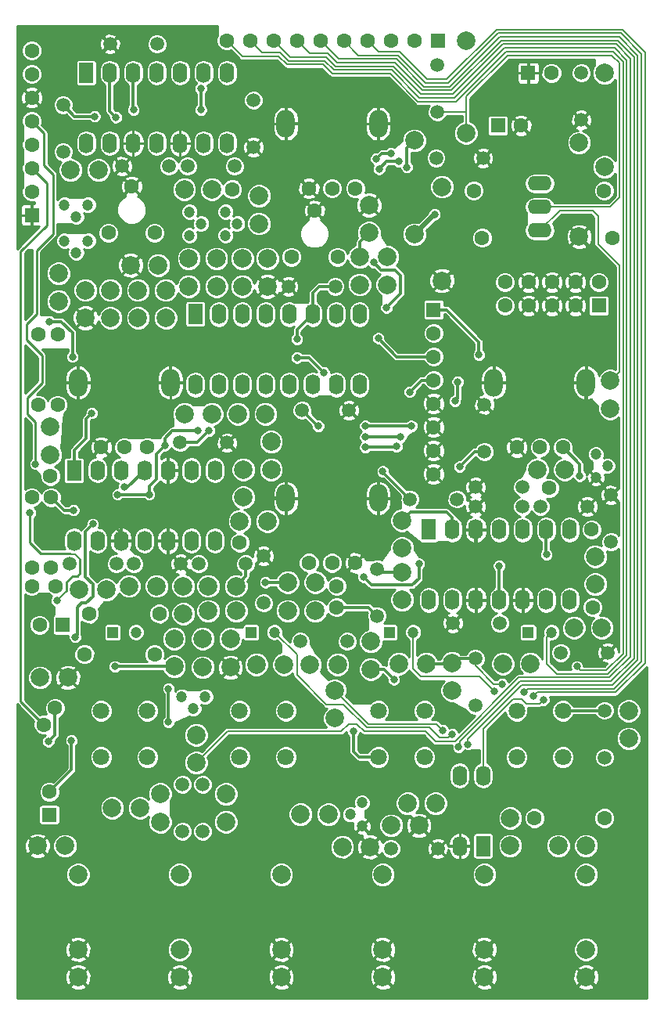
<source format=gbl>
G04 #@! TF.FileFunction,Copper,L2,Bot,Signal*
%FSLAX46Y46*%
G04 Gerber Fmt 4.6, Leading zero omitted, Abs format (unit mm)*
G04 Created by KiCad (PCBNEW (2016-08-20 BZR 7083)-product) date Wed Jun 27 19:48:58 2018*
%MOMM*%
%LPD*%
G01*
G04 APERTURE LIST*
%ADD10C,0.100000*%
%ADD11C,1.600000*%
%ADD12C,1.500000*%
%ADD13R,1.600000X1.600000*%
%ADD14R,1.600000X2.200000*%
%ADD15O,1.600000X2.200000*%
%ADD16C,2.000000*%
%ADD17O,2.000000X3.000000*%
%ADD18C,1.800000*%
%ADD19O,2.600000X1.600000*%
%ADD20C,1.200000*%
%ADD21R,1.200000X1.200000*%
%ADD22C,0.800000*%
%ADD23C,0.300000*%
%ADD24C,0.500000*%
%ADD25C,0.250000*%
%ADD26C,0.200000*%
G04 APERTURE END LIST*
D10*
D11*
X12800000Y88200000D03*
X10300000Y83200000D03*
X15300000Y83200000D03*
D12*
X36140000Y39000000D03*
X31060000Y39000000D03*
D13*
X52450000Y94800000D03*
D11*
X54950000Y94800000D03*
D13*
X55750000Y100500000D03*
D11*
X58250000Y100500000D03*
D12*
X45760000Y91300000D03*
X50840000Y91300000D03*
X61500000Y95410000D03*
X61500000Y100490000D03*
X18060000Y60500000D03*
X23140000Y60500000D03*
X18140000Y47400000D03*
X13060000Y47400000D03*
X15540000Y103600000D03*
X10460000Y103600000D03*
X11760000Y90400000D03*
X16840000Y90400000D03*
X55140000Y53600000D03*
X50060000Y53600000D03*
X47560000Y41000000D03*
X52640000Y41000000D03*
X20060000Y47400000D03*
X25140000Y47400000D03*
X18300000Y18460000D03*
X18300000Y23540000D03*
X31260000Y64000000D03*
X36340000Y64000000D03*
X29760000Y77400000D03*
X34840000Y77400000D03*
X26000000Y97540000D03*
X26000000Y92460000D03*
X27100000Y43160000D03*
X27100000Y48240000D03*
X51000000Y59560000D03*
X51000000Y64640000D03*
X64000000Y31540000D03*
X64000000Y26460000D03*
X40860000Y16600000D03*
X45940000Y16600000D03*
X20500000Y23540000D03*
X20500000Y18460000D03*
X50000000Y37140000D03*
X50000000Y32060000D03*
X45900000Y101340000D03*
X45900000Y96260000D03*
D13*
X3900000Y20250000D03*
D11*
X3900000Y22750000D03*
D12*
X5400000Y97040000D03*
X5400000Y91960000D03*
X18860000Y90400000D03*
X23940000Y90400000D03*
X55140000Y55700000D03*
X50060000Y55700000D03*
X57060000Y53600000D03*
X62140000Y53600000D03*
X64700000Y49760000D03*
X64700000Y54840000D03*
X59260000Y37800000D03*
X64340000Y37800000D03*
X42960000Y54400000D03*
X48040000Y54400000D03*
X39400000Y46840000D03*
X39400000Y41760000D03*
X11140000Y47400000D03*
X6060000Y47400000D03*
D13*
X5350000Y40800000D03*
D11*
X2850000Y40800000D03*
D14*
X6580000Y57510000D03*
D15*
X9120000Y57510000D03*
X11660000Y57510000D03*
X14200000Y57510000D03*
X16740000Y57510000D03*
X19280000Y57510000D03*
X21820000Y57510000D03*
X21820000Y49890000D03*
X19280000Y49890000D03*
X16740000Y49890000D03*
X14200000Y49890000D03*
X11660000Y49890000D03*
X9120000Y49890000D03*
X6580000Y49890000D03*
D14*
X7880000Y100510000D03*
D15*
X10420000Y100510000D03*
X12960000Y100510000D03*
X15500000Y100510000D03*
X18040000Y100510000D03*
X20580000Y100510000D03*
X23120000Y100510000D03*
X23120000Y92890000D03*
X20580000Y92890000D03*
X18040000Y92890000D03*
X15500000Y92890000D03*
X12960000Y92890000D03*
X10420000Y92890000D03*
X7880000Y92890000D03*
D14*
X44980000Y51110000D03*
D15*
X47520000Y51110000D03*
X50060000Y51110000D03*
X52600000Y51110000D03*
X55140000Y51110000D03*
X57680000Y51110000D03*
X60220000Y51110000D03*
X60220000Y43490000D03*
X57680000Y43490000D03*
X55140000Y43490000D03*
X52600000Y43490000D03*
X50060000Y43490000D03*
X47520000Y43490000D03*
X44980000Y43490000D03*
X19710000Y66790000D03*
X22250000Y66790000D03*
D14*
X19710000Y74410000D03*
D15*
X22250000Y74410000D03*
X24790000Y74410000D03*
X27330000Y74410000D03*
X29870000Y74410000D03*
X32410000Y74410000D03*
X34950000Y74410000D03*
X37490000Y74410000D03*
X37490000Y66790000D03*
X34950000Y66790000D03*
X32410000Y66790000D03*
X29870000Y66790000D03*
X27330000Y66790000D03*
X24790000Y66790000D03*
D16*
X43400000Y83020000D03*
X43400000Y93180000D03*
X64000000Y90320000D03*
X64000000Y100480000D03*
D17*
X39500000Y95000000D03*
X29500000Y95000000D03*
D11*
X37000000Y88000000D03*
X34500000Y88000000D03*
X32000000Y88000000D03*
D17*
X17000000Y67000000D03*
X7000000Y67000000D03*
D11*
X14500000Y60000000D03*
X12000000Y60000000D03*
X9500000Y60000000D03*
D17*
X62000000Y67000000D03*
X52000000Y67000000D03*
D11*
X59500000Y60000000D03*
X57000000Y60000000D03*
X54500000Y60000000D03*
D17*
X39500000Y54500000D03*
X29500000Y54500000D03*
D11*
X37000000Y47500000D03*
X34500000Y47500000D03*
X32000000Y47500000D03*
D16*
X20500000Y36200000D03*
X23500000Y36200000D03*
X19800000Y28900000D03*
X19800000Y25900000D03*
X4000000Y62200000D03*
X4000000Y59200000D03*
X17400000Y39300000D03*
X17400000Y36300000D03*
X20500000Y39300000D03*
X23500000Y39300000D03*
X5600000Y16900000D03*
X2600000Y16900000D03*
X35100000Y36500000D03*
X32100000Y36500000D03*
X34800000Y30700000D03*
X34800000Y33700000D03*
X34100000Y20300000D03*
X31100000Y20300000D03*
X53800000Y19900000D03*
X53800000Y16900000D03*
X26300000Y36500000D03*
X29300000Y36500000D03*
X66600000Y31500000D03*
X66600000Y28500000D03*
X15500000Y45000000D03*
X12500000Y45000000D03*
X18400000Y45000000D03*
X18400000Y42000000D03*
X21100000Y42300000D03*
X24100000Y42300000D03*
X24100000Y45000000D03*
X21100000Y45000000D03*
X40900000Y19100000D03*
X43900000Y19100000D03*
X10700000Y21000000D03*
X13700000Y21000000D03*
X23000000Y22500000D03*
X23000000Y19500000D03*
X42700000Y21500000D03*
X45700000Y21500000D03*
X41700000Y36600000D03*
X44700000Y36600000D03*
X64600000Y67200000D03*
X64600000Y64200000D03*
X15900000Y19500000D03*
X15900000Y22500000D03*
X53000000Y36600000D03*
X56000000Y36600000D03*
X35600000Y16800000D03*
X38600000Y16800000D03*
X47500000Y36700000D03*
X47500000Y33700000D03*
X38700000Y36000000D03*
X38700000Y39000000D03*
X49000000Y94000000D03*
X49000000Y104000000D03*
X27900000Y57600000D03*
X27900000Y60600000D03*
X27500000Y52000000D03*
X24500000Y52000000D03*
X62000000Y16900000D03*
X59000000Y16900000D03*
X24900000Y57600000D03*
X24900000Y54600000D03*
X4900000Y78800000D03*
X4900000Y75800000D03*
X18500000Y87900000D03*
X21500000Y87900000D03*
X9200000Y90000000D03*
X6200000Y90000000D03*
X26600000Y84200000D03*
X26600000Y87200000D03*
X13500000Y74000000D03*
X13500000Y77000000D03*
X40500000Y77600000D03*
X40500000Y80600000D03*
X59700000Y57600000D03*
X56700000Y57600000D03*
X16500000Y74000000D03*
X16500000Y77000000D03*
X15700000Y79700000D03*
X12700000Y79700000D03*
X37500000Y77600000D03*
X37500000Y80600000D03*
X38500000Y83200000D03*
X38500000Y86200000D03*
D11*
X32600000Y85600000D03*
X30100000Y80600000D03*
X35100000Y80600000D03*
D16*
X10500000Y74000000D03*
X10500000Y77000000D03*
X7800000Y77000000D03*
X7800000Y74000000D03*
X24800000Y77400000D03*
X24800000Y80400000D03*
X27500000Y80400000D03*
X27500000Y77400000D03*
X18500000Y63600000D03*
X21500000Y63600000D03*
X24300000Y63600000D03*
X27300000Y63600000D03*
X63000000Y45200000D03*
X63000000Y48200000D03*
X19000000Y80400000D03*
X19000000Y77400000D03*
X60700000Y40500000D03*
X63700000Y40500000D03*
X22000000Y80400000D03*
X22000000Y77400000D03*
X42100000Y49100000D03*
X42100000Y52100000D03*
X42100000Y43500000D03*
X42100000Y46500000D03*
X29700000Y45400000D03*
X32700000Y45400000D03*
X29700000Y42300000D03*
X32700000Y42300000D03*
X7100000Y44600000D03*
X10100000Y44600000D03*
X2900000Y35100000D03*
X5900000Y35100000D03*
D18*
X14500000Y31500000D03*
X9500000Y31500000D03*
X14500000Y26500000D03*
X9500000Y26500000D03*
X29500000Y31500000D03*
X24500000Y31500000D03*
X29500000Y26500000D03*
X24500000Y26500000D03*
X44500000Y31500000D03*
X39500000Y31500000D03*
X44500000Y26500000D03*
X39500000Y26500000D03*
X59500000Y31500000D03*
X54500000Y31500000D03*
X59500000Y26500000D03*
X54500000Y26500000D03*
D19*
X57000000Y88540000D03*
X57000000Y83460000D03*
X57000000Y86000000D03*
D11*
X4500000Y31800000D03*
X3300000Y30000000D03*
X24500000Y49700000D03*
X4000000Y56900000D03*
X23700000Y87900000D03*
X58000000Y55600000D03*
X62600000Y51100000D03*
X62700000Y42700000D03*
X35000000Y45000000D03*
X35000000Y42700000D03*
X4600000Y45000000D03*
X2000000Y45000000D03*
D14*
X50870000Y16890000D03*
D15*
X48330000Y16890000D03*
X48330000Y24510000D03*
X50870000Y24510000D03*
D11*
X15800000Y42000000D03*
X8200000Y42000000D03*
D16*
X46400000Y88180000D03*
X46400000Y78020000D03*
X61250000Y82770000D03*
X61250000Y92930000D03*
D11*
X2700000Y64600000D03*
X2700000Y72200000D03*
X4800000Y72200000D03*
X4800000Y64600000D03*
X7700000Y37600000D03*
X15300000Y37600000D03*
D20*
X28270000Y40000000D03*
D21*
X25730000Y40000000D03*
D11*
X64000000Y19900000D03*
X56400000Y19900000D03*
D20*
X13270000Y40000000D03*
D21*
X10730000Y40000000D03*
D20*
X58270000Y40000000D03*
D21*
X55730000Y40000000D03*
D20*
X43270000Y40000000D03*
D21*
X40730000Y40000000D03*
D11*
X2000000Y47000000D03*
X2000000Y54600000D03*
X4100000Y54600000D03*
X4100000Y47000000D03*
D20*
X64335000Y58000000D03*
X63065000Y59270000D03*
X63065000Y56730000D03*
D11*
X50750000Y82650000D03*
X49850000Y87750000D03*
X64850000Y82650000D03*
X63950000Y87750000D03*
D20*
X36465000Y20300000D03*
X37735000Y19030000D03*
X37735000Y21570000D03*
X19500000Y31765000D03*
X20770000Y33035000D03*
X18230000Y33035000D03*
X6800000Y84965000D03*
X8070000Y86235000D03*
X5530000Y86235000D03*
X24235000Y84200000D03*
X22965000Y85470000D03*
X22965000Y82930000D03*
X6800000Y81065000D03*
X8070000Y82335000D03*
X5530000Y82335000D03*
X20335000Y84200000D03*
X19065000Y85470000D03*
X19065000Y82930000D03*
D13*
X63380000Y75330000D03*
D11*
X63380000Y77870000D03*
X60840000Y75330000D03*
X60840000Y77870000D03*
X58300000Y75330000D03*
X58300000Y77870000D03*
X55760000Y75330000D03*
X55760000Y77870000D03*
X53220000Y75330000D03*
X53220000Y77870000D03*
D16*
X7000000Y5700000D03*
X7000000Y13800000D03*
X7000000Y2700000D03*
X18000000Y5700000D03*
X18000000Y13800000D03*
X18000000Y2700000D03*
X29000000Y5700000D03*
X29000000Y13800000D03*
X29000000Y2700000D03*
X40000000Y5700000D03*
X40000000Y13800000D03*
X40000000Y2700000D03*
X51000000Y5700000D03*
X51000000Y13800000D03*
X51000000Y2700000D03*
X62000000Y5700000D03*
X62000000Y13800000D03*
X62000000Y2700000D03*
D11*
X2000000Y102890000D03*
X2000000Y100350000D03*
X2000000Y97810000D03*
X2000000Y95270000D03*
X2000000Y92730000D03*
X2000000Y90190000D03*
D13*
X2000000Y85110000D03*
D11*
X2000000Y87650000D03*
X23070000Y104000000D03*
X25610000Y104000000D03*
X28150000Y104000000D03*
X30690000Y104000000D03*
X33230000Y104000000D03*
X35770000Y104000000D03*
X38310000Y104000000D03*
X40850000Y104000000D03*
D13*
X45930000Y104000000D03*
D11*
X43390000Y104000000D03*
X45500000Y57110000D03*
X45500000Y59650000D03*
X45500000Y62190000D03*
X45500000Y64730000D03*
X45500000Y67270000D03*
X45500000Y69810000D03*
D13*
X45500000Y74890000D03*
D11*
X45500000Y72350000D03*
D22*
X42600000Y90300000D03*
X42900000Y66000000D03*
X43100000Y62300000D03*
X38100000Y62300000D03*
X33000000Y62300000D03*
X6500000Y53200000D03*
X21200000Y61800000D03*
X12000000Y55700000D03*
X39300000Y91200000D03*
X40900000Y91800000D03*
X20300000Y98800000D03*
X20300000Y96500000D03*
X30700000Y69700000D03*
X30700000Y71700000D03*
X33600000Y68100000D03*
X39500000Y71800000D03*
X48100000Y67100000D03*
X47800000Y65000000D03*
X52600000Y47200000D03*
X14700000Y54900000D03*
X11300000Y54900000D03*
X20000000Y61800000D03*
X16400000Y60200000D03*
X45600000Y85200000D03*
X38700000Y44100000D03*
X36600000Y41700000D03*
X31100000Y46300000D03*
X35800000Y49100000D03*
X36000000Y51400000D03*
X36900000Y33000000D03*
X37200000Y37500000D03*
X41900000Y38700000D03*
X54300000Y38500000D03*
X45600000Y38300000D03*
X43700000Y41700000D03*
X55000000Y49000000D03*
X51200000Y46900000D03*
X65200000Y43400000D03*
X65000000Y47600000D03*
X57100000Y46200000D03*
X44300000Y48700000D03*
X64700000Y59800000D03*
X47800000Y70000000D03*
X51800000Y81000000D03*
X43300000Y87500000D03*
X47700000Y86500000D03*
X54300000Y82000000D03*
X52600000Y88100000D03*
X57400000Y90300000D03*
X62000000Y87000000D03*
X64500000Y92100000D03*
X59300000Y99100000D03*
X64600000Y98700000D03*
X38600000Y89000000D03*
X33400000Y81100000D03*
X28900000Y82200000D03*
X23200000Y78900000D03*
X20600000Y82700000D03*
X17500000Y78800000D03*
X16400000Y88600000D03*
X33000000Y78300000D03*
X42000000Y63400000D03*
X41800000Y67000000D03*
X23600000Y72800000D03*
X29100000Y69600000D03*
X31700000Y70700000D03*
X38800000Y69600000D03*
X36300000Y61000000D03*
X29900000Y61000000D03*
X38800000Y50500000D03*
X35300000Y14900000D03*
X30000000Y17400000D03*
X42100000Y15200000D03*
X47000000Y13700000D03*
X64200000Y29800000D03*
X65600000Y26800000D03*
X60900000Y25000000D03*
X61100000Y19200000D03*
X67200000Y4900000D03*
X67700000Y34100000D03*
X68100000Y30100000D03*
X65700000Y22300000D03*
X63900000Y15200000D03*
X60000000Y13100000D03*
X52100000Y22000000D03*
X58400000Y25000000D03*
X57500000Y18300000D03*
X58700000Y14800000D03*
X52500000Y8900000D03*
X54400000Y14200000D03*
X48700000Y10100000D03*
X49100000Y13100000D03*
X38300000Y11000000D03*
X32300000Y13700000D03*
X27800000Y10900000D03*
X8600000Y21700000D03*
X7500000Y16100000D03*
X43400000Y25000000D03*
X35700000Y21900000D03*
X28600000Y24600000D03*
X23900000Y15100000D03*
X17700000Y15700000D03*
X11900000Y18600000D03*
X12500000Y4100000D03*
X18300000Y7700000D03*
X4100000Y11000000D03*
X3400000Y24500000D03*
X1000000Y30300000D03*
X8600000Y29100000D03*
X11300000Y27700000D03*
X15700000Y29500000D03*
X11000000Y30500000D03*
X11700000Y32600000D03*
X11700000Y34900000D03*
X5500000Y29500000D03*
X25800000Y44000000D03*
X22500000Y46600000D03*
X18600000Y37800000D03*
X16000000Y40400000D03*
X26400000Y53500000D03*
X26600000Y55900000D03*
X18800000Y53800000D03*
X23100000Y53500000D03*
X19700000Y43600000D03*
X14300000Y43200000D03*
X8400000Y40400000D03*
X11400000Y38500000D03*
X9500000Y36300000D03*
X1900000Y43200000D03*
X1800000Y36800000D03*
X8600000Y53800000D03*
X3100000Y50000000D03*
X5600000Y51800000D03*
X1600000Y62100000D03*
X1600000Y57200000D03*
X18000000Y75600000D03*
X12000000Y75500000D03*
X9100000Y78500000D03*
X9000000Y84400000D03*
X24400000Y85600000D03*
X21800000Y95300000D03*
X24700000Y96300000D03*
X50000000Y97400000D03*
X47100000Y92900000D03*
X40300000Y99400000D03*
X30800000Y100300000D03*
X34400000Y96700000D03*
X18900000Y103400000D03*
X6100000Y101000000D03*
X1600000Y104700000D03*
X15800000Y71600000D03*
X20700000Y69200000D03*
X19900000Y72300000D03*
X12300000Y69900000D03*
X14400000Y61800000D03*
X10000000Y63300000D03*
X9500000Y66500000D03*
X4100000Y69800000D03*
X1900000Y67000000D03*
X1900000Y69900000D03*
X1600000Y74800000D03*
X1600000Y80700000D03*
X57600000Y67000000D03*
X56900000Y4700000D03*
X46000000Y4500000D03*
X34700000Y4300000D03*
X23700000Y1600000D03*
X1900000Y8600000D03*
X51300000Y76900000D03*
X8600000Y51700000D03*
X6700000Y39500000D03*
X6300000Y28300000D03*
X8800000Y95800000D03*
X41500000Y60100000D03*
X38100000Y60000000D03*
X40400000Y75100000D03*
X39000000Y80000000D03*
X57700000Y48400000D03*
X43900000Y47400000D03*
X37900000Y46000000D03*
X61300000Y56900000D03*
X40000000Y57400000D03*
X27300000Y45400000D03*
X11000000Y36300000D03*
X13000000Y96500000D03*
X3900000Y73600000D03*
X6400000Y69800000D03*
X8500000Y63700000D03*
X41900000Y61100000D03*
X38100000Y61100000D03*
X41200000Y34900000D03*
X36800000Y29300000D03*
X16800000Y33900000D03*
X16800000Y30300000D03*
X50400000Y70000000D03*
X46500000Y29400000D03*
X48200000Y27600000D03*
X48300000Y57900000D03*
X39600000Y90100000D03*
X41700000Y90900000D03*
X55300000Y33500000D03*
X52900000Y34400000D03*
X57400000Y32700000D03*
X61000000Y36300000D03*
X2400000Y58200000D03*
X1800000Y52900000D03*
X4700000Y43400000D03*
X3800000Y28200000D03*
X47500000Y29000000D03*
X49200000Y27900000D03*
X56300000Y33100000D03*
X52100000Y33600000D03*
X11100000Y95700000D03*
D23*
X42600000Y92380000D02*
X43400000Y93180000D01*
X42600000Y90300000D02*
X42600000Y92380000D01*
X31260000Y64000000D02*
X32960000Y62300000D01*
X44170000Y67270000D02*
X45500000Y67270000D01*
X42900000Y66000000D02*
X44170000Y67270000D01*
X38100000Y62300000D02*
X43100000Y62300000D01*
X32960000Y62300000D02*
X33000000Y62300000D01*
X5500000Y53200000D02*
X6500000Y53200000D01*
X4100000Y54600000D02*
X5500000Y53200000D01*
X18060000Y60500000D02*
X19900000Y60500000D01*
X19900000Y60500000D02*
X21200000Y61800000D01*
X14200000Y57510000D02*
X12390000Y55700000D01*
X12390000Y55700000D02*
X12000000Y55700000D01*
X20300000Y98800000D02*
X20300000Y96500000D01*
X39300000Y91200000D02*
X39900000Y91800000D01*
X39900000Y91800000D02*
X40900000Y91800000D01*
X33600000Y68100000D02*
X32000000Y69700000D01*
X32000000Y69700000D02*
X30700000Y69700000D01*
X32410000Y74410000D02*
X30700000Y72700000D01*
X30700000Y72700000D02*
X30700000Y71700000D01*
X39500000Y71800000D02*
X41490000Y69810000D01*
X41490000Y69810000D02*
X45500000Y69810000D01*
X52600000Y43490000D02*
X52600000Y47200000D01*
X48100000Y65300000D02*
X48100000Y67100000D01*
X47800000Y65000000D02*
X48100000Y65300000D01*
X14700000Y54900000D02*
X14700000Y55800000D01*
X15500000Y59300000D02*
X16400000Y60200000D01*
X15500000Y59300000D02*
X15500000Y56600000D01*
X14700000Y55800000D02*
X15500000Y56600000D01*
X14700000Y54900000D02*
X11300000Y54900000D01*
X16400000Y60200000D02*
X16400000Y61000000D01*
X17200000Y61800000D02*
X20000000Y61800000D01*
X16400000Y61000000D02*
X17200000Y61800000D01*
X34840000Y77400000D02*
X33100000Y77400000D01*
X32410000Y76710000D02*
X32410000Y74410000D01*
X33100000Y77400000D02*
X32410000Y76710000D01*
D24*
X43400000Y83020000D02*
X45580000Y85200000D01*
X45580000Y85200000D02*
X45600000Y85200000D01*
D23*
X64000000Y31540000D02*
X59540000Y31540000D01*
X38100000Y44100000D02*
X38700000Y44100000D01*
X36100000Y46100000D02*
X38100000Y44100000D01*
X36100000Y46600000D02*
X36100000Y46100000D01*
X37000000Y47500000D02*
X36100000Y46600000D01*
X27100000Y48240000D02*
X28240000Y47100000D01*
X30300000Y47100000D02*
X31100000Y46300000D01*
X28240000Y47100000D02*
X30300000Y47100000D01*
X35800000Y49100000D02*
X35800000Y48700000D01*
X35800000Y48700000D02*
X37000000Y47500000D01*
X35800000Y49100000D02*
X35800000Y51200000D01*
X35800000Y51200000D02*
X36000000Y51400000D01*
X40100000Y37500000D02*
X37200000Y37500000D01*
X41300000Y38700000D02*
X40100000Y37500000D01*
X41900000Y38700000D02*
X41300000Y38700000D01*
X47560000Y41000000D02*
X46860000Y41700000D01*
X45800000Y38500000D02*
X54300000Y38500000D01*
X45600000Y38300000D02*
X45800000Y38500000D01*
X46860000Y41700000D02*
X43700000Y41700000D01*
X55000000Y49000000D02*
X55000000Y48300000D01*
X51200000Y47600000D02*
X52600000Y49000000D01*
X52600000Y49000000D02*
X55000000Y49000000D01*
X50060000Y51110000D02*
X50060000Y48040000D01*
X50060000Y48040000D02*
X51200000Y46900000D01*
X51200000Y46900000D02*
X51200000Y47600000D01*
X65000000Y43600000D02*
X65200000Y43400000D01*
X65000000Y47600000D02*
X65000000Y43600000D01*
X55000000Y48300000D02*
X57100000Y46200000D01*
X62000000Y67000000D02*
X62000000Y62500000D01*
X62000000Y62500000D02*
X64700000Y59800000D01*
X44300000Y86500000D02*
X43300000Y87500000D01*
X47700000Y86500000D02*
X44300000Y86500000D01*
X54300000Y82000000D02*
X54300000Y86400000D01*
X54300000Y86400000D02*
X52600000Y88100000D01*
X57400000Y91310000D02*
X57400000Y90300000D01*
X61500000Y95410000D02*
X57400000Y91310000D01*
X61500000Y95410000D02*
X59300000Y97610000D01*
X59300000Y97610000D02*
X59300000Y99100000D01*
X29500000Y95000000D02*
X31400000Y95000000D01*
X38300000Y89300000D02*
X38600000Y89000000D01*
X37100000Y89300000D02*
X38300000Y89300000D01*
X31400000Y95000000D02*
X37100000Y89300000D01*
X32600000Y85600000D02*
X29200000Y82200000D01*
X29200000Y82200000D02*
X28900000Y82200000D01*
X23200000Y78900000D02*
X23400000Y79100000D01*
X26000000Y78900000D02*
X23200000Y78900000D01*
X27500000Y77400000D02*
X26000000Y78900000D01*
X21400000Y81900000D02*
X20600000Y82700000D01*
X22700000Y81900000D02*
X21400000Y81900000D01*
X23400000Y81200000D02*
X22700000Y81900000D01*
X23400000Y79100000D02*
X23400000Y81200000D01*
X17500000Y83500000D02*
X17500000Y78800000D01*
X12800000Y88200000D02*
X17500000Y83500000D01*
X41800000Y67000000D02*
X41400000Y67000000D01*
X37340000Y65000000D02*
X38100000Y65000000D01*
X38100000Y65000000D02*
X39700000Y63400000D01*
X39700000Y63400000D02*
X42000000Y63400000D01*
X36340000Y64000000D02*
X37340000Y65000000D01*
X30200000Y70700000D02*
X29100000Y69600000D01*
X31700000Y70700000D02*
X30200000Y70700000D01*
X41400000Y67000000D02*
X38800000Y69600000D01*
X36300000Y61000000D02*
X29900000Y61000000D01*
X39500000Y54500000D02*
X39500000Y51200000D01*
X39500000Y51200000D02*
X38800000Y50500000D01*
X36700000Y14900000D02*
X35300000Y14900000D01*
X38600000Y16800000D02*
X36700000Y14900000D01*
X45940000Y16600000D02*
X47000000Y15540000D01*
X47000000Y15540000D02*
X47000000Y13700000D01*
X63900000Y15200000D02*
X63900000Y17600000D01*
X65600000Y25700000D02*
X65600000Y26800000D01*
X64900000Y25000000D02*
X65600000Y25700000D01*
X60900000Y25000000D02*
X64900000Y25000000D01*
X62300000Y19200000D02*
X61100000Y19200000D01*
X63900000Y17600000D02*
X62300000Y19200000D01*
X67200000Y4900000D02*
X67200000Y11900000D01*
X64250000Y4900000D02*
X67200000Y4900000D01*
X62000000Y2650000D02*
X64250000Y4900000D01*
X68100000Y24700000D02*
X68100000Y30100000D01*
X65700000Y22300000D02*
X68100000Y24700000D01*
X67200000Y11900000D02*
X63900000Y15200000D01*
X29000000Y5700000D02*
X27800000Y6900000D01*
X55100000Y25000000D02*
X52100000Y22000000D01*
X58400000Y25000000D02*
X55100000Y25000000D01*
X57500000Y16000000D02*
X57500000Y18300000D01*
X58700000Y14800000D02*
X57500000Y16000000D01*
X54400000Y10800000D02*
X52500000Y8900000D01*
X54400000Y14200000D02*
X54400000Y10800000D01*
X49100000Y10500000D02*
X48700000Y10100000D01*
X49100000Y13100000D02*
X49100000Y10500000D01*
X35000000Y11000000D02*
X38300000Y11000000D01*
X32300000Y13700000D02*
X35000000Y11000000D01*
X27800000Y6900000D02*
X27800000Y10900000D01*
X8600000Y21700000D02*
X8600000Y20700000D01*
X8600000Y17200000D02*
X8600000Y21700000D01*
X7000000Y5700000D02*
X8700000Y7400000D01*
X8700000Y14900000D02*
X7500000Y16100000D01*
X8700000Y7400000D02*
X8700000Y14900000D01*
X7500000Y16100000D02*
X8600000Y17200000D01*
X33000000Y24600000D02*
X35700000Y21900000D01*
X28600000Y24600000D02*
X33000000Y24600000D01*
X23300000Y15700000D02*
X23900000Y15100000D01*
X17700000Y15700000D02*
X23300000Y15700000D01*
X10700000Y18600000D02*
X11900000Y18600000D01*
X8600000Y20700000D02*
X10700000Y18600000D01*
X1000000Y26900000D02*
X3400000Y24500000D01*
X1000000Y30300000D02*
X1000000Y26900000D01*
X8600000Y29100000D02*
X8200000Y29500000D01*
X10000000Y27700000D02*
X8600000Y29100000D01*
X9500000Y36300000D02*
X10900000Y34900000D01*
X13900000Y27700000D02*
X11300000Y27700000D01*
X15700000Y29500000D02*
X13900000Y27700000D01*
X11700000Y31200000D02*
X11000000Y30500000D01*
X11700000Y32600000D02*
X11700000Y31200000D01*
X10900000Y34900000D02*
X11700000Y34900000D01*
X11300000Y27700000D02*
X10000000Y27700000D01*
X8200000Y29500000D02*
X5500000Y29500000D01*
X27100000Y48240000D02*
X26400000Y47540000D01*
X26400000Y44600000D02*
X25800000Y44000000D01*
X26400000Y47540000D02*
X26400000Y44600000D01*
X23500000Y36200000D02*
X22000000Y37700000D01*
X22700000Y46400000D02*
X22500000Y46600000D01*
X22700000Y41400000D02*
X22700000Y46400000D01*
X22000000Y40700000D02*
X22700000Y41400000D01*
X22000000Y37700000D02*
X22000000Y40700000D01*
X14300000Y43200000D02*
X14300000Y41000000D01*
X14900000Y40400000D02*
X16000000Y40400000D01*
X14300000Y41000000D02*
X14900000Y40400000D01*
X29500000Y54500000D02*
X27400000Y54500000D01*
X27400000Y54500000D02*
X26400000Y53500000D01*
X29500000Y54500000D02*
X28000000Y54500000D01*
X28000000Y54500000D02*
X26600000Y55900000D01*
X18800000Y53800000D02*
X19100000Y53500000D01*
X19100000Y53500000D02*
X23100000Y53500000D01*
X5900000Y35100000D02*
X6900000Y36100000D01*
X14700000Y43600000D02*
X19700000Y43600000D01*
X14300000Y43200000D02*
X14700000Y43600000D01*
X10300000Y38500000D02*
X8400000Y40400000D01*
X11400000Y38500000D02*
X10300000Y38500000D01*
X9300000Y36100000D02*
X9500000Y36300000D01*
X6900000Y36100000D02*
X9300000Y36100000D01*
X5900000Y35100000D02*
X4200000Y36800000D01*
X4200000Y36800000D02*
X1800000Y36800000D01*
X11660000Y50740000D02*
X8600000Y53800000D01*
X3800000Y50000000D02*
X3100000Y50000000D01*
X5600000Y51800000D02*
X3800000Y50000000D01*
X11660000Y49890000D02*
X11660000Y50740000D01*
X1600000Y57200000D02*
X1600000Y62100000D01*
X17900000Y75500000D02*
X18000000Y75600000D01*
X12000000Y75500000D02*
X17900000Y75500000D01*
X9100000Y84300000D02*
X9100000Y78500000D01*
X9000000Y84400000D02*
X9100000Y84300000D01*
X26000000Y92460000D02*
X25200000Y91660000D01*
X25200000Y86400000D02*
X24400000Y85600000D01*
X25200000Y91660000D02*
X25200000Y86400000D01*
X26000000Y92460000D02*
X24700000Y93760000D01*
X24700000Y93760000D02*
X24700000Y96300000D01*
X39500000Y95000000D02*
X45000000Y95000000D01*
X45000000Y95000000D02*
X47100000Y92900000D01*
X34400000Y96700000D02*
X30800000Y100300000D01*
X6100000Y101000000D02*
X6100000Y102100000D01*
X5190000Y101000000D02*
X6100000Y101000000D01*
X2000000Y97810000D02*
X5190000Y101000000D01*
X3500000Y104700000D02*
X1600000Y104700000D01*
X6100000Y102100000D02*
X3500000Y104700000D01*
X15800000Y71600000D02*
X19200000Y71600000D01*
X18200000Y69200000D02*
X15800000Y71600000D01*
X17000000Y67000000D02*
X17000000Y69000000D01*
X17200000Y69200000D02*
X20700000Y69200000D01*
X17000000Y69000000D02*
X17200000Y69200000D01*
X20700000Y69200000D02*
X18200000Y69200000D01*
X19200000Y71600000D02*
X19900000Y72300000D01*
X7000000Y67000000D02*
X9000000Y67000000D01*
X12900000Y63300000D02*
X14400000Y61800000D01*
X10000000Y63300000D02*
X12900000Y63300000D01*
X9000000Y67000000D02*
X9500000Y66500000D01*
D25*
X1900000Y69900000D02*
X1900000Y67000000D01*
X1600000Y80700000D02*
X1600000Y74800000D01*
D23*
X52000000Y67000000D02*
X57600000Y67000000D01*
X40000000Y2650000D02*
X41850000Y4500000D01*
X41850000Y4500000D02*
X46000000Y4500000D01*
X34700000Y4300000D02*
X34700000Y4400000D01*
X18000000Y2650000D02*
X19050000Y1600000D01*
X19050000Y1600000D02*
X23700000Y1600000D01*
X7000000Y5698000D02*
X4098000Y8600000D01*
X4098000Y8600000D02*
X1900000Y8600000D01*
X46400000Y78020000D02*
X47520000Y76900000D01*
X47520000Y76900000D02*
X51300000Y76900000D01*
X6700000Y39500000D02*
X6900000Y39700000D01*
X6900000Y39700000D02*
X6900000Y42700000D01*
X6900000Y42700000D02*
X7400000Y43200000D01*
X7400000Y43200000D02*
X7900000Y43200000D01*
X7900000Y43200000D02*
X8600000Y43900000D01*
X8600000Y43900000D02*
X8600000Y45200000D01*
X8600000Y45200000D02*
X7800000Y46000000D01*
X7800000Y46000000D02*
X7800000Y50900000D01*
X7800000Y50900000D02*
X8600000Y51700000D01*
X3900000Y22750000D02*
X6300000Y25150000D01*
X6300000Y25150000D02*
X6300000Y28300000D01*
X6640000Y95800000D02*
X5400000Y97040000D01*
X8800000Y95800000D02*
X6640000Y95800000D01*
X41400000Y60000000D02*
X38100000Y60000000D01*
X41500000Y60100000D02*
X41400000Y60000000D01*
X41900000Y76600000D02*
X40400000Y75100000D01*
X41900000Y78600000D02*
X41900000Y76600000D01*
X41300000Y79200000D02*
X41900000Y78600000D01*
X39800000Y79200000D02*
X41300000Y79200000D01*
X39000000Y80000000D02*
X39800000Y79200000D01*
X43200000Y45100000D02*
X38800000Y45100000D01*
X43900000Y45800000D02*
X43900000Y47400000D01*
X43200000Y45100000D02*
X43900000Y45800000D01*
X38800000Y45100000D02*
X37900000Y46000000D01*
X57680000Y51110000D02*
X57680000Y48420000D01*
X59500000Y60000000D02*
X61300000Y58200000D01*
X61300000Y58200000D02*
X61300000Y56900000D01*
X42960000Y54400000D02*
X40000000Y57360000D01*
X47520000Y51110000D02*
X47520000Y52380000D01*
X47520000Y52380000D02*
X46900000Y53000000D01*
X43000000Y53000000D02*
X42100000Y52100000D01*
X46900000Y53000000D02*
X43000000Y53000000D01*
X42100000Y46500000D02*
X39740000Y46500000D01*
X39740000Y46500000D02*
X39400000Y46840000D01*
X39400000Y41760000D02*
X38460000Y42700000D01*
X38460000Y42700000D02*
X35000000Y42700000D01*
X29700000Y45400000D02*
X27300000Y45400000D01*
X17400000Y36300000D02*
X11000000Y36300000D01*
X12960000Y100510000D02*
X12960000Y96540000D01*
X12960000Y96540000D02*
X13000000Y96500000D01*
X3900000Y73600000D02*
X5200000Y73600000D01*
X5200000Y73600000D02*
X6400000Y72400000D01*
X6400000Y72400000D02*
X6400000Y69800000D01*
X8500000Y63700000D02*
X7900000Y63100000D01*
X7900000Y63100000D02*
X7900000Y61000000D01*
X7900000Y61000000D02*
X6580000Y59680000D01*
X6580000Y59680000D02*
X6580000Y57510000D01*
X37500000Y80600000D02*
X37500000Y82200000D01*
X37500000Y82200000D02*
X38500000Y83200000D01*
X38100000Y61100000D02*
X41900000Y61100000D01*
X24100000Y45000000D02*
X25140000Y46040000D01*
X25140000Y46040000D02*
X25140000Y47400000D01*
D26*
X57000000Y83460000D02*
X59139998Y85599998D01*
X65600000Y68200000D02*
X64600000Y67200000D01*
X65600000Y79700000D02*
X65600000Y68200000D01*
X63300000Y82000000D02*
X65600000Y79700000D01*
X63300000Y85000000D02*
X63300000Y82000000D01*
X62700002Y85599998D02*
X63300000Y85000000D01*
X59139998Y85599998D02*
X62700002Y85599998D01*
D23*
X40100000Y36000000D02*
X38700000Y36000000D01*
X41200000Y34900000D02*
X40100000Y36000000D01*
X39500000Y26500000D02*
X37400000Y26500000D01*
X36800000Y27100000D02*
X36800000Y29300000D01*
X37400000Y26500000D02*
X36800000Y27100000D01*
X16800000Y33900000D02*
X16800000Y30300000D01*
X46910000Y74890000D02*
X45500000Y74890000D01*
X50400000Y71400000D02*
X50400000Y70000000D01*
X46910000Y74890000D02*
X50400000Y71400000D01*
D26*
X46500000Y29400000D02*
X45800000Y30100000D01*
X38400000Y30100000D02*
X34800000Y33700000D01*
X45800000Y30100000D02*
X38400000Y30100000D01*
X48332844Y28167156D02*
X48332844Y27732844D01*
X48332844Y27732844D02*
X48200000Y27600000D01*
X67200008Y37202944D02*
X64697060Y34699996D01*
X47402930Y98599994D02*
X52802944Y104000008D01*
X52802944Y104000008D02*
X65426346Y104000008D01*
X65426346Y104000008D02*
X67200008Y102226346D01*
X67200008Y102226346D02*
X67200008Y37202944D01*
X30690000Y104000000D02*
X32090000Y102600000D01*
X41302942Y101599994D02*
X44302942Y98599994D01*
X35064318Y101599994D02*
X41302942Y101599994D01*
X34064312Y102600000D02*
X35064318Y101599994D01*
X32090000Y102600000D02*
X34064312Y102600000D01*
X44302942Y98599994D02*
X47402930Y98599994D01*
X54865684Y34699996D02*
X48332844Y28167156D01*
X64697060Y34699996D02*
X54865684Y34699996D01*
D23*
X49960000Y59560000D02*
X48300000Y57900000D01*
X51000000Y59560000D02*
X49960000Y59560000D01*
X40400000Y90900000D02*
X39600000Y90100000D01*
X41700000Y90900000D02*
X40400000Y90900000D01*
D26*
X38000000Y29299996D02*
X37199996Y30100000D01*
X36300000Y30100000D02*
X35499996Y29299996D01*
X37199996Y30100000D02*
X36300000Y30100000D01*
X45700000Y28200000D02*
X44600004Y29299996D01*
X23199996Y29299996D02*
X19800000Y25900000D01*
X44600004Y29299996D02*
X38000000Y29299996D01*
X35499996Y29299996D02*
X23199996Y29299996D01*
X66800006Y37368630D02*
X64531374Y35099998D01*
X47568616Y98199992D02*
X52968630Y103600006D01*
X52968630Y103600006D02*
X65260660Y103600006D01*
X65260660Y103600006D02*
X66800006Y102060660D01*
X66800006Y102060660D02*
X66800006Y37368630D01*
X28150000Y104000000D02*
X29950002Y102199998D01*
X41137256Y101199992D02*
X44137256Y98199992D01*
X34898632Y101199992D02*
X41137256Y101199992D01*
X33898626Y102199998D02*
X34898632Y101199992D01*
X29950002Y102199998D02*
X33898626Y102199998D01*
X44137256Y98199992D02*
X47568616Y98199992D01*
X47800000Y28200000D02*
X45700000Y28200000D01*
X54699998Y35099998D02*
X47800000Y28200000D01*
X64531374Y35099998D02*
X54699998Y35099998D01*
X50000000Y37140000D02*
X50000000Y36400000D01*
X50000000Y36400000D02*
X52000000Y34400000D01*
X65028432Y33899992D02*
X55699992Y33899992D01*
X55699992Y33899992D02*
X55300000Y33500000D01*
X44634314Y99399998D02*
X47071558Y99399998D01*
X37370002Y102399998D02*
X41634314Y102399998D01*
X41634314Y102399998D02*
X44634314Y99399998D01*
X35770000Y104000000D02*
X37370002Y102399998D01*
X68000012Y102557718D02*
X68000012Y36871572D01*
X65757718Y104800012D02*
X68000012Y102557718D01*
X52471572Y104800012D02*
X65757718Y104800012D01*
X47071558Y99399998D02*
X52471572Y104800012D01*
X68000012Y36871572D02*
X65028432Y33899992D01*
X52000000Y34400000D02*
X52900000Y34400000D01*
D23*
X47500000Y36700000D02*
X47940000Y37140000D01*
X47940000Y37140000D02*
X50000000Y37140000D01*
X44700000Y36600000D02*
X47400000Y36600000D01*
D26*
X45900000Y96260000D02*
X49000000Y96260000D01*
X49000000Y94000000D02*
X49000000Y96260000D01*
X49000000Y96260000D02*
X49000000Y97934312D01*
X53465688Y102400000D02*
X64763602Y102400000D01*
X65600000Y101563602D02*
X65600000Y87000000D01*
X64600000Y86000000D02*
X65600000Y87000000D01*
X57000000Y86000000D02*
X64600000Y86000000D01*
X64763602Y102400000D02*
X65600000Y101563602D01*
X49000000Y97934312D02*
X53465688Y102400000D01*
X64200002Y35900002D02*
X61399998Y35900002D01*
X66000002Y37700002D02*
X64200002Y35900002D01*
X47899988Y97399988D02*
X53300002Y102800002D01*
X53300002Y102800002D02*
X64929288Y102800002D01*
X64929288Y102800002D02*
X66000002Y101729288D01*
X66000002Y101729288D02*
X66000002Y37700002D01*
X23070000Y104000000D02*
X24770002Y102299998D01*
X40805884Y100399988D02*
X43805884Y97399988D01*
X34567260Y100399988D02*
X40805884Y100399988D01*
X33567254Y101399994D02*
X34567260Y100399988D01*
X29618630Y101399994D02*
X33567254Y101399994D01*
X28718626Y102299998D02*
X29618630Y101399994D01*
X24770002Y102299998D02*
X28718626Y102299998D01*
X43805884Y97399988D02*
X47899988Y97399988D01*
X57000000Y32300000D02*
X55500000Y32300000D01*
X57400000Y32700000D02*
X57000000Y32300000D01*
X61399998Y35900002D02*
X61000000Y36300000D01*
X50870000Y29572936D02*
X50870000Y24510000D01*
X54097064Y32800000D02*
X50870000Y29572936D01*
X55000000Y32800000D02*
X54097064Y32800000D01*
X55500000Y32300000D02*
X55000000Y32800000D01*
D25*
X2500000Y81300000D02*
X4300000Y83100000D01*
X2500000Y74400000D02*
X2500000Y81300000D01*
X1400000Y73300000D02*
X2500000Y74400000D01*
X1400000Y71600000D02*
X1400000Y73300000D01*
X3100000Y69900000D02*
X1400000Y71600000D01*
X3100000Y67000000D02*
X3100000Y69900000D01*
X1500000Y65400000D02*
X3100000Y67000000D01*
X1500000Y63600000D02*
X1500000Y65400000D01*
X2400000Y62700000D02*
X1500000Y63600000D01*
X2400000Y58200000D02*
X2400000Y62700000D01*
X1800000Y49700000D02*
X1800000Y52900000D01*
X2950000Y48550000D02*
X1800000Y49700000D01*
X6150000Y48550000D02*
X2950000Y48550000D01*
D26*
X6250000Y48450000D02*
X6150000Y48550000D01*
X6650000Y48450000D02*
X6250000Y48450000D01*
X7200000Y47900000D02*
X6650000Y48450000D01*
D25*
X7200000Y46400000D02*
X7200000Y47900000D01*
X6900000Y46100000D02*
X7200000Y46400000D01*
X6400000Y46100000D02*
X6900000Y46100000D01*
X5750000Y45450000D02*
X6400000Y46100000D01*
X5750000Y44450000D02*
X5750000Y45450000D01*
D26*
X4700000Y43400000D02*
X5750000Y44450000D01*
D25*
X2000000Y95270000D02*
X3300000Y93970000D01*
X3300000Y93970000D02*
X3300000Y90500000D01*
X3300000Y90500000D02*
X4300000Y89500000D01*
X4300000Y89500000D02*
X4300000Y83100000D01*
D23*
X4500000Y28900000D02*
X4500000Y31800000D01*
X3800000Y28200000D02*
X4500000Y28900000D01*
D25*
X3300000Y30000000D02*
X800000Y32500000D01*
X800000Y81200000D02*
X3600000Y84000000D01*
X800000Y32500000D02*
X800000Y81200000D01*
X2000000Y90190000D02*
X3600000Y88590000D01*
X3600000Y88590000D02*
X3600000Y84000000D01*
D26*
X46100000Y28600002D02*
X45000004Y29699998D01*
X33900000Y32200000D02*
X30700000Y35400000D01*
X35734312Y32200000D02*
X33900000Y32200000D01*
X38234314Y29699998D02*
X35734312Y32200000D01*
X45000004Y29699998D02*
X38234314Y29699998D01*
X67600010Y37037258D02*
X64862746Y34299994D01*
X47237244Y98999996D02*
X52637258Y104400010D01*
X52637258Y104400010D02*
X65592032Y104400010D01*
X65592032Y104400010D02*
X67600010Y102392032D01*
X67600010Y102392032D02*
X67600010Y37037258D01*
X33230000Y104000000D02*
X35230004Y101999996D01*
X41468628Y101999996D02*
X44468628Y98999996D01*
X35230004Y101999996D02*
X41468628Y101999996D01*
X44468628Y98999996D02*
X47237244Y98999996D01*
X30700000Y37570000D02*
X28270000Y40000000D01*
X30700000Y35400000D02*
X30700000Y37570000D01*
X47100002Y28600002D02*
X46100000Y28600002D01*
X47500000Y29000000D02*
X47100002Y28600002D01*
X49200000Y28468624D02*
X49200000Y27900000D01*
X55031370Y34299994D02*
X49200000Y28468624D01*
X64862746Y34299994D02*
X55031370Y34299994D01*
X58800000Y35500000D02*
X64365688Y35500000D01*
X47734302Y97799990D02*
X53134316Y103200004D01*
X53134316Y103200004D02*
X65094974Y103200004D01*
X65094974Y103200004D02*
X66400004Y101894974D01*
X66400004Y101894974D02*
X66400004Y37534316D01*
X25610000Y104000000D02*
X26910000Y102700000D01*
X40971570Y100799990D02*
X43971570Y97799990D01*
X34732946Y100799990D02*
X40971570Y100799990D01*
X33732940Y101799996D02*
X34732946Y100799990D01*
X29784316Y101799996D02*
X33732940Y101799996D01*
X28884312Y102700000D02*
X29784316Y101799996D01*
X26910000Y102700000D02*
X28884312Y102700000D01*
X43971570Y97799990D02*
X47734302Y97799990D01*
X57700000Y39430000D02*
X57700000Y36600000D01*
X57700000Y36600000D02*
X58800000Y35500000D01*
X57700000Y39430000D02*
X58270000Y40000000D01*
X64365688Y35500000D02*
X66400004Y37534316D01*
X65194118Y33499990D02*
X56699990Y33499990D01*
X56699990Y33499990D02*
X56300000Y33100000D01*
X44800000Y99800000D02*
X46905872Y99800000D01*
X39510000Y102800000D02*
X41800000Y102800000D01*
X41800000Y102800000D02*
X44800000Y99800000D01*
X38310000Y104000000D02*
X39510000Y102800000D01*
X68400014Y102723404D02*
X68400014Y36705886D01*
X65923404Y105200014D02*
X68400014Y102723404D01*
X52305886Y105200014D02*
X65923404Y105200014D01*
X46905872Y99800000D02*
X52305886Y105200014D01*
X68400014Y36705886D02*
X65194118Y33499990D01*
X43270000Y36030000D02*
X43270000Y40000000D01*
X44100000Y35200000D02*
X43270000Y36030000D01*
X50500000Y35200000D02*
X44100000Y35200000D01*
X52100000Y33600000D02*
X50500000Y35200000D01*
D23*
X10420000Y96380000D02*
X11100000Y95700000D01*
X10420000Y96380000D02*
X10420000Y100510000D01*
D25*
G36*
X22075000Y104600000D02*
X22076410Y104592911D01*
X21925199Y104228754D01*
X21924802Y103773245D01*
X22098750Y103352257D01*
X22420563Y103029882D01*
X22841246Y102855199D01*
X23296755Y102854802D01*
X23501340Y102939334D01*
X24455337Y101985338D01*
X24455339Y101985335D01*
X24583679Y101899582D01*
X24599708Y101888872D01*
X24770002Y101854997D01*
X24770007Y101854998D01*
X28534300Y101854998D01*
X29303965Y101085334D01*
X29303967Y101085331D01*
X29448336Y100988868D01*
X29618630Y100954993D01*
X29618635Y100954994D01*
X33382928Y100954994D01*
X34252595Y100085328D01*
X34252597Y100085325D01*
X34396966Y99988862D01*
X34567260Y99954987D01*
X34567265Y99954988D01*
X40621558Y99954988D01*
X43491219Y97085328D01*
X43491221Y97085325D01*
X43559056Y97040000D01*
X43635590Y96988862D01*
X43805884Y96954987D01*
X43805889Y96954988D01*
X45046286Y96954988D01*
X44972246Y96881077D01*
X44805191Y96478764D01*
X44804811Y96043147D01*
X44971163Y95640543D01*
X45278923Y95332246D01*
X45681236Y95165191D01*
X46116853Y95164811D01*
X46519457Y95331163D01*
X46827754Y95638923D01*
X46900868Y95815000D01*
X48555000Y95815000D01*
X48555000Y95271422D01*
X48239114Y95140900D01*
X47860429Y94762876D01*
X47655234Y94268711D01*
X47654767Y93733637D01*
X47859100Y93239114D01*
X48237124Y92860429D01*
X48731289Y92655234D01*
X49266363Y92654767D01*
X49287830Y92663637D01*
X59904767Y92663637D01*
X60109100Y92169114D01*
X60487124Y91790429D01*
X60981289Y91585234D01*
X61516363Y91584767D01*
X62010886Y91789100D01*
X62389571Y92167124D01*
X62594766Y92661289D01*
X62595233Y93196363D01*
X62390900Y93690886D01*
X62012876Y94069571D01*
X61620290Y94232587D01*
X61712063Y94230898D01*
X62147143Y94401805D01*
X62183800Y94426298D01*
X62254118Y94620527D01*
X61500000Y95374645D01*
X60745882Y94620527D01*
X60816200Y94426298D01*
X61163087Y94275076D01*
X60983637Y94275233D01*
X60489114Y94070900D01*
X60110429Y93692876D01*
X59905234Y93198711D01*
X59904767Y92663637D01*
X49287830Y92663637D01*
X49760886Y92859100D01*
X50139571Y93237124D01*
X50344766Y93731289D01*
X50345233Y94266363D01*
X50140900Y94760886D01*
X49762876Y95139571D01*
X49445000Y95271564D01*
X49445000Y95600000D01*
X51298242Y95600000D01*
X51298242Y94000000D01*
X51325018Y93865388D01*
X51401270Y93751270D01*
X51515388Y93675018D01*
X51650000Y93648242D01*
X53250000Y93648242D01*
X53384612Y93675018D01*
X53498730Y93751270D01*
X53574982Y93865388D01*
X53596679Y93974470D01*
X54159825Y93974470D01*
X54236229Y93775046D01*
X54682795Y93579918D01*
X55170040Y93570536D01*
X55623785Y93748329D01*
X55663771Y93775046D01*
X55740175Y93974470D01*
X54950000Y94764645D01*
X54159825Y93974470D01*
X53596679Y93974470D01*
X53601758Y94000000D01*
X53601758Y94579960D01*
X53720536Y94579960D01*
X53898329Y94126215D01*
X53925046Y94086229D01*
X54124470Y94009825D01*
X54914645Y94800000D01*
X54985355Y94800000D01*
X55775530Y94009825D01*
X55974954Y94086229D01*
X56170082Y94532795D01*
X56179464Y95020040D01*
X56109758Y95197937D01*
X60320898Y95197937D01*
X60491805Y94762857D01*
X60516298Y94726200D01*
X60710527Y94655882D01*
X61464645Y95410000D01*
X61535355Y95410000D01*
X62289473Y94655882D01*
X62483702Y94726200D01*
X62670501Y95154698D01*
X62679102Y95622063D01*
X62508195Y96057143D01*
X62483702Y96093800D01*
X62289473Y96164118D01*
X61535355Y95410000D01*
X61464645Y95410000D01*
X60710527Y96164118D01*
X60516298Y96093800D01*
X60329499Y95665302D01*
X60320898Y95197937D01*
X56109758Y95197937D01*
X56001671Y95473785D01*
X55974954Y95513771D01*
X55775530Y95590175D01*
X54985355Y94800000D01*
X54914645Y94800000D01*
X54124470Y95590175D01*
X53925046Y95513771D01*
X53729918Y95067205D01*
X53720536Y94579960D01*
X53601758Y94579960D01*
X53601758Y95600000D01*
X53596680Y95625530D01*
X54159825Y95625530D01*
X54950000Y94835355D01*
X55740175Y95625530D01*
X55663771Y95824954D01*
X55217205Y96020082D01*
X54729960Y96029464D01*
X54276215Y95851671D01*
X54236229Y95824954D01*
X54159825Y95625530D01*
X53596680Y95625530D01*
X53574982Y95734612D01*
X53498730Y95848730D01*
X53384612Y95924982D01*
X53250000Y95951758D01*
X51650000Y95951758D01*
X51515388Y95924982D01*
X51401270Y95848730D01*
X51325018Y95734612D01*
X51298242Y95600000D01*
X49445000Y95600000D01*
X49445000Y96199473D01*
X60745882Y96199473D01*
X61500000Y95445355D01*
X62254118Y96199473D01*
X62183800Y96393702D01*
X61755302Y96580501D01*
X61287937Y96589102D01*
X60852857Y96418195D01*
X60816200Y96393702D01*
X60745882Y96199473D01*
X49445000Y96199473D01*
X49445000Y97749986D01*
X52063763Y100368750D01*
X54525000Y100368750D01*
X54525000Y99615462D01*
X54589702Y99459257D01*
X54709257Y99339702D01*
X54865462Y99275000D01*
X55618750Y99275000D01*
X55725000Y99381250D01*
X55725000Y100475000D01*
X55775000Y100475000D01*
X55775000Y99381250D01*
X55881250Y99275000D01*
X56634538Y99275000D01*
X56790743Y99339702D01*
X56910298Y99459257D01*
X56975000Y99615462D01*
X56975000Y100273245D01*
X57104802Y100273245D01*
X57278750Y99852257D01*
X57600563Y99529882D01*
X58021246Y99355199D01*
X58476755Y99354802D01*
X58897743Y99528750D01*
X59220118Y99850563D01*
X59394801Y100271246D01*
X59394802Y100273147D01*
X60404811Y100273147D01*
X60571163Y99870543D01*
X60878923Y99562246D01*
X61281236Y99395191D01*
X61716853Y99394811D01*
X62119457Y99561163D01*
X62427754Y99868923D01*
X62594809Y100271236D01*
X62595189Y100706853D01*
X62428837Y101109457D01*
X62121077Y101417754D01*
X61718764Y101584809D01*
X61283147Y101585189D01*
X60880543Y101418837D01*
X60572246Y101111077D01*
X60405191Y100708764D01*
X60404811Y100273147D01*
X59394802Y100273147D01*
X59395198Y100726755D01*
X59221250Y101147743D01*
X58899437Y101470118D01*
X58478754Y101644801D01*
X58023245Y101645198D01*
X57602257Y101471250D01*
X57279882Y101149437D01*
X57105199Y100728754D01*
X57104802Y100273245D01*
X56975000Y100273245D01*
X56975000Y100368750D01*
X56868750Y100475000D01*
X55775000Y100475000D01*
X55725000Y100475000D01*
X54631250Y100475000D01*
X54525000Y100368750D01*
X52063763Y100368750D01*
X53079551Y101384538D01*
X54525000Y101384538D01*
X54525000Y100631250D01*
X54631250Y100525000D01*
X55725000Y100525000D01*
X55725000Y101618750D01*
X55775000Y101618750D01*
X55775000Y100525000D01*
X56868750Y100525000D01*
X56975000Y100631250D01*
X56975000Y101384538D01*
X56910298Y101540743D01*
X56790743Y101660298D01*
X56634538Y101725000D01*
X55881250Y101725000D01*
X55775000Y101618750D01*
X55725000Y101618750D01*
X55618750Y101725000D01*
X54865462Y101725000D01*
X54709257Y101660298D01*
X54589702Y101540743D01*
X54525000Y101384538D01*
X53079551Y101384538D01*
X53650013Y101955000D01*
X62875000Y101955000D01*
X62875000Y101257422D01*
X62860429Y101242876D01*
X62655234Y100748711D01*
X62654767Y100213637D01*
X62859100Y99719114D01*
X63237124Y99340429D01*
X63731289Y99135234D01*
X64266363Y99134767D01*
X64760886Y99339100D01*
X65139571Y99717124D01*
X65155000Y99754281D01*
X65155000Y91046761D01*
X65140900Y91080886D01*
X64762876Y91459571D01*
X64268711Y91664766D01*
X63733637Y91665233D01*
X63239114Y91460900D01*
X62860429Y91082876D01*
X62655234Y90588711D01*
X62654767Y90053637D01*
X62859100Y89559114D01*
X63237124Y89180429D01*
X63731289Y88975234D01*
X64266363Y88974767D01*
X64760886Y89179100D01*
X65139571Y89557124D01*
X65155000Y89594281D01*
X65155000Y87184325D01*
X64415674Y86445000D01*
X58585507Y86445000D01*
X58341864Y86809637D01*
X57970400Y87057842D01*
X57532227Y87145000D01*
X56467773Y87145000D01*
X56029600Y87057842D01*
X55658136Y86809637D01*
X55409931Y86438173D01*
X55322773Y86000000D01*
X55409931Y85561827D01*
X55575000Y85314784D01*
X55575000Y84145216D01*
X55409931Y83898173D01*
X55322773Y83460000D01*
X55409931Y83021827D01*
X55658136Y82650363D01*
X56029600Y82402158D01*
X56467773Y82315000D01*
X57532227Y82315000D01*
X57970400Y82402158D01*
X58143851Y82518055D01*
X59819093Y82518055D01*
X60024429Y81989649D01*
X60060045Y81936349D01*
X60280249Y81835604D01*
X61214645Y82770000D01*
X61285355Y82770000D01*
X62219751Y81835604D01*
X62439955Y81936349D01*
X62668400Y82455183D01*
X62680907Y83021945D01*
X62475571Y83550351D01*
X62439955Y83603651D01*
X62219751Y83704396D01*
X61285355Y82770000D01*
X61214645Y82770000D01*
X60280249Y83704396D01*
X60060045Y83603651D01*
X59831600Y83084817D01*
X59819093Y82518055D01*
X58143851Y82518055D01*
X58341864Y82650363D01*
X58590069Y83021827D01*
X58677227Y83460000D01*
X58621582Y83739751D01*
X60315604Y83739751D01*
X61250000Y82805355D01*
X62184396Y83739751D01*
X62083651Y83959955D01*
X61564817Y84188400D01*
X60998055Y84200907D01*
X60469649Y83995571D01*
X60416349Y83959955D01*
X60315604Y83739751D01*
X58621582Y83739751D01*
X58590069Y83898173D01*
X58380756Y84211431D01*
X59324323Y85154998D01*
X62515676Y85154998D01*
X62855000Y84815675D01*
X62855000Y82000005D01*
X62854999Y82000000D01*
X62888874Y81829706D01*
X62985337Y81685337D01*
X65155000Y79515675D01*
X65155000Y68425889D01*
X64868711Y68544766D01*
X64333637Y68545233D01*
X63839114Y68340900D01*
X63460429Y67962876D01*
X63374722Y67756469D01*
X63306961Y68068421D01*
X62989949Y68525305D01*
X62522226Y68826095D01*
X62247577Y68903329D01*
X62025000Y68818513D01*
X62025000Y67025000D01*
X62045000Y67025000D01*
X62045000Y66975000D01*
X62025000Y66975000D01*
X62025000Y65181487D01*
X62247577Y65096671D01*
X62522226Y65173905D01*
X62538715Y65184509D01*
X63255233Y64467991D01*
X63254767Y63933637D01*
X63459100Y63439114D01*
X63837124Y63060429D01*
X64331289Y62855234D01*
X64866363Y62854767D01*
X65360886Y63059100D01*
X65555002Y63252877D01*
X65555002Y55570394D01*
X65489473Y55594118D01*
X64735355Y54840000D01*
X65489473Y54085882D01*
X65555002Y54109606D01*
X65555002Y50453421D01*
X65321077Y50687754D01*
X64918764Y50854809D01*
X64483147Y50855189D01*
X64080543Y50688837D01*
X63772246Y50381077D01*
X63605191Y49978764D01*
X63604811Y49543147D01*
X63673611Y49376637D01*
X63268711Y49544766D01*
X62733637Y49545233D01*
X62239114Y49340900D01*
X61860429Y48962876D01*
X61655234Y48468711D01*
X61654767Y47933637D01*
X61859100Y47439114D01*
X62237124Y47060429D01*
X62731289Y46855234D01*
X63266363Y46854767D01*
X63760886Y47059100D01*
X64139571Y47437124D01*
X64344766Y47931289D01*
X64345233Y48466363D01*
X64217897Y48774539D01*
X64481236Y48665191D01*
X64916853Y48664811D01*
X65319457Y48831163D01*
X65555002Y49066298D01*
X65555002Y37884327D01*
X65516034Y37845359D01*
X65519102Y38012063D01*
X65348195Y38447143D01*
X65323702Y38483800D01*
X65129473Y38554118D01*
X64375355Y37800000D01*
X64389498Y37785857D01*
X64354143Y37750502D01*
X64340000Y37764645D01*
X63585882Y37010527D01*
X63656200Y36816298D01*
X64084698Y36629499D01*
X64296279Y36625605D01*
X64015676Y36345002D01*
X61745039Y36345002D01*
X61745129Y36447539D01*
X61631948Y36721457D01*
X61422559Y36931212D01*
X61148840Y37044870D01*
X60852461Y37045129D01*
X60578543Y36931948D01*
X60368788Y36722559D01*
X60255130Y36448840D01*
X60254871Y36152461D01*
X60340592Y35945000D01*
X58984325Y35945000D01*
X58145000Y36784326D01*
X58145000Y37583147D01*
X58164811Y37583147D01*
X58331163Y37180543D01*
X58638923Y36872246D01*
X59041236Y36705191D01*
X59476853Y36704811D01*
X59879457Y36871163D01*
X60187754Y37178923D01*
X60354809Y37581236D01*
X60354814Y37587937D01*
X63160898Y37587937D01*
X63331805Y37152857D01*
X63356298Y37116200D01*
X63550527Y37045882D01*
X64304645Y37800000D01*
X63550527Y38554118D01*
X63356298Y38483800D01*
X63169499Y38055302D01*
X63160898Y37587937D01*
X60354814Y37587937D01*
X60355189Y38016853D01*
X60188837Y38419457D01*
X60019118Y38589473D01*
X63585882Y38589473D01*
X64340000Y37835355D01*
X65094118Y38589473D01*
X65023800Y38783702D01*
X64595302Y38970501D01*
X64127937Y38979102D01*
X63692857Y38808195D01*
X63656200Y38783702D01*
X63585882Y38589473D01*
X60019118Y38589473D01*
X59881077Y38727754D01*
X59478764Y38894809D01*
X59043147Y38895189D01*
X58640543Y38728837D01*
X58332246Y38421077D01*
X58165191Y38018764D01*
X58164811Y37583147D01*
X58145000Y37583147D01*
X58145000Y39055108D01*
X58457148Y39054836D01*
X58804600Y39198401D01*
X59070665Y39464001D01*
X59214836Y39811203D01*
X59215164Y40187148D01*
X59195956Y40233637D01*
X59354767Y40233637D01*
X59559100Y39739114D01*
X59937124Y39360429D01*
X60431289Y39155234D01*
X60966363Y39154767D01*
X61460886Y39359100D01*
X61839571Y39737124D01*
X62044766Y40231289D01*
X62045233Y40766363D01*
X61840900Y41260886D01*
X61462876Y41639571D01*
X60968711Y41844766D01*
X60433637Y41845233D01*
X59939114Y41640900D01*
X59560429Y41262876D01*
X59355234Y40768711D01*
X59354767Y40233637D01*
X59195956Y40233637D01*
X59071599Y40534600D01*
X58805999Y40800665D01*
X58458797Y40944836D01*
X58082852Y40945164D01*
X57735400Y40801599D01*
X57469335Y40535999D01*
X57325164Y40188797D01*
X57324836Y39812852D01*
X57365363Y39714770D01*
X57288874Y39600294D01*
X57254999Y39430000D01*
X57255000Y39429995D01*
X57255000Y37084743D01*
X57140900Y37360886D01*
X56762876Y37739571D01*
X56268711Y37944766D01*
X55733637Y37945233D01*
X55239114Y37740900D01*
X54860429Y37362876D01*
X54655234Y36868711D01*
X54654767Y36333637D01*
X54859100Y35839114D01*
X55152703Y35544998D01*
X54700003Y35544998D01*
X54699998Y35544999D01*
X54529704Y35511124D01*
X54385335Y35414661D01*
X54385333Y35414658D01*
X53608021Y34637346D01*
X53531948Y34821457D01*
X53322559Y35031212D01*
X53048840Y35144870D01*
X52752461Y35145129D01*
X52478543Y35031948D01*
X52291268Y34845000D01*
X52184325Y34845000D01*
X50718897Y36310429D01*
X50742145Y36333637D01*
X51654767Y36333637D01*
X51859100Y35839114D01*
X52237124Y35460429D01*
X52731289Y35255234D01*
X53266363Y35254767D01*
X53760886Y35459100D01*
X54139571Y35837124D01*
X54344766Y36331289D01*
X54345233Y36866363D01*
X54140900Y37360886D01*
X53762876Y37739571D01*
X53268711Y37944766D01*
X52733637Y37945233D01*
X52239114Y37740900D01*
X51860429Y37362876D01*
X51655234Y36868711D01*
X51654767Y36333637D01*
X50742145Y36333637D01*
X50927754Y36518923D01*
X51094809Y36921236D01*
X51095189Y37356853D01*
X50928837Y37759457D01*
X50621077Y38067754D01*
X50218764Y38234809D01*
X49783147Y38235189D01*
X49380543Y38068837D01*
X49072246Y37761077D01*
X49019894Y37635000D01*
X48467090Y37635000D01*
X48262876Y37839571D01*
X47768711Y38044766D01*
X47233637Y38045233D01*
X46739114Y37840900D01*
X46360429Y37462876D01*
X46207674Y37095000D01*
X45950762Y37095000D01*
X45840900Y37360886D01*
X45462876Y37739571D01*
X44968711Y37944766D01*
X44433637Y37945233D01*
X43939114Y37740900D01*
X43715000Y37517177D01*
X43715000Y39161379D01*
X43804600Y39198401D01*
X44070665Y39464001D01*
X44214836Y39811203D01*
X44215164Y40187148D01*
X44205504Y40210527D01*
X46805882Y40210527D01*
X46876200Y40016298D01*
X47304698Y39829499D01*
X47772063Y39820898D01*
X48207143Y39991805D01*
X48243800Y40016298D01*
X48314118Y40210527D01*
X47560000Y40964645D01*
X46805882Y40210527D01*
X44205504Y40210527D01*
X44071599Y40534600D01*
X43818705Y40787937D01*
X46380898Y40787937D01*
X46551805Y40352857D01*
X46576298Y40316200D01*
X46770527Y40245882D01*
X47524645Y41000000D01*
X47595355Y41000000D01*
X48349473Y40245882D01*
X48543702Y40316200D01*
X48730501Y40744698D01*
X48739102Y41212063D01*
X48568195Y41647143D01*
X48543702Y41683800D01*
X48349473Y41754118D01*
X47595355Y41000000D01*
X47524645Y41000000D01*
X46770527Y41754118D01*
X46576298Y41683800D01*
X46389499Y41255302D01*
X46380898Y40787937D01*
X43818705Y40787937D01*
X43805999Y40800665D01*
X43458797Y40944836D01*
X43082852Y40945164D01*
X42735400Y40801599D01*
X42469335Y40535999D01*
X42325164Y40188797D01*
X42324836Y39812852D01*
X42468401Y39465400D01*
X42734001Y39199335D01*
X42825000Y39161549D01*
X42825000Y37376814D01*
X42462876Y37739571D01*
X41968711Y37944766D01*
X41433637Y37945233D01*
X40939114Y37740900D01*
X40560429Y37362876D01*
X40355234Y36868711D01*
X40354837Y36413616D01*
X40289428Y36457320D01*
X40100000Y36495000D01*
X39950762Y36495000D01*
X39840900Y36760886D01*
X39462876Y37139571D01*
X38968711Y37344766D01*
X38433637Y37345233D01*
X37939114Y37140900D01*
X37560429Y36762876D01*
X37355234Y36268711D01*
X37354767Y35733637D01*
X37559100Y35239114D01*
X37937124Y34860429D01*
X38431289Y34655234D01*
X38966363Y34654767D01*
X39460886Y34859100D01*
X39839571Y35237124D01*
X39934419Y35465545D01*
X40455039Y34944925D01*
X40454871Y34752461D01*
X40568052Y34478543D01*
X40777441Y34268788D01*
X41051160Y34155130D01*
X41347539Y34154871D01*
X41621457Y34268052D01*
X41831212Y34477441D01*
X41944870Y34751160D01*
X41945129Y35047539D01*
X41859465Y35254860D01*
X41966363Y35254767D01*
X42460886Y35459100D01*
X42839571Y35837124D01*
X42855659Y35875868D01*
X42858874Y35859706D01*
X42955337Y35715337D01*
X43785335Y34885340D01*
X43785337Y34885337D01*
X43896403Y34811126D01*
X43929706Y34788874D01*
X44100000Y34754999D01*
X44100005Y34755000D01*
X46653064Y34755000D01*
X46360429Y34462876D01*
X46155234Y33968711D01*
X46154767Y33433637D01*
X46359100Y32939114D01*
X46737124Y32560429D01*
X47231289Y32355234D01*
X47602972Y32354910D01*
X49023518Y31555852D01*
X49071163Y31440543D01*
X49378923Y31132246D01*
X49781236Y30965191D01*
X49935731Y30965056D01*
X48208021Y29237347D01*
X48131948Y29421457D01*
X47922559Y29631212D01*
X47648840Y29744870D01*
X47352461Y29745129D01*
X47191045Y29678433D01*
X47131948Y29821457D01*
X46922559Y30031212D01*
X46648840Y30144870D01*
X46384224Y30145101D01*
X46114663Y30414663D01*
X45970294Y30511126D01*
X45800000Y30545001D01*
X45799995Y30545000D01*
X45305566Y30545000D01*
X45554844Y30793843D01*
X45744783Y31251268D01*
X45745216Y31746559D01*
X45556075Y32204315D01*
X45206157Y32554844D01*
X44748732Y32744783D01*
X44253441Y32745216D01*
X43795685Y32556075D01*
X43445156Y32206157D01*
X43255217Y31748732D01*
X43254784Y31253441D01*
X43443925Y30795685D01*
X43694173Y30545000D01*
X40305566Y30545000D01*
X40554844Y30793843D01*
X40744783Y31251268D01*
X40745216Y31746559D01*
X40556075Y32204315D01*
X40206157Y32554844D01*
X39748732Y32744783D01*
X39253441Y32745216D01*
X38795685Y32556075D01*
X38564207Y32325000D01*
X36804326Y32325000D01*
X36013694Y33115632D01*
X36144766Y33431289D01*
X36145233Y33966363D01*
X35940900Y34460886D01*
X35562876Y34839571D01*
X35068711Y35044766D01*
X34533637Y35045233D01*
X34107585Y34869191D01*
X33239595Y35737181D01*
X33444766Y36231289D01*
X33444768Y36233637D01*
X33754767Y36233637D01*
X33959100Y35739114D01*
X34337124Y35360429D01*
X34831289Y35155234D01*
X35366363Y35154767D01*
X35860886Y35359100D01*
X36239571Y35737124D01*
X36444766Y36231289D01*
X36445233Y36766363D01*
X36240900Y37260886D01*
X35862876Y37639571D01*
X35368711Y37844766D01*
X34833637Y37845233D01*
X34339114Y37640900D01*
X33960429Y37262876D01*
X33755234Y36768711D01*
X33754767Y36233637D01*
X33444768Y36233637D01*
X33445233Y36766363D01*
X33240900Y37260886D01*
X32862876Y37639571D01*
X32781843Y37673219D01*
X32139358Y38744027D01*
X32154809Y38781236D01*
X32154810Y38783147D01*
X35044811Y38783147D01*
X35211163Y38380543D01*
X35518923Y38072246D01*
X35921236Y37905191D01*
X36356853Y37904811D01*
X36759457Y38071163D01*
X37067754Y38378923D01*
X37234809Y38781236D01*
X37235189Y39216853D01*
X37068837Y39619457D01*
X36761077Y39927754D01*
X36358764Y40094809D01*
X35923147Y40095189D01*
X35520543Y39928837D01*
X35212246Y39621077D01*
X35045191Y39218764D01*
X35044811Y38783147D01*
X32154810Y38783147D01*
X32155189Y39216853D01*
X31988837Y39619457D01*
X31681077Y39927754D01*
X31278764Y40094809D01*
X30843147Y40095189D01*
X30440543Y39928837D01*
X30132246Y39621077D01*
X29965191Y39218764D01*
X29964943Y38934383D01*
X29177658Y39721668D01*
X29214836Y39811203D01*
X29215164Y40187148D01*
X29071599Y40534600D01*
X28805999Y40800665D01*
X28458797Y40944836D01*
X28082852Y40945164D01*
X27735400Y40801599D01*
X27469335Y40535999D01*
X27325164Y40188797D01*
X27324836Y39812852D01*
X27468401Y39465400D01*
X27734001Y39199335D01*
X28081203Y39055164D01*
X28457148Y39054836D01*
X28548211Y39092463D01*
X28975000Y38665674D01*
X28975000Y37821005D01*
X28539114Y37640900D01*
X28160429Y37262876D01*
X27955234Y36768711D01*
X27954767Y36233637D01*
X28159100Y35739114D01*
X28537124Y35360429D01*
X29031289Y35155234D01*
X29566363Y35154767D01*
X30060886Y35359100D01*
X30255000Y35552875D01*
X30255000Y35400005D01*
X30254999Y35400000D01*
X30288874Y35229706D01*
X30385337Y35085337D01*
X33585335Y31885340D01*
X33585337Y31885337D01*
X33729706Y31788874D01*
X33900000Y31755000D01*
X33953064Y31755000D01*
X33660429Y31462876D01*
X33455234Y30968711D01*
X33454767Y30433637D01*
X33659100Y29939114D01*
X33852879Y29744996D01*
X23199996Y29744996D01*
X23029702Y29711122D01*
X22885333Y29614659D01*
X22885331Y29614656D01*
X20384368Y27113694D01*
X20068711Y27244766D01*
X19533637Y27245233D01*
X19039114Y27040900D01*
X18660429Y26662876D01*
X18455234Y26168711D01*
X18454767Y25633637D01*
X18659100Y25139114D01*
X19037124Y24760429D01*
X19531289Y24555234D01*
X20066363Y24554767D01*
X20560886Y24759100D01*
X20640233Y24838309D01*
X47185000Y24838309D01*
X47185000Y24181691D01*
X47272158Y23743518D01*
X47520363Y23372054D01*
X47891827Y23123849D01*
X48330000Y23036691D01*
X48768173Y23123849D01*
X49139637Y23372054D01*
X49387842Y23743518D01*
X49475000Y24181691D01*
X49475000Y24838309D01*
X49387842Y25276482D01*
X49139637Y25647946D01*
X48768173Y25896151D01*
X48330000Y25983309D01*
X47891827Y25896151D01*
X47520363Y25647946D01*
X47272158Y25276482D01*
X47185000Y24838309D01*
X20640233Y24838309D01*
X20939571Y25137124D01*
X21144766Y25631289D01*
X21145233Y26166363D01*
X21109254Y26253441D01*
X23254784Y26253441D01*
X23443925Y25795685D01*
X23793843Y25445156D01*
X24251268Y25255217D01*
X24746559Y25254784D01*
X25204315Y25443925D01*
X25554844Y25793843D01*
X25744783Y26251268D01*
X25744784Y26253441D01*
X28254784Y26253441D01*
X28443925Y25795685D01*
X28793843Y25445156D01*
X29251268Y25255217D01*
X29746559Y25254784D01*
X30204315Y25443925D01*
X30554844Y25793843D01*
X30744783Y26251268D01*
X30745216Y26746559D01*
X30556075Y27204315D01*
X30206157Y27554844D01*
X29748732Y27744783D01*
X29253441Y27745216D01*
X28795685Y27556075D01*
X28445156Y27206157D01*
X28255217Y26748732D01*
X28254784Y26253441D01*
X25744784Y26253441D01*
X25745216Y26746559D01*
X25556075Y27204315D01*
X25206157Y27554844D01*
X24748732Y27744783D01*
X24253441Y27745216D01*
X23795685Y27556075D01*
X23445156Y27206157D01*
X23255217Y26748732D01*
X23254784Y26253441D01*
X21109254Y26253441D01*
X21013794Y26484469D01*
X23384321Y28854996D01*
X35499991Y28854996D01*
X35499996Y28854995D01*
X35670290Y28888870D01*
X35814659Y28985333D01*
X36054935Y29225609D01*
X36054871Y29152461D01*
X36168052Y28878543D01*
X36305000Y28741356D01*
X36305000Y27100000D01*
X36342680Y26910572D01*
X36449982Y26749982D01*
X37049982Y26149982D01*
X37210572Y26042680D01*
X37400000Y26005000D01*
X38357438Y26005000D01*
X38443925Y25795685D01*
X38793843Y25445156D01*
X39251268Y25255217D01*
X39746559Y25254784D01*
X40204315Y25443925D01*
X40554844Y25793843D01*
X40744783Y26251268D01*
X40744784Y26253441D01*
X43254784Y26253441D01*
X43443925Y25795685D01*
X43793843Y25445156D01*
X44251268Y25255217D01*
X44746559Y25254784D01*
X45204315Y25443925D01*
X45554844Y25793843D01*
X45744783Y26251268D01*
X45745216Y26746559D01*
X45556075Y27204315D01*
X45206157Y27554844D01*
X44748732Y27744783D01*
X44253441Y27745216D01*
X43795685Y27556075D01*
X43445156Y27206157D01*
X43255217Y26748732D01*
X43254784Y26253441D01*
X40744784Y26253441D01*
X40745216Y26746559D01*
X40556075Y27204315D01*
X40206157Y27554844D01*
X39748732Y27744783D01*
X39253441Y27745216D01*
X38795685Y27556075D01*
X38445156Y27206157D01*
X38357476Y26995000D01*
X37605036Y26995000D01*
X37295000Y27305036D01*
X37295000Y28741467D01*
X37431212Y28877441D01*
X37537430Y29133241D01*
X37685335Y28985336D01*
X37685337Y28985333D01*
X37766336Y28931212D01*
X37829706Y28888870D01*
X38000000Y28854995D01*
X38000005Y28854996D01*
X44415678Y28854996D01*
X45385335Y27885340D01*
X45385337Y27885337D01*
X45529706Y27788874D01*
X45700000Y27755000D01*
X47457688Y27755000D01*
X47455130Y27748840D01*
X47454871Y27452461D01*
X47568052Y27178543D01*
X47777441Y26968788D01*
X48051160Y26855130D01*
X48347539Y26854871D01*
X48621457Y26968052D01*
X48831212Y27177441D01*
X48855657Y27236310D01*
X49051160Y27155130D01*
X49347539Y27154871D01*
X49621457Y27268052D01*
X49628417Y27275000D01*
X50425000Y27275000D01*
X50425000Y25891589D01*
X50060363Y25647946D01*
X49812158Y25276482D01*
X49725000Y24838309D01*
X49725000Y24181691D01*
X49812158Y23743518D01*
X50060363Y23372054D01*
X50431827Y23123849D01*
X50870000Y23036691D01*
X51308173Y23123849D01*
X51679637Y23372054D01*
X51927842Y23743518D01*
X52015000Y24181691D01*
X52015000Y24838309D01*
X51927842Y25276482D01*
X51679637Y25647946D01*
X51315000Y25891589D01*
X51315000Y26253441D01*
X53254784Y26253441D01*
X53443925Y25795685D01*
X53793843Y25445156D01*
X54251268Y25255217D01*
X54746559Y25254784D01*
X55204315Y25443925D01*
X55554844Y25793843D01*
X55744783Y26251268D01*
X55744784Y26253441D01*
X58254784Y26253441D01*
X58443925Y25795685D01*
X58793843Y25445156D01*
X59251268Y25255217D01*
X59746559Y25254784D01*
X60204315Y25443925D01*
X60554844Y25793843D01*
X60741410Y26243147D01*
X62904811Y26243147D01*
X63071163Y25840543D01*
X63378923Y25532246D01*
X63781236Y25365191D01*
X64216853Y25364811D01*
X64619457Y25531163D01*
X64927754Y25838923D01*
X65094809Y26241236D01*
X65095189Y26676853D01*
X64928837Y27079457D01*
X64621077Y27387754D01*
X64218764Y27554809D01*
X63783147Y27555189D01*
X63380543Y27388837D01*
X63072246Y27081077D01*
X62905191Y26678764D01*
X62904811Y26243147D01*
X60741410Y26243147D01*
X60744783Y26251268D01*
X60745216Y26746559D01*
X60556075Y27204315D01*
X60206157Y27554844D01*
X59748732Y27744783D01*
X59253441Y27745216D01*
X58795685Y27556075D01*
X58445156Y27206157D01*
X58255217Y26748732D01*
X58254784Y26253441D01*
X55744784Y26253441D01*
X55745216Y26746559D01*
X55556075Y27204315D01*
X55206157Y27554844D01*
X54748732Y27744783D01*
X54253441Y27745216D01*
X53795685Y27556075D01*
X53445156Y27206157D01*
X53255217Y26748732D01*
X53254784Y26253441D01*
X51315000Y26253441D01*
X51315000Y28233637D01*
X65254767Y28233637D01*
X65459100Y27739114D01*
X65837124Y27360429D01*
X66331289Y27155234D01*
X66866363Y27154767D01*
X67360886Y27359100D01*
X67739571Y27737124D01*
X67944766Y28231289D01*
X67945233Y28766363D01*
X67740900Y29260886D01*
X67362876Y29639571D01*
X66868711Y29844766D01*
X66333637Y29845233D01*
X65839114Y29640900D01*
X65460429Y29262876D01*
X65255234Y28768711D01*
X65254767Y28233637D01*
X51315000Y28233637D01*
X51315000Y29388610D01*
X53254850Y31328460D01*
X53254784Y31253441D01*
X53443925Y30795685D01*
X53793843Y30445156D01*
X54251268Y30255217D01*
X54746559Y30254784D01*
X55204315Y30443925D01*
X55554844Y30793843D01*
X55744783Y31251268D01*
X55744784Y31253441D01*
X58254784Y31253441D01*
X58443925Y30795685D01*
X58793843Y30445156D01*
X59251268Y30255217D01*
X59746559Y30254784D01*
X60204315Y30443925D01*
X60554844Y30793843D01*
X60659133Y31045000D01*
X63019739Y31045000D01*
X63071163Y30920543D01*
X63378923Y30612246D01*
X63781236Y30445191D01*
X64216853Y30444811D01*
X64619457Y30611163D01*
X64927754Y30918923D01*
X65058434Y31233637D01*
X65254767Y31233637D01*
X65459100Y30739114D01*
X65837124Y30360429D01*
X66331289Y30155234D01*
X66866363Y30154767D01*
X67360886Y30359100D01*
X67739571Y30737124D01*
X67944766Y31231289D01*
X67945233Y31766363D01*
X67740900Y32260886D01*
X67362876Y32639571D01*
X66868711Y32844766D01*
X66333637Y32845233D01*
X65839114Y32640900D01*
X65460429Y32262876D01*
X65255234Y31768711D01*
X65254767Y31233637D01*
X65058434Y31233637D01*
X65094809Y31321236D01*
X65095189Y31756853D01*
X64928837Y32159457D01*
X64621077Y32467754D01*
X64218764Y32634809D01*
X63783147Y32635189D01*
X63380543Y32468837D01*
X63072246Y32161077D01*
X63019894Y32035000D01*
X60626035Y32035000D01*
X60556075Y32204315D01*
X60206157Y32554844D01*
X59748732Y32744783D01*
X59253441Y32745216D01*
X58795685Y32556075D01*
X58445156Y32206157D01*
X58255217Y31748732D01*
X58254784Y31253441D01*
X55744784Y31253441D01*
X55745216Y31746559D01*
X55700409Y31855000D01*
X56999995Y31855000D01*
X57000000Y31854999D01*
X57170294Y31888874D01*
X57269431Y31955114D01*
X57547539Y31954871D01*
X57821457Y32068052D01*
X58031212Y32277441D01*
X58144870Y32551160D01*
X58145129Y32847539D01*
X58059412Y33054990D01*
X65194113Y33054990D01*
X65194118Y33054989D01*
X65364412Y33088864D01*
X65508781Y33185327D01*
X68605000Y36281547D01*
X68605000Y395000D01*
X395000Y395000D01*
X395000Y1730249D01*
X6065604Y1730249D01*
X6166349Y1510045D01*
X6685183Y1281600D01*
X7251945Y1269093D01*
X7780351Y1474429D01*
X7833651Y1510045D01*
X7934396Y1730249D01*
X17065604Y1730249D01*
X17166349Y1510045D01*
X17685183Y1281600D01*
X18251945Y1269093D01*
X18780351Y1474429D01*
X18833651Y1510045D01*
X18934396Y1730249D01*
X28065604Y1730249D01*
X28166349Y1510045D01*
X28685183Y1281600D01*
X29251945Y1269093D01*
X29780351Y1474429D01*
X29833651Y1510045D01*
X29934396Y1730249D01*
X39065604Y1730249D01*
X39166349Y1510045D01*
X39685183Y1281600D01*
X40251945Y1269093D01*
X40780351Y1474429D01*
X40833651Y1510045D01*
X40934396Y1730249D01*
X50065604Y1730249D01*
X50166349Y1510045D01*
X50685183Y1281600D01*
X51251945Y1269093D01*
X51780351Y1474429D01*
X51833651Y1510045D01*
X51934396Y1730249D01*
X61065604Y1730249D01*
X61166349Y1510045D01*
X61685183Y1281600D01*
X62251945Y1269093D01*
X62780351Y1474429D01*
X62833651Y1510045D01*
X62934396Y1730249D01*
X62000000Y2664645D01*
X61065604Y1730249D01*
X51934396Y1730249D01*
X51000000Y2664645D01*
X50065604Y1730249D01*
X40934396Y1730249D01*
X40000000Y2664645D01*
X39065604Y1730249D01*
X29934396Y1730249D01*
X29000000Y2664645D01*
X28065604Y1730249D01*
X18934396Y1730249D01*
X18000000Y2664645D01*
X17065604Y1730249D01*
X7934396Y1730249D01*
X7000000Y2664645D01*
X6065604Y1730249D01*
X395000Y1730249D01*
X395000Y2448055D01*
X5569093Y2448055D01*
X5774429Y1919649D01*
X5810045Y1866349D01*
X6030249Y1765604D01*
X6964645Y2700000D01*
X7035355Y2700000D01*
X7969751Y1765604D01*
X8189955Y1866349D01*
X8418400Y2385183D01*
X8419787Y2448055D01*
X16569093Y2448055D01*
X16774429Y1919649D01*
X16810045Y1866349D01*
X17030249Y1765604D01*
X17964645Y2700000D01*
X18035355Y2700000D01*
X18969751Y1765604D01*
X19189955Y1866349D01*
X19418400Y2385183D01*
X19419787Y2448055D01*
X27569093Y2448055D01*
X27774429Y1919649D01*
X27810045Y1866349D01*
X28030249Y1765604D01*
X28964645Y2700000D01*
X29035355Y2700000D01*
X29969751Y1765604D01*
X30189955Y1866349D01*
X30418400Y2385183D01*
X30419787Y2448055D01*
X38569093Y2448055D01*
X38774429Y1919649D01*
X38810045Y1866349D01*
X39030249Y1765604D01*
X39964645Y2700000D01*
X40035355Y2700000D01*
X40969751Y1765604D01*
X41189955Y1866349D01*
X41418400Y2385183D01*
X41419787Y2448055D01*
X49569093Y2448055D01*
X49774429Y1919649D01*
X49810045Y1866349D01*
X50030249Y1765604D01*
X50964645Y2700000D01*
X51035355Y2700000D01*
X51969751Y1765604D01*
X52189955Y1866349D01*
X52418400Y2385183D01*
X52419787Y2448055D01*
X60569093Y2448055D01*
X60774429Y1919649D01*
X60810045Y1866349D01*
X61030249Y1765604D01*
X61964645Y2700000D01*
X62035355Y2700000D01*
X62969751Y1765604D01*
X63189955Y1866349D01*
X63418400Y2385183D01*
X63430907Y2951945D01*
X63225571Y3480351D01*
X63189955Y3533651D01*
X62969751Y3634396D01*
X62035355Y2700000D01*
X61964645Y2700000D01*
X61030249Y3634396D01*
X60810045Y3533651D01*
X60581600Y3014817D01*
X60569093Y2448055D01*
X52419787Y2448055D01*
X52430907Y2951945D01*
X52225571Y3480351D01*
X52189955Y3533651D01*
X51969751Y3634396D01*
X51035355Y2700000D01*
X50964645Y2700000D01*
X50030249Y3634396D01*
X49810045Y3533651D01*
X49581600Y3014817D01*
X49569093Y2448055D01*
X41419787Y2448055D01*
X41430907Y2951945D01*
X41225571Y3480351D01*
X41189955Y3533651D01*
X40969751Y3634396D01*
X40035355Y2700000D01*
X39964645Y2700000D01*
X39030249Y3634396D01*
X38810045Y3533651D01*
X38581600Y3014817D01*
X38569093Y2448055D01*
X30419787Y2448055D01*
X30430907Y2951945D01*
X30225571Y3480351D01*
X30189955Y3533651D01*
X29969751Y3634396D01*
X29035355Y2700000D01*
X28964645Y2700000D01*
X28030249Y3634396D01*
X27810045Y3533651D01*
X27581600Y3014817D01*
X27569093Y2448055D01*
X19419787Y2448055D01*
X19430907Y2951945D01*
X19225571Y3480351D01*
X19189955Y3533651D01*
X18969751Y3634396D01*
X18035355Y2700000D01*
X17964645Y2700000D01*
X17030249Y3634396D01*
X16810045Y3533651D01*
X16581600Y3014817D01*
X16569093Y2448055D01*
X8419787Y2448055D01*
X8430907Y2951945D01*
X8225571Y3480351D01*
X8189955Y3533651D01*
X7969751Y3634396D01*
X7035355Y2700000D01*
X6964645Y2700000D01*
X6030249Y3634396D01*
X5810045Y3533651D01*
X5581600Y3014817D01*
X5569093Y2448055D01*
X395000Y2448055D01*
X395000Y3669751D01*
X6065604Y3669751D01*
X7000000Y2735355D01*
X7934396Y3669751D01*
X17065604Y3669751D01*
X18000000Y2735355D01*
X18934396Y3669751D01*
X28065604Y3669751D01*
X29000000Y2735355D01*
X29934396Y3669751D01*
X39065604Y3669751D01*
X40000000Y2735355D01*
X40934396Y3669751D01*
X50065604Y3669751D01*
X51000000Y2735355D01*
X51934396Y3669751D01*
X61065604Y3669751D01*
X62000000Y2735355D01*
X62934396Y3669751D01*
X62833651Y3889955D01*
X62314817Y4118400D01*
X61748055Y4130907D01*
X61219649Y3925571D01*
X61166349Y3889955D01*
X61065604Y3669751D01*
X51934396Y3669751D01*
X51833651Y3889955D01*
X51314817Y4118400D01*
X50748055Y4130907D01*
X50219649Y3925571D01*
X50166349Y3889955D01*
X50065604Y3669751D01*
X40934396Y3669751D01*
X40833651Y3889955D01*
X40314817Y4118400D01*
X39748055Y4130907D01*
X39219649Y3925571D01*
X39166349Y3889955D01*
X39065604Y3669751D01*
X29934396Y3669751D01*
X29833651Y3889955D01*
X29314817Y4118400D01*
X28748055Y4130907D01*
X28219649Y3925571D01*
X28166349Y3889955D01*
X28065604Y3669751D01*
X18934396Y3669751D01*
X18833651Y3889955D01*
X18314817Y4118400D01*
X17748055Y4130907D01*
X17219649Y3925571D01*
X17166349Y3889955D01*
X17065604Y3669751D01*
X7934396Y3669751D01*
X7833651Y3889955D01*
X7314817Y4118400D01*
X6748055Y4130907D01*
X6219649Y3925571D01*
X6166349Y3889955D01*
X6065604Y3669751D01*
X395000Y3669751D01*
X395000Y4730249D01*
X6065604Y4730249D01*
X6166349Y4510045D01*
X6685183Y4281600D01*
X7251945Y4269093D01*
X7780351Y4474429D01*
X7833651Y4510045D01*
X7934396Y4730249D01*
X7000000Y5664645D01*
X6065604Y4730249D01*
X395000Y4730249D01*
X395000Y5448055D01*
X5569093Y5448055D01*
X5774429Y4919649D01*
X5810045Y4866349D01*
X6030249Y4765604D01*
X6964645Y5700000D01*
X7035355Y5700000D01*
X7969751Y4765604D01*
X8189955Y4866349D01*
X8418400Y5385183D01*
X8419469Y5433637D01*
X16654767Y5433637D01*
X16859100Y4939114D01*
X17237124Y4560429D01*
X17731289Y4355234D01*
X18266363Y4354767D01*
X18760886Y4559100D01*
X18932334Y4730249D01*
X28065604Y4730249D01*
X28166349Y4510045D01*
X28685183Y4281600D01*
X29251945Y4269093D01*
X29780351Y4474429D01*
X29833651Y4510045D01*
X29934396Y4730249D01*
X39065604Y4730249D01*
X39166349Y4510045D01*
X39685183Y4281600D01*
X40251945Y4269093D01*
X40780351Y4474429D01*
X40833651Y4510045D01*
X40934396Y4730249D01*
X50065604Y4730249D01*
X50166349Y4510045D01*
X50685183Y4281600D01*
X51251945Y4269093D01*
X51780351Y4474429D01*
X51833651Y4510045D01*
X51934396Y4730249D01*
X51000000Y5664645D01*
X50065604Y4730249D01*
X40934396Y4730249D01*
X40000000Y5664645D01*
X39065604Y4730249D01*
X29934396Y4730249D01*
X29000000Y5664645D01*
X28065604Y4730249D01*
X18932334Y4730249D01*
X19139571Y4937124D01*
X19344766Y5431289D01*
X19344780Y5448055D01*
X27569093Y5448055D01*
X27774429Y4919649D01*
X27810045Y4866349D01*
X28030249Y4765604D01*
X28964645Y5700000D01*
X29035355Y5700000D01*
X29969751Y4765604D01*
X30189955Y4866349D01*
X30418400Y5385183D01*
X30419787Y5448055D01*
X38569093Y5448055D01*
X38774429Y4919649D01*
X38810045Y4866349D01*
X39030249Y4765604D01*
X39964645Y5700000D01*
X40035355Y5700000D01*
X40969751Y4765604D01*
X41189955Y4866349D01*
X41418400Y5385183D01*
X41419787Y5448055D01*
X49569093Y5448055D01*
X49774429Y4919649D01*
X49810045Y4866349D01*
X50030249Y4765604D01*
X50964645Y5700000D01*
X51035355Y5700000D01*
X51969751Y4765604D01*
X52189955Y4866349D01*
X52418400Y5385183D01*
X52419469Y5433637D01*
X60654767Y5433637D01*
X60859100Y4939114D01*
X61237124Y4560429D01*
X61731289Y4355234D01*
X62266363Y4354767D01*
X62760886Y4559100D01*
X63139571Y4937124D01*
X63344766Y5431289D01*
X63345233Y5966363D01*
X63140900Y6460886D01*
X62762876Y6839571D01*
X62268711Y7044766D01*
X61733637Y7045233D01*
X61239114Y6840900D01*
X60860429Y6462876D01*
X60655234Y5968711D01*
X60654767Y5433637D01*
X52419469Y5433637D01*
X52430907Y5951945D01*
X52225571Y6480351D01*
X52189955Y6533651D01*
X51969751Y6634396D01*
X51035355Y5700000D01*
X50964645Y5700000D01*
X50030249Y6634396D01*
X49810045Y6533651D01*
X49581600Y6014817D01*
X49569093Y5448055D01*
X41419787Y5448055D01*
X41430907Y5951945D01*
X41225571Y6480351D01*
X41189955Y6533651D01*
X40969751Y6634396D01*
X40035355Y5700000D01*
X39964645Y5700000D01*
X39030249Y6634396D01*
X38810045Y6533651D01*
X38581600Y6014817D01*
X38569093Y5448055D01*
X30419787Y5448055D01*
X30430907Y5951945D01*
X30225571Y6480351D01*
X30189955Y6533651D01*
X29969751Y6634396D01*
X29035355Y5700000D01*
X28964645Y5700000D01*
X28030249Y6634396D01*
X27810045Y6533651D01*
X27581600Y6014817D01*
X27569093Y5448055D01*
X19344780Y5448055D01*
X19345233Y5966363D01*
X19140900Y6460886D01*
X18932400Y6669751D01*
X28065604Y6669751D01*
X29000000Y5735355D01*
X29934396Y6669751D01*
X39065604Y6669751D01*
X40000000Y5735355D01*
X40934396Y6669751D01*
X50065604Y6669751D01*
X51000000Y5735355D01*
X51934396Y6669751D01*
X51833651Y6889955D01*
X51314817Y7118400D01*
X50748055Y7130907D01*
X50219649Y6925571D01*
X50166349Y6889955D01*
X50065604Y6669751D01*
X40934396Y6669751D01*
X40833651Y6889955D01*
X40314817Y7118400D01*
X39748055Y7130907D01*
X39219649Y6925571D01*
X39166349Y6889955D01*
X39065604Y6669751D01*
X29934396Y6669751D01*
X29833651Y6889955D01*
X29314817Y7118400D01*
X28748055Y7130907D01*
X28219649Y6925571D01*
X28166349Y6889955D01*
X28065604Y6669751D01*
X18932400Y6669751D01*
X18762876Y6839571D01*
X18268711Y7044766D01*
X17733637Y7045233D01*
X17239114Y6840900D01*
X16860429Y6462876D01*
X16655234Y5968711D01*
X16654767Y5433637D01*
X8419469Y5433637D01*
X8430907Y5951945D01*
X8225571Y6480351D01*
X8189955Y6533651D01*
X7969751Y6634396D01*
X7035355Y5700000D01*
X6964645Y5700000D01*
X6030249Y6634396D01*
X5810045Y6533651D01*
X5581600Y6014817D01*
X5569093Y5448055D01*
X395000Y5448055D01*
X395000Y6669751D01*
X6065604Y6669751D01*
X7000000Y5735355D01*
X7934396Y6669751D01*
X7833651Y6889955D01*
X7314817Y7118400D01*
X6748055Y7130907D01*
X6219649Y6925571D01*
X6166349Y6889955D01*
X6065604Y6669751D01*
X395000Y6669751D01*
X395000Y13533637D01*
X5654767Y13533637D01*
X5859100Y13039114D01*
X6237124Y12660429D01*
X6731289Y12455234D01*
X7266363Y12454767D01*
X7760886Y12659100D01*
X8139571Y13037124D01*
X8344766Y13531289D01*
X8344768Y13533637D01*
X16654767Y13533637D01*
X16859100Y13039114D01*
X17237124Y12660429D01*
X17731289Y12455234D01*
X18266363Y12454767D01*
X18760886Y12659100D01*
X19139571Y13037124D01*
X19344766Y13531289D01*
X19344768Y13533637D01*
X27654767Y13533637D01*
X27859100Y13039114D01*
X28237124Y12660429D01*
X28731289Y12455234D01*
X29266363Y12454767D01*
X29760886Y12659100D01*
X30139571Y13037124D01*
X30344766Y13531289D01*
X30344768Y13533637D01*
X38654767Y13533637D01*
X38859100Y13039114D01*
X39237124Y12660429D01*
X39731289Y12455234D01*
X40266363Y12454767D01*
X40760886Y12659100D01*
X41139571Y13037124D01*
X41344766Y13531289D01*
X41344768Y13533637D01*
X49654767Y13533637D01*
X49859100Y13039114D01*
X50237124Y12660429D01*
X50731289Y12455234D01*
X51266363Y12454767D01*
X51760886Y12659100D01*
X52139571Y13037124D01*
X52344766Y13531289D01*
X52344768Y13533637D01*
X60654767Y13533637D01*
X60859100Y13039114D01*
X61237124Y12660429D01*
X61731289Y12455234D01*
X62266363Y12454767D01*
X62760886Y12659100D01*
X63139571Y13037124D01*
X63344766Y13531289D01*
X63345233Y14066363D01*
X63140900Y14560886D01*
X62762876Y14939571D01*
X62268711Y15144766D01*
X61733637Y15145233D01*
X61239114Y14940900D01*
X60860429Y14562876D01*
X60655234Y14068711D01*
X60654767Y13533637D01*
X52344768Y13533637D01*
X52345233Y14066363D01*
X52140900Y14560886D01*
X51762876Y14939571D01*
X51268711Y15144766D01*
X50733637Y15145233D01*
X50239114Y14940900D01*
X49860429Y14562876D01*
X49655234Y14068711D01*
X49654767Y13533637D01*
X41344768Y13533637D01*
X41345233Y14066363D01*
X41140900Y14560886D01*
X40762876Y14939571D01*
X40268711Y15144766D01*
X39733637Y15145233D01*
X39239114Y14940900D01*
X38860429Y14562876D01*
X38655234Y14068711D01*
X38654767Y13533637D01*
X30344768Y13533637D01*
X30345233Y14066363D01*
X30140900Y14560886D01*
X29762876Y14939571D01*
X29268711Y15144766D01*
X28733637Y15145233D01*
X28239114Y14940900D01*
X27860429Y14562876D01*
X27655234Y14068711D01*
X27654767Y13533637D01*
X19344768Y13533637D01*
X19345233Y14066363D01*
X19140900Y14560886D01*
X18762876Y14939571D01*
X18268711Y15144766D01*
X17733637Y15145233D01*
X17239114Y14940900D01*
X16860429Y14562876D01*
X16655234Y14068711D01*
X16654767Y13533637D01*
X8344768Y13533637D01*
X8345233Y14066363D01*
X8140900Y14560886D01*
X7762876Y14939571D01*
X7268711Y15144766D01*
X6733637Y15145233D01*
X6239114Y14940900D01*
X5860429Y14562876D01*
X5655234Y14068711D01*
X5654767Y13533637D01*
X395000Y13533637D01*
X395000Y15930249D01*
X1665604Y15930249D01*
X1766349Y15710045D01*
X2285183Y15481600D01*
X2851945Y15469093D01*
X3380351Y15674429D01*
X3433651Y15710045D01*
X3534396Y15930249D01*
X2600000Y16864645D01*
X1665604Y15930249D01*
X395000Y15930249D01*
X395000Y16648055D01*
X1169093Y16648055D01*
X1374429Y16119649D01*
X1410045Y16066349D01*
X1630249Y15965604D01*
X2564645Y16900000D01*
X2635355Y16900000D01*
X3569751Y15965604D01*
X3789955Y16066349D01*
X4018400Y16585183D01*
X4019469Y16633637D01*
X4254767Y16633637D01*
X4459100Y16139114D01*
X4837124Y15760429D01*
X5331289Y15555234D01*
X5866363Y15554767D01*
X6360886Y15759100D01*
X6739571Y16137124D01*
X6904217Y16533637D01*
X34254767Y16533637D01*
X34459100Y16039114D01*
X34837124Y15660429D01*
X35331289Y15455234D01*
X35866363Y15454767D01*
X36360886Y15659100D01*
X36532334Y15830249D01*
X37665604Y15830249D01*
X37766349Y15610045D01*
X38285183Y15381600D01*
X38851945Y15369093D01*
X39380351Y15574429D01*
X39433651Y15610045D01*
X39534396Y15830249D01*
X38600000Y16764645D01*
X37665604Y15830249D01*
X36532334Y15830249D01*
X36739571Y16037124D01*
X36944766Y16531289D01*
X36944780Y16548055D01*
X37169093Y16548055D01*
X37374429Y16019649D01*
X37410045Y15966349D01*
X37630249Y15865604D01*
X38564645Y16800000D01*
X38635355Y16800000D01*
X39569751Y15865604D01*
X39789955Y15966349D01*
X39865828Y16138667D01*
X39931163Y15980543D01*
X40238923Y15672246D01*
X40641236Y15505191D01*
X41076853Y15504811D01*
X41479457Y15671163D01*
X41619064Y15810527D01*
X45185882Y15810527D01*
X45256200Y15616298D01*
X45684698Y15429499D01*
X46152063Y15420898D01*
X46587143Y15591805D01*
X46623800Y15616298D01*
X46694118Y15810527D01*
X45940000Y16564645D01*
X45185882Y15810527D01*
X41619064Y15810527D01*
X41787754Y15978923D01*
X41954809Y16381236D01*
X41954814Y16387937D01*
X44760898Y16387937D01*
X44931805Y15952857D01*
X44956298Y15916200D01*
X45150527Y15845882D01*
X45904645Y16600000D01*
X45975355Y16600000D01*
X46729473Y15845882D01*
X46923702Y15916200D01*
X47110501Y16344698D01*
X47113818Y16524956D01*
X47207815Y16098116D01*
X47481472Y15706117D01*
X47884310Y15448681D01*
X48113715Y15384245D01*
X48305000Y15471529D01*
X48305000Y16865000D01*
X48355000Y16865000D01*
X48355000Y15471529D01*
X48546285Y15384245D01*
X48775690Y15448681D01*
X49178528Y15706117D01*
X49452185Y16098116D01*
X49555000Y16565000D01*
X49555000Y16865000D01*
X48355000Y16865000D01*
X48305000Y16865000D01*
X47105000Y16865000D01*
X47105000Y16847963D01*
X46960822Y17215000D01*
X47105000Y17215000D01*
X47105000Y16915000D01*
X48305000Y16915000D01*
X48305000Y18308471D01*
X48355000Y18308471D01*
X48355000Y16915000D01*
X49555000Y16915000D01*
X49555000Y17215000D01*
X49452185Y17681884D01*
X49237088Y17990000D01*
X49718242Y17990000D01*
X49718242Y15790000D01*
X49745018Y15655388D01*
X49821270Y15541270D01*
X49935388Y15465018D01*
X50070000Y15438242D01*
X51670000Y15438242D01*
X51804612Y15465018D01*
X51918730Y15541270D01*
X51994982Y15655388D01*
X52021758Y15790000D01*
X52021758Y16633637D01*
X52454767Y16633637D01*
X52659100Y16139114D01*
X53037124Y15760429D01*
X53531289Y15555234D01*
X54066363Y15554767D01*
X54560886Y15759100D01*
X54939571Y16137124D01*
X55144766Y16631289D01*
X55144768Y16633637D01*
X57654767Y16633637D01*
X57859100Y16139114D01*
X58237124Y15760429D01*
X58731289Y15555234D01*
X59266363Y15554767D01*
X59760886Y15759100D01*
X60139571Y16137124D01*
X60344766Y16631289D01*
X60344768Y16633637D01*
X60654767Y16633637D01*
X60859100Y16139114D01*
X61237124Y15760429D01*
X61731289Y15555234D01*
X62266363Y15554767D01*
X62760886Y15759100D01*
X63139571Y16137124D01*
X63344766Y16631289D01*
X63345233Y17166363D01*
X63140900Y17660886D01*
X62762876Y18039571D01*
X62268711Y18244766D01*
X61733637Y18245233D01*
X61239114Y18040900D01*
X60860429Y17662876D01*
X60655234Y17168711D01*
X60654767Y16633637D01*
X60344768Y16633637D01*
X60345233Y17166363D01*
X60140900Y17660886D01*
X59762876Y18039571D01*
X59268711Y18244766D01*
X58733637Y18245233D01*
X58239114Y18040900D01*
X57860429Y17662876D01*
X57655234Y17168711D01*
X57654767Y16633637D01*
X55144768Y16633637D01*
X55145233Y17166363D01*
X54940900Y17660886D01*
X54562876Y18039571D01*
X54068711Y18244766D01*
X53533637Y18245233D01*
X53039114Y18040900D01*
X52660429Y17662876D01*
X52455234Y17168711D01*
X52454767Y16633637D01*
X52021758Y16633637D01*
X52021758Y17990000D01*
X51994982Y18124612D01*
X51918730Y18238730D01*
X51804612Y18314982D01*
X51670000Y18341758D01*
X50070000Y18341758D01*
X49935388Y18314982D01*
X49821270Y18238730D01*
X49745018Y18124612D01*
X49718242Y17990000D01*
X49237088Y17990000D01*
X49178528Y18073883D01*
X48775690Y18331319D01*
X48546285Y18395755D01*
X48355000Y18308471D01*
X48305000Y18308471D01*
X48113715Y18395755D01*
X47884310Y18331319D01*
X47481472Y18073883D01*
X47207815Y17681884D01*
X47105000Y17215000D01*
X46960822Y17215000D01*
X46948195Y17247143D01*
X46923702Y17283800D01*
X46729473Y17354118D01*
X45975355Y16600000D01*
X45904645Y16600000D01*
X45150527Y17354118D01*
X44956298Y17283800D01*
X44769499Y16855302D01*
X44760898Y16387937D01*
X41954814Y16387937D01*
X41955189Y16816853D01*
X41788837Y17219457D01*
X41619118Y17389473D01*
X45185882Y17389473D01*
X45940000Y16635355D01*
X46694118Y17389473D01*
X46623800Y17583702D01*
X46195302Y17770501D01*
X45727937Y17779102D01*
X45292857Y17608195D01*
X45256200Y17583702D01*
X45185882Y17389473D01*
X41619118Y17389473D01*
X41481077Y17527754D01*
X41078764Y17694809D01*
X40643147Y17695189D01*
X40240543Y17528837D01*
X39955977Y17244767D01*
X39825571Y17580351D01*
X39789955Y17633651D01*
X39569751Y17734396D01*
X38635355Y16800000D01*
X38564645Y16800000D01*
X37630249Y17734396D01*
X37410045Y17633651D01*
X37181600Y17114817D01*
X37169093Y16548055D01*
X36944780Y16548055D01*
X36945233Y17066363D01*
X36740900Y17560886D01*
X36362876Y17939571D01*
X35868711Y18144766D01*
X35333637Y18145233D01*
X34839114Y17940900D01*
X34460429Y17562876D01*
X34255234Y17068711D01*
X34254767Y16533637D01*
X6904217Y16533637D01*
X6944766Y16631289D01*
X6945233Y17166363D01*
X6740900Y17660886D01*
X6362876Y18039571D01*
X5868711Y18244766D01*
X5333637Y18245233D01*
X4839114Y18040900D01*
X4460429Y17662876D01*
X4255234Y17168711D01*
X4254767Y16633637D01*
X4019469Y16633637D01*
X4030907Y17151945D01*
X3825571Y17680351D01*
X3789955Y17733651D01*
X3569751Y17834396D01*
X2635355Y16900000D01*
X2564645Y16900000D01*
X1630249Y17834396D01*
X1410045Y17733651D01*
X1181600Y17214817D01*
X1169093Y16648055D01*
X395000Y16648055D01*
X395000Y17869751D01*
X1665604Y17869751D01*
X2600000Y16935355D01*
X3534396Y17869751D01*
X3433651Y18089955D01*
X2914817Y18318400D01*
X2348055Y18330907D01*
X1819649Y18125571D01*
X1766349Y18089955D01*
X1665604Y17869751D01*
X395000Y17869751D01*
X395000Y21050000D01*
X2748242Y21050000D01*
X2748242Y19450000D01*
X2775018Y19315388D01*
X2851270Y19201270D01*
X2965388Y19125018D01*
X3100000Y19098242D01*
X4700000Y19098242D01*
X4834612Y19125018D01*
X4948730Y19201270D01*
X5024982Y19315388D01*
X5051758Y19450000D01*
X5051758Y20733637D01*
X9354767Y20733637D01*
X9559100Y20239114D01*
X9937124Y19860429D01*
X10431289Y19655234D01*
X10966363Y19654767D01*
X11460886Y19859100D01*
X11839571Y20237124D01*
X12044766Y20731289D01*
X12044768Y20733637D01*
X12354767Y20733637D01*
X12559100Y20239114D01*
X12937124Y19860429D01*
X13431289Y19655234D01*
X13966363Y19654767D01*
X14460886Y19859100D01*
X14686135Y20083956D01*
X14555234Y19768711D01*
X14554767Y19233637D01*
X14759100Y18739114D01*
X15137124Y18360429D01*
X15631289Y18155234D01*
X16166363Y18154767D01*
X16380258Y18243147D01*
X17204811Y18243147D01*
X17371163Y17840543D01*
X17678923Y17532246D01*
X18081236Y17365191D01*
X18516853Y17364811D01*
X18919457Y17531163D01*
X19227754Y17838923D01*
X19394809Y18241236D01*
X19394810Y18243147D01*
X19404811Y18243147D01*
X19571163Y17840543D01*
X19878923Y17532246D01*
X20281236Y17365191D01*
X20716853Y17364811D01*
X21119457Y17531163D01*
X21427754Y17838923D01*
X21594809Y18241236D01*
X21595189Y18676853D01*
X21428837Y19079457D01*
X21274926Y19233637D01*
X21654767Y19233637D01*
X21859100Y18739114D01*
X22237124Y18360429D01*
X22731289Y18155234D01*
X23266363Y18154767D01*
X23735725Y18348704D01*
X37089059Y18348704D01*
X37141118Y18170059D01*
X37515409Y18008249D01*
X37787478Y18004074D01*
X37766349Y17989955D01*
X37665604Y17769751D01*
X38600000Y16835355D01*
X39534396Y17769751D01*
X39433651Y17989955D01*
X38914817Y18218400D01*
X38348055Y18230907D01*
X38346430Y18230275D01*
X38380941Y18348704D01*
X37735000Y18994645D01*
X37089059Y18348704D01*
X23735725Y18348704D01*
X23760886Y18359100D01*
X24139571Y18737124D01*
X24344766Y19231289D01*
X24345233Y19766363D01*
X24234798Y20033637D01*
X29754767Y20033637D01*
X29959100Y19539114D01*
X30337124Y19160429D01*
X30831289Y18955234D01*
X31366363Y18954767D01*
X31860886Y19159100D01*
X32239571Y19537124D01*
X32444766Y20031289D01*
X32444768Y20033637D01*
X32754767Y20033637D01*
X32959100Y19539114D01*
X33337124Y19160429D01*
X33831289Y18955234D01*
X34366363Y18954767D01*
X34860886Y19159100D01*
X35239571Y19537124D01*
X35444766Y20031289D01*
X35444837Y20112852D01*
X35519836Y20112852D01*
X35663401Y19765400D01*
X35929001Y19499335D01*
X36276203Y19355164D01*
X36652148Y19354836D01*
X36781930Y19408461D01*
X36713249Y19249591D01*
X36706992Y18841868D01*
X36857239Y18462787D01*
X36875059Y18436118D01*
X37053704Y18384059D01*
X37699645Y19030000D01*
X37770355Y19030000D01*
X38416296Y18384059D01*
X38594941Y18436118D01*
X38756751Y18810409D01*
X38757107Y18833637D01*
X39554767Y18833637D01*
X39759100Y18339114D01*
X40137124Y17960429D01*
X40631289Y17755234D01*
X41166363Y17754767D01*
X41660886Y17959100D01*
X41832334Y18130249D01*
X42965604Y18130249D01*
X43066349Y17910045D01*
X43585183Y17681600D01*
X44151945Y17669093D01*
X44680351Y17874429D01*
X44733651Y17910045D01*
X44834396Y18130249D01*
X43900000Y19064645D01*
X42965604Y18130249D01*
X41832334Y18130249D01*
X42039571Y18337124D01*
X42244766Y18831289D01*
X42244780Y18848055D01*
X42469093Y18848055D01*
X42674429Y18319649D01*
X42710045Y18266349D01*
X42930249Y18165604D01*
X43864645Y19100000D01*
X43935355Y19100000D01*
X44869751Y18165604D01*
X45089955Y18266349D01*
X45318400Y18785183D01*
X45330907Y19351945D01*
X45221443Y19633637D01*
X52454767Y19633637D01*
X52659100Y19139114D01*
X53037124Y18760429D01*
X53531289Y18555234D01*
X54066363Y18554767D01*
X54560886Y18759100D01*
X54939571Y19137124D01*
X55144766Y19631289D01*
X55144802Y19673245D01*
X55254802Y19673245D01*
X55428750Y19252257D01*
X55750563Y18929882D01*
X56171246Y18755199D01*
X56626755Y18754802D01*
X57047743Y18928750D01*
X57370118Y19250563D01*
X57544801Y19671246D01*
X57544802Y19673245D01*
X62854802Y19673245D01*
X63028750Y19252257D01*
X63350563Y18929882D01*
X63771246Y18755199D01*
X64226755Y18754802D01*
X64647743Y18928750D01*
X64970118Y19250563D01*
X65144801Y19671246D01*
X65145198Y20126755D01*
X64971250Y20547743D01*
X64649437Y20870118D01*
X64228754Y21044801D01*
X63773245Y21045198D01*
X63352257Y20871250D01*
X63029882Y20549437D01*
X62855199Y20128754D01*
X62854802Y19673245D01*
X57544802Y19673245D01*
X57545198Y20126755D01*
X57371250Y20547743D01*
X57049437Y20870118D01*
X56628754Y21044801D01*
X56173245Y21045198D01*
X55752257Y20871250D01*
X55429882Y20549437D01*
X55255199Y20128754D01*
X55254802Y19673245D01*
X55144802Y19673245D01*
X55145233Y20166363D01*
X54940900Y20660886D01*
X54562876Y21039571D01*
X54068711Y21244766D01*
X53533637Y21245233D01*
X53039114Y21040900D01*
X52660429Y20662876D01*
X52455234Y20168711D01*
X52454767Y19633637D01*
X45221443Y19633637D01*
X45125571Y19880351D01*
X45089955Y19933651D01*
X44869751Y20034396D01*
X43935355Y19100000D01*
X43864645Y19100000D01*
X42930249Y20034396D01*
X42710045Y19933651D01*
X42481600Y19414817D01*
X42469093Y18848055D01*
X42244780Y18848055D01*
X42245233Y19366363D01*
X42040900Y19860886D01*
X41662876Y20239571D01*
X41168711Y20444766D01*
X40633637Y20445233D01*
X40139114Y20240900D01*
X39760429Y19862876D01*
X39555234Y19368711D01*
X39554767Y18833637D01*
X38757107Y18833637D01*
X38763008Y19218132D01*
X38612761Y19597213D01*
X38594941Y19623882D01*
X38416296Y19675941D01*
X37770355Y19030000D01*
X37699645Y19030000D01*
X37685503Y19044142D01*
X37720858Y19079497D01*
X37735000Y19065355D01*
X38380941Y19711296D01*
X38328882Y19889941D01*
X38125000Y19978081D01*
X38125000Y20708653D01*
X38269600Y20768401D01*
X38535665Y21034001D01*
X38618561Y21233637D01*
X41354767Y21233637D01*
X41559100Y20739114D01*
X41937124Y20360429D01*
X42431289Y20155234D01*
X42966363Y20154767D01*
X43013389Y20174198D01*
X42965604Y20069751D01*
X43900000Y19135355D01*
X44834396Y20069751D01*
X44733651Y20289955D01*
X44214817Y20518400D01*
X43648055Y20530907D01*
X43623393Y20521324D01*
X43839571Y20737124D01*
X44044766Y21231289D01*
X44044768Y21233637D01*
X44354767Y21233637D01*
X44559100Y20739114D01*
X44937124Y20360429D01*
X45431289Y20155234D01*
X45966363Y20154767D01*
X46460886Y20359100D01*
X46839571Y20737124D01*
X47044766Y21231289D01*
X47045233Y21766363D01*
X46840900Y22260886D01*
X46462876Y22639571D01*
X45968711Y22844766D01*
X45433637Y22845233D01*
X44939114Y22640900D01*
X44560429Y22262876D01*
X44355234Y21768711D01*
X44354767Y21233637D01*
X44044768Y21233637D01*
X44045233Y21766363D01*
X43840900Y22260886D01*
X43462876Y22639571D01*
X42968711Y22844766D01*
X42433637Y22845233D01*
X41939114Y22640900D01*
X41560429Y22262876D01*
X41355234Y21768711D01*
X41354767Y21233637D01*
X38618561Y21233637D01*
X38679836Y21381203D01*
X38680164Y21757148D01*
X38536599Y22104600D01*
X38270999Y22370665D01*
X37923797Y22514836D01*
X37547852Y22515164D01*
X37200400Y22371599D01*
X36934335Y22105999D01*
X36790164Y21758797D01*
X36789836Y21382852D01*
X36886849Y21148064D01*
X36653797Y21244836D01*
X36277852Y21245164D01*
X35930400Y21101599D01*
X35664335Y20835999D01*
X35520164Y20488797D01*
X35519836Y20112852D01*
X35444837Y20112852D01*
X35445233Y20566363D01*
X35240900Y21060886D01*
X34862876Y21439571D01*
X34368711Y21644766D01*
X33833637Y21645233D01*
X33339114Y21440900D01*
X32960429Y21062876D01*
X32755234Y20568711D01*
X32754767Y20033637D01*
X32444768Y20033637D01*
X32445233Y20566363D01*
X32240900Y21060886D01*
X31862876Y21439571D01*
X31368711Y21644766D01*
X30833637Y21645233D01*
X30339114Y21440900D01*
X29960429Y21062876D01*
X29755234Y20568711D01*
X29754767Y20033637D01*
X24234798Y20033637D01*
X24140900Y20260886D01*
X23762876Y20639571D01*
X23268711Y20844766D01*
X22733637Y20845233D01*
X22239114Y20640900D01*
X21860429Y20262876D01*
X21655234Y19768711D01*
X21654767Y19233637D01*
X21274926Y19233637D01*
X21121077Y19387754D01*
X20718764Y19554809D01*
X20283147Y19555189D01*
X19880543Y19388837D01*
X19572246Y19081077D01*
X19405191Y18678764D01*
X19404811Y18243147D01*
X19394810Y18243147D01*
X19395189Y18676853D01*
X19228837Y19079457D01*
X18921077Y19387754D01*
X18518764Y19554809D01*
X18083147Y19555189D01*
X17680543Y19388837D01*
X17372246Y19081077D01*
X17205191Y18678764D01*
X17204811Y18243147D01*
X16380258Y18243147D01*
X16660886Y18359100D01*
X17039571Y18737124D01*
X17244766Y19231289D01*
X17245233Y19766363D01*
X17040900Y20260886D01*
X17025000Y20276814D01*
X17025000Y21722578D01*
X17039571Y21737124D01*
X17244766Y22231289D01*
X17244768Y22233637D01*
X21654767Y22233637D01*
X21859100Y21739114D01*
X22237124Y21360429D01*
X22731289Y21155234D01*
X23266363Y21154767D01*
X23760886Y21359100D01*
X24139571Y21737124D01*
X24344766Y22231289D01*
X24345233Y22766363D01*
X24140900Y23260886D01*
X23762876Y23639571D01*
X23268711Y23844766D01*
X22733637Y23845233D01*
X22239114Y23640900D01*
X21860429Y23262876D01*
X21655234Y22768711D01*
X21654767Y22233637D01*
X17244768Y22233637D01*
X17245233Y22766363D01*
X17040900Y23260886D01*
X16978748Y23323147D01*
X17204811Y23323147D01*
X17371163Y22920543D01*
X17678923Y22612246D01*
X18081236Y22445191D01*
X18516853Y22444811D01*
X18919457Y22611163D01*
X19227754Y22918923D01*
X19394809Y23321236D01*
X19394810Y23323147D01*
X19404811Y23323147D01*
X19571163Y22920543D01*
X19878923Y22612246D01*
X20281236Y22445191D01*
X20716853Y22444811D01*
X21119457Y22611163D01*
X21427754Y22918923D01*
X21594809Y23321236D01*
X21595189Y23756853D01*
X21428837Y24159457D01*
X21121077Y24467754D01*
X20718764Y24634809D01*
X20283147Y24635189D01*
X19880543Y24468837D01*
X19572246Y24161077D01*
X19405191Y23758764D01*
X19404811Y23323147D01*
X19394810Y23323147D01*
X19395189Y23756853D01*
X19228837Y24159457D01*
X18921077Y24467754D01*
X18518764Y24634809D01*
X18083147Y24635189D01*
X17680543Y24468837D01*
X17372246Y24161077D01*
X17205191Y23758764D01*
X17204811Y23323147D01*
X16978748Y23323147D01*
X16662876Y23639571D01*
X16168711Y23844766D01*
X15633637Y23845233D01*
X15139114Y23640900D01*
X14760429Y23262876D01*
X14555234Y22768711D01*
X14554767Y22233637D01*
X14685981Y21916076D01*
X14462876Y22139571D01*
X13968711Y22344766D01*
X13433637Y22345233D01*
X12939114Y22140900D01*
X12560429Y21762876D01*
X12355234Y21268711D01*
X12354767Y20733637D01*
X12044768Y20733637D01*
X12045233Y21266363D01*
X11840900Y21760886D01*
X11462876Y22139571D01*
X10968711Y22344766D01*
X10433637Y22345233D01*
X9939114Y22140900D01*
X9560429Y21762876D01*
X9355234Y21268711D01*
X9354767Y20733637D01*
X5051758Y20733637D01*
X5051758Y21050000D01*
X5024982Y21184612D01*
X4948730Y21298730D01*
X4834612Y21374982D01*
X4700000Y21401758D01*
X3100000Y21401758D01*
X2965388Y21374982D01*
X2851270Y21298730D01*
X2775018Y21184612D01*
X2748242Y21050000D01*
X395000Y21050000D01*
X395000Y22523245D01*
X2754802Y22523245D01*
X2928750Y22102257D01*
X3250563Y21779882D01*
X3671246Y21605199D01*
X4126755Y21604802D01*
X4547743Y21778750D01*
X4870118Y22100563D01*
X5044801Y22521246D01*
X5045198Y22976755D01*
X4981340Y23131304D01*
X6650018Y24799982D01*
X6757320Y24960572D01*
X6795001Y25150000D01*
X6795000Y25150005D01*
X6795000Y26253441D01*
X8254784Y26253441D01*
X8443925Y25795685D01*
X8793843Y25445156D01*
X9251268Y25255217D01*
X9746559Y25254784D01*
X10204315Y25443925D01*
X10554844Y25793843D01*
X10744783Y26251268D01*
X10744784Y26253441D01*
X13254784Y26253441D01*
X13443925Y25795685D01*
X13793843Y25445156D01*
X14251268Y25255217D01*
X14746559Y25254784D01*
X15204315Y25443925D01*
X15554844Y25793843D01*
X15744783Y26251268D01*
X15745216Y26746559D01*
X15556075Y27204315D01*
X15206157Y27554844D01*
X14748732Y27744783D01*
X14253441Y27745216D01*
X13795685Y27556075D01*
X13445156Y27206157D01*
X13255217Y26748732D01*
X13254784Y26253441D01*
X10744784Y26253441D01*
X10745216Y26746559D01*
X10556075Y27204315D01*
X10206157Y27554844D01*
X9748732Y27744783D01*
X9253441Y27745216D01*
X8795685Y27556075D01*
X8445156Y27206157D01*
X8255217Y26748732D01*
X8254784Y26253441D01*
X6795000Y26253441D01*
X6795000Y27741467D01*
X6931212Y27877441D01*
X7044870Y28151160D01*
X7045129Y28447539D01*
X6968235Y28633637D01*
X18454767Y28633637D01*
X18659100Y28139114D01*
X19037124Y27760429D01*
X19531289Y27555234D01*
X20066363Y27554767D01*
X20560886Y27759100D01*
X20939571Y28137124D01*
X21144766Y28631289D01*
X21145233Y29166363D01*
X20940900Y29660886D01*
X20562876Y30039571D01*
X20068711Y30244766D01*
X19533637Y30245233D01*
X19039114Y30040900D01*
X18660429Y29662876D01*
X18455234Y29168711D01*
X18454767Y28633637D01*
X6968235Y28633637D01*
X6931948Y28721457D01*
X6722559Y28931212D01*
X6448840Y29044870D01*
X6152461Y29045129D01*
X5878543Y28931948D01*
X5668788Y28722559D01*
X5555130Y28448840D01*
X5554871Y28152461D01*
X5668052Y27878543D01*
X5805000Y27741356D01*
X5805000Y25355036D01*
X4281386Y23831422D01*
X4128754Y23894801D01*
X3673245Y23895198D01*
X3252257Y23721250D01*
X2929882Y23399437D01*
X2755199Y22978754D01*
X2754802Y22523245D01*
X395000Y22523245D01*
X395000Y32276404D01*
X467660Y32167660D01*
X2228951Y30406369D01*
X2155199Y30228754D01*
X2154802Y29773245D01*
X2328750Y29352257D01*
X2650563Y29029882D01*
X3071246Y28855199D01*
X3434049Y28854883D01*
X3378543Y28831948D01*
X3168788Y28622559D01*
X3055130Y28348840D01*
X3054871Y28052461D01*
X3168052Y27778543D01*
X3377441Y27568788D01*
X3651160Y27455130D01*
X3947539Y27454871D01*
X4221457Y27568052D01*
X4431212Y27777441D01*
X4544870Y28051160D01*
X4545039Y28245003D01*
X4850018Y28549982D01*
X4957320Y28710571D01*
X4995000Y28900000D01*
X4995000Y30765638D01*
X5147743Y30828750D01*
X5470118Y31150563D01*
X5512836Y31253441D01*
X8254784Y31253441D01*
X8443925Y30795685D01*
X8793843Y30445156D01*
X9251268Y30255217D01*
X9746559Y30254784D01*
X10204315Y30443925D01*
X10554844Y30793843D01*
X10744783Y31251268D01*
X10744784Y31253441D01*
X13254784Y31253441D01*
X13443925Y30795685D01*
X13793843Y30445156D01*
X14251268Y30255217D01*
X14746559Y30254784D01*
X15204315Y30443925D01*
X15554844Y30793843D01*
X15744783Y31251268D01*
X15745216Y31746559D01*
X15556075Y32204315D01*
X15206157Y32554844D01*
X14748732Y32744783D01*
X14253441Y32745216D01*
X13795685Y32556075D01*
X13445156Y32206157D01*
X13255217Y31748732D01*
X13254784Y31253441D01*
X10744784Y31253441D01*
X10745216Y31746559D01*
X10556075Y32204315D01*
X10206157Y32554844D01*
X9748732Y32744783D01*
X9253441Y32745216D01*
X8795685Y32556075D01*
X8445156Y32206157D01*
X8255217Y31748732D01*
X8254784Y31253441D01*
X5512836Y31253441D01*
X5644801Y31571246D01*
X5645198Y32026755D01*
X5471250Y32447743D01*
X5149437Y32770118D01*
X4728754Y32944801D01*
X4273245Y32945198D01*
X3852257Y32771250D01*
X3529882Y32449437D01*
X3355199Y32028754D01*
X3354802Y31573245D01*
X3528750Y31152257D01*
X3541460Y31139525D01*
X3528754Y31144801D01*
X3073245Y31145198D01*
X2893677Y31071003D01*
X1270000Y32694680D01*
X1270000Y34833637D01*
X1554767Y34833637D01*
X1759100Y34339114D01*
X2137124Y33960429D01*
X2631289Y33755234D01*
X3166363Y33754767D01*
X3660886Y33959100D01*
X3832334Y34130249D01*
X4965604Y34130249D01*
X5066349Y33910045D01*
X5585183Y33681600D01*
X6151945Y33669093D01*
X6366481Y33752461D01*
X16054871Y33752461D01*
X16168052Y33478543D01*
X16305000Y33341356D01*
X16305000Y30858533D01*
X16168788Y30722559D01*
X16055130Y30448840D01*
X16054871Y30152461D01*
X16168052Y29878543D01*
X16377441Y29668788D01*
X16651160Y29555130D01*
X16947539Y29554871D01*
X17221457Y29668052D01*
X17431212Y29877441D01*
X17544870Y30151160D01*
X17544939Y30230058D01*
X19039054Y30933170D01*
X19311203Y30820164D01*
X19687148Y30819836D01*
X20034600Y30963401D01*
X20300665Y31229001D01*
X20310813Y31253441D01*
X23254784Y31253441D01*
X23443925Y30795685D01*
X23793843Y30445156D01*
X24251268Y30255217D01*
X24746559Y30254784D01*
X25204315Y30443925D01*
X25554844Y30793843D01*
X25744783Y31251268D01*
X25744784Y31253441D01*
X28254784Y31253441D01*
X28443925Y30795685D01*
X28793843Y30445156D01*
X29251268Y30255217D01*
X29746559Y30254784D01*
X30204315Y30443925D01*
X30554844Y30793843D01*
X30744783Y31251268D01*
X30745216Y31746559D01*
X30556075Y32204315D01*
X30206157Y32554844D01*
X29748732Y32744783D01*
X29253441Y32745216D01*
X28795685Y32556075D01*
X28445156Y32206157D01*
X28255217Y31748732D01*
X28254784Y31253441D01*
X25744784Y31253441D01*
X25745216Y31746559D01*
X25556075Y32204315D01*
X25206157Y32554844D01*
X24748732Y32744783D01*
X24253441Y32745216D01*
X23795685Y32556075D01*
X23445156Y32206157D01*
X23255217Y31748732D01*
X23254784Y31253441D01*
X20310813Y31253441D01*
X20444836Y31576203D01*
X20445164Y31952148D01*
X20348151Y32186936D01*
X20581203Y32090164D01*
X20957148Y32089836D01*
X21304600Y32233401D01*
X21570665Y32499001D01*
X21714836Y32846203D01*
X21715164Y33222148D01*
X21571599Y33569600D01*
X21305999Y33835665D01*
X20958797Y33979836D01*
X20582852Y33980164D01*
X20235400Y33836599D01*
X20223781Y33825000D01*
X18776645Y33825000D01*
X18765999Y33835665D01*
X18418797Y33979836D01*
X18042852Y33980164D01*
X17695400Y33836599D01*
X17498893Y33640436D01*
X17544870Y33751160D01*
X17545129Y34047539D01*
X17431948Y34321457D01*
X17222559Y34531212D01*
X16948840Y34644870D01*
X16652461Y34645129D01*
X16378543Y34531948D01*
X16168788Y34322559D01*
X16055130Y34048840D01*
X16054871Y33752461D01*
X6366481Y33752461D01*
X6680351Y33874429D01*
X6733651Y33910045D01*
X6834396Y34130249D01*
X5900000Y35064645D01*
X4965604Y34130249D01*
X3832334Y34130249D01*
X4039571Y34337124D01*
X4244766Y34831289D01*
X4244780Y34848055D01*
X4469093Y34848055D01*
X4674429Y34319649D01*
X4710045Y34266349D01*
X4930249Y34165604D01*
X5864645Y35100000D01*
X5935355Y35100000D01*
X6869751Y34165604D01*
X7089955Y34266349D01*
X7318400Y34785183D01*
X7330907Y35351945D01*
X7125571Y35880351D01*
X7089955Y35933651D01*
X6869751Y36034396D01*
X5935355Y35100000D01*
X5864645Y35100000D01*
X4930249Y36034396D01*
X4710045Y35933651D01*
X4481600Y35414817D01*
X4469093Y34848055D01*
X4244780Y34848055D01*
X4245233Y35366363D01*
X4040900Y35860886D01*
X3832400Y36069751D01*
X4965604Y36069751D01*
X5900000Y35135355D01*
X6834396Y36069751D01*
X6796556Y36152461D01*
X10254871Y36152461D01*
X10368052Y35878543D01*
X10577441Y35668788D01*
X10851160Y35555130D01*
X11147539Y35554871D01*
X11421457Y35668052D01*
X11558644Y35805000D01*
X16149238Y35805000D01*
X16259100Y35539114D01*
X16637124Y35160429D01*
X17131289Y34955234D01*
X17666363Y34954767D01*
X18160886Y35159100D01*
X18539571Y35537124D01*
X18704217Y35933637D01*
X19154767Y35933637D01*
X19359100Y35439114D01*
X19737124Y35060429D01*
X20231289Y34855234D01*
X20766363Y34854767D01*
X21260886Y35059100D01*
X21432334Y35230249D01*
X22565604Y35230249D01*
X22666349Y35010045D01*
X23185183Y34781600D01*
X23751945Y34769093D01*
X24280351Y34974429D01*
X24333651Y35010045D01*
X24434396Y35230249D01*
X23500000Y36164645D01*
X22565604Y35230249D01*
X21432334Y35230249D01*
X21639571Y35437124D01*
X21844766Y35931289D01*
X21844780Y35948055D01*
X22069093Y35948055D01*
X22274429Y35419649D01*
X22310045Y35366349D01*
X22530249Y35265604D01*
X23464645Y36200000D01*
X23535355Y36200000D01*
X24469751Y35265604D01*
X24689955Y35366349D01*
X24918400Y35885183D01*
X24926089Y36233637D01*
X24954767Y36233637D01*
X25159100Y35739114D01*
X25537124Y35360429D01*
X26031289Y35155234D01*
X26566363Y35154767D01*
X27060886Y35359100D01*
X27439571Y35737124D01*
X27644766Y36231289D01*
X27645233Y36766363D01*
X27440900Y37260886D01*
X27062876Y37639571D01*
X26568711Y37844766D01*
X26033637Y37845233D01*
X25539114Y37640900D01*
X25160429Y37262876D01*
X24955234Y36768711D01*
X24954767Y36233637D01*
X24926089Y36233637D01*
X24930907Y36451945D01*
X24725571Y36980351D01*
X24689955Y37033651D01*
X24469751Y37134396D01*
X23535355Y36200000D01*
X23464645Y36200000D01*
X22530249Y37134396D01*
X22310045Y37033651D01*
X22081600Y36514817D01*
X22069093Y35948055D01*
X21844780Y35948055D01*
X21845233Y36466363D01*
X21640900Y36960886D01*
X21432400Y37169751D01*
X22565604Y37169751D01*
X23500000Y36235355D01*
X24434396Y37169751D01*
X24333651Y37389955D01*
X23814817Y37618400D01*
X23248055Y37630907D01*
X22719649Y37425571D01*
X22666349Y37389955D01*
X22565604Y37169751D01*
X21432400Y37169751D01*
X21262876Y37339571D01*
X20768711Y37544766D01*
X20233637Y37545233D01*
X19739114Y37340900D01*
X19360429Y36962876D01*
X19155234Y36468711D01*
X19154767Y35933637D01*
X18704217Y35933637D01*
X18744766Y36031289D01*
X18745233Y36566363D01*
X18540900Y37060886D01*
X18162876Y37439571D01*
X17668711Y37644766D01*
X17133637Y37645233D01*
X16639114Y37440900D01*
X16356632Y37158911D01*
X16444801Y37371246D01*
X16445198Y37826755D01*
X16271250Y38247743D01*
X15949437Y38570118D01*
X15528754Y38744801D01*
X15073245Y38745198D01*
X14652257Y38571250D01*
X14329882Y38249437D01*
X14155199Y37828754D01*
X14154802Y37373245D01*
X14328750Y36952257D01*
X14485733Y36795000D01*
X11558533Y36795000D01*
X11422559Y36931212D01*
X11148840Y37044870D01*
X10852461Y37045129D01*
X10578543Y36931948D01*
X10368788Y36722559D01*
X10255130Y36448840D01*
X10254871Y36152461D01*
X6796556Y36152461D01*
X6733651Y36289955D01*
X6214817Y36518400D01*
X5648055Y36530907D01*
X5119649Y36325571D01*
X5066349Y36289955D01*
X4965604Y36069751D01*
X3832400Y36069751D01*
X3662876Y36239571D01*
X3168711Y36444766D01*
X2633637Y36445233D01*
X2139114Y36240900D01*
X1760429Y35862876D01*
X1555234Y35368711D01*
X1554767Y34833637D01*
X1270000Y34833637D01*
X1270000Y37373245D01*
X6554802Y37373245D01*
X6728750Y36952257D01*
X7050563Y36629882D01*
X7471246Y36455199D01*
X7926755Y36454802D01*
X8347743Y36628750D01*
X8670118Y36950563D01*
X8844801Y37371246D01*
X8845198Y37826755D01*
X8671250Y38247743D01*
X8349437Y38570118D01*
X7928754Y38744801D01*
X7473245Y38745198D01*
X7052257Y38571250D01*
X6729882Y38249437D01*
X6555199Y37828754D01*
X6554802Y37373245D01*
X1270000Y37373245D01*
X1270000Y40573245D01*
X1704802Y40573245D01*
X1878750Y40152257D01*
X2200563Y39829882D01*
X2621246Y39655199D01*
X3076755Y39654802D01*
X3497743Y39828750D01*
X3820118Y40150563D01*
X3994801Y40571246D01*
X3995198Y41026755D01*
X3821250Y41447743D01*
X3499437Y41770118D01*
X3078754Y41944801D01*
X2623245Y41945198D01*
X2202257Y41771250D01*
X1879882Y41449437D01*
X1705199Y41028754D01*
X1704802Y40573245D01*
X1270000Y40573245D01*
X1270000Y44110586D01*
X1350563Y44029882D01*
X1771246Y43855199D01*
X2226755Y43854802D01*
X2647743Y44028750D01*
X2794248Y44175000D01*
X3805698Y44175000D01*
X3950563Y44029882D01*
X4180732Y43934307D01*
X4068788Y43822559D01*
X3955130Y43548840D01*
X3954871Y43252461D01*
X4068052Y42978543D01*
X4277441Y42768788D01*
X4375000Y42728278D01*
X4375000Y41897995D01*
X4301270Y41848730D01*
X4225018Y41734612D01*
X4198242Y41600000D01*
X4198242Y40000000D01*
X4225018Y39865388D01*
X4301270Y39751270D01*
X4415388Y39675018D01*
X4550000Y39648242D01*
X5955129Y39648242D01*
X5954871Y39352461D01*
X6068052Y39078543D01*
X6277441Y38868788D01*
X6551160Y38755130D01*
X6847539Y38754871D01*
X7121457Y38868052D01*
X7287331Y39033637D01*
X16054767Y39033637D01*
X16259100Y38539114D01*
X16637124Y38160429D01*
X17131289Y37955234D01*
X17666363Y37954767D01*
X18160886Y38159100D01*
X18539571Y38537124D01*
X18744766Y39031289D01*
X18744768Y39033637D01*
X19154767Y39033637D01*
X19359100Y38539114D01*
X19737124Y38160429D01*
X20231289Y37955234D01*
X20766363Y37954767D01*
X21260886Y38159100D01*
X21639571Y38537124D01*
X21844766Y39031289D01*
X21844768Y39033637D01*
X22154767Y39033637D01*
X22359100Y38539114D01*
X22737124Y38160429D01*
X23231289Y37955234D01*
X23766363Y37954767D01*
X24260886Y38159100D01*
X24639571Y38537124D01*
X24844766Y39031289D01*
X24844918Y39205674D01*
X24881270Y39151270D01*
X24995388Y39075018D01*
X25130000Y39048242D01*
X26330000Y39048242D01*
X26464612Y39075018D01*
X26578730Y39151270D01*
X26654982Y39265388D01*
X26681758Y39400000D01*
X26681758Y40600000D01*
X26654982Y40734612D01*
X26578730Y40848730D01*
X26464612Y40924982D01*
X26330000Y40951758D01*
X25130000Y40951758D01*
X24995388Y40924982D01*
X24881270Y40848730D01*
X24805018Y40734612D01*
X24778242Y40600000D01*
X24778242Y40525000D01*
X24057140Y40525000D01*
X23768711Y40644766D01*
X23233637Y40645233D01*
X22739114Y40440900D01*
X22360429Y40062876D01*
X22155234Y39568711D01*
X22154767Y39033637D01*
X21844768Y39033637D01*
X21845233Y39566363D01*
X21640900Y40060886D01*
X21262876Y40439571D01*
X20768711Y40644766D01*
X20233637Y40645233D01*
X19739114Y40440900D01*
X19360429Y40062876D01*
X19155234Y39568711D01*
X19154767Y39033637D01*
X18744768Y39033637D01*
X18745233Y39566363D01*
X18540900Y40060886D01*
X18162876Y40439571D01*
X17668711Y40644766D01*
X17133637Y40645233D01*
X16639114Y40440900D01*
X16260429Y40062876D01*
X16055234Y39568711D01*
X16054767Y39033637D01*
X7287331Y39033637D01*
X7331212Y39077441D01*
X7444870Y39351160D01*
X7445129Y39647539D01*
X7395000Y39768860D01*
X7395000Y40600000D01*
X9778242Y40600000D01*
X9778242Y39400000D01*
X9805018Y39265388D01*
X9881270Y39151270D01*
X9995388Y39075018D01*
X10130000Y39048242D01*
X11330000Y39048242D01*
X11464612Y39075018D01*
X11578730Y39151270D01*
X11654982Y39265388D01*
X11681758Y39400000D01*
X11681758Y39812852D01*
X12324836Y39812852D01*
X12468401Y39465400D01*
X12734001Y39199335D01*
X13081203Y39055164D01*
X13457148Y39054836D01*
X13804600Y39198401D01*
X14070665Y39464001D01*
X14214836Y39811203D01*
X14215164Y40187148D01*
X14071599Y40534600D01*
X13805999Y40800665D01*
X13458797Y40944836D01*
X13082852Y40945164D01*
X12735400Y40801599D01*
X12469335Y40535999D01*
X12325164Y40188797D01*
X12324836Y39812852D01*
X11681758Y39812852D01*
X11681758Y40600000D01*
X11654982Y40734612D01*
X11578730Y40848730D01*
X11464612Y40924982D01*
X11330000Y40951758D01*
X10130000Y40951758D01*
X9995388Y40924982D01*
X9881270Y40848730D01*
X9805018Y40734612D01*
X9778242Y40600000D01*
X7395000Y40600000D01*
X7395000Y41185717D01*
X7550563Y41029882D01*
X7971246Y40855199D01*
X8426755Y40854802D01*
X8847743Y41028750D01*
X9170118Y41350563D01*
X9344801Y41771246D01*
X9344802Y41773245D01*
X14654802Y41773245D01*
X14828750Y41352257D01*
X15150563Y41029882D01*
X15571246Y40855199D01*
X16026755Y40854802D01*
X16447743Y41028750D01*
X16770118Y41350563D01*
X16929184Y41733637D01*
X17054767Y41733637D01*
X17259100Y41239114D01*
X17637124Y40860429D01*
X18131289Y40655234D01*
X18666363Y40654767D01*
X19160886Y40859100D01*
X19539571Y41237124D01*
X19744766Y41731289D01*
X19745029Y42033637D01*
X19754767Y42033637D01*
X19959100Y41539114D01*
X20337124Y41160429D01*
X20831289Y40955234D01*
X21366363Y40954767D01*
X21860886Y41159100D01*
X22239571Y41537124D01*
X22444766Y42031289D01*
X22444768Y42033637D01*
X22754767Y42033637D01*
X22959100Y41539114D01*
X23337124Y41160429D01*
X23831289Y40955234D01*
X24366363Y40954767D01*
X24860886Y41159100D01*
X25239571Y41537124D01*
X25444766Y42031289D01*
X25444768Y42033637D01*
X28354767Y42033637D01*
X28559100Y41539114D01*
X28937124Y41160429D01*
X29431289Y40955234D01*
X29966363Y40954767D01*
X30460886Y41159100D01*
X30839571Y41537124D01*
X31044766Y42031289D01*
X31044768Y42033637D01*
X31354767Y42033637D01*
X31559100Y41539114D01*
X31937124Y41160429D01*
X32431289Y40955234D01*
X32966363Y40954767D01*
X33460886Y41159100D01*
X33839571Y41537124D01*
X34044766Y42031289D01*
X34044770Y42036209D01*
X34350563Y41729882D01*
X34771246Y41555199D01*
X35226755Y41554802D01*
X35647743Y41728750D01*
X35970118Y42050563D01*
X36034246Y42205000D01*
X38254964Y42205000D01*
X38356833Y42103131D01*
X38305191Y41978764D01*
X38304811Y41543147D01*
X38375000Y41373276D01*
X38375000Y40321005D01*
X37939114Y40140900D01*
X37560429Y39762876D01*
X37355234Y39268711D01*
X37354767Y38733637D01*
X37559100Y38239114D01*
X37937124Y37860429D01*
X38431289Y37655234D01*
X38966363Y37654767D01*
X39460886Y37859100D01*
X39839571Y38237124D01*
X40044766Y38731289D01*
X40045057Y39065138D01*
X40130000Y39048242D01*
X41330000Y39048242D01*
X41464612Y39075018D01*
X41578730Y39151270D01*
X41654982Y39265388D01*
X41681758Y39400000D01*
X41681758Y40600000D01*
X41654982Y40734612D01*
X41578730Y40848730D01*
X41464612Y40924982D01*
X41330000Y40951758D01*
X40140262Y40951758D01*
X40327754Y41138923D01*
X40494809Y41541236D01*
X40495189Y41976853D01*
X40328837Y42379457D01*
X40021077Y42687754D01*
X39618764Y42854809D01*
X39183147Y42855189D01*
X39056979Y42803057D01*
X38810018Y43050018D01*
X38649428Y43157320D01*
X38460000Y43195000D01*
X36034362Y43195000D01*
X35971250Y43347743D01*
X35649437Y43670118D01*
X35228754Y43844801D01*
X34773245Y43845198D01*
X34352257Y43671250D01*
X34029882Y43349437D01*
X33875397Y42977397D01*
X33840900Y43060886D01*
X33462876Y43439571D01*
X32968711Y43644766D01*
X32433637Y43645233D01*
X31939114Y43440900D01*
X31560429Y43062876D01*
X31355234Y42568711D01*
X31354767Y42033637D01*
X31044768Y42033637D01*
X31045233Y42566363D01*
X30840900Y43060886D01*
X30462876Y43439571D01*
X29968711Y43644766D01*
X29433637Y43645233D01*
X28939114Y43440900D01*
X28560429Y43062876D01*
X28355234Y42568711D01*
X28354767Y42033637D01*
X25444768Y42033637D01*
X25445233Y42566363D01*
X25289549Y42943147D01*
X26004811Y42943147D01*
X26171163Y42540543D01*
X26478923Y42232246D01*
X26881236Y42065191D01*
X27316853Y42064811D01*
X27719457Y42231163D01*
X28027754Y42538923D01*
X28194809Y42941236D01*
X28195189Y43376853D01*
X28028837Y43779457D01*
X27721077Y44087754D01*
X27318764Y44254809D01*
X26883147Y44255189D01*
X26480543Y44088837D01*
X26172246Y43781077D01*
X26005191Y43378764D01*
X26004811Y42943147D01*
X25289549Y42943147D01*
X25240900Y43060886D01*
X24862876Y43439571D01*
X24368711Y43644766D01*
X23833637Y43645233D01*
X23339114Y43440900D01*
X22960429Y43062876D01*
X22755234Y42568711D01*
X22754767Y42033637D01*
X22444768Y42033637D01*
X22445233Y42566363D01*
X22240900Y43060886D01*
X21862876Y43439571D01*
X21368711Y43644766D01*
X20833637Y43645233D01*
X20339114Y43440900D01*
X19960429Y43062876D01*
X19755234Y42568711D01*
X19754767Y42033637D01*
X19745029Y42033637D01*
X19745233Y42266363D01*
X19540900Y42760886D01*
X19162876Y43139571D01*
X18668711Y43344766D01*
X18133637Y43345233D01*
X17639114Y43140900D01*
X17260429Y42762876D01*
X17055234Y42268711D01*
X17054767Y41733637D01*
X16929184Y41733637D01*
X16944801Y41771246D01*
X16945198Y42226755D01*
X16771250Y42647743D01*
X16449437Y42970118D01*
X16028754Y43144801D01*
X15573245Y43145198D01*
X15152257Y42971250D01*
X14829882Y42649437D01*
X14655199Y42228754D01*
X14654802Y41773245D01*
X9344802Y41773245D01*
X9345198Y42226755D01*
X9234947Y42493585D01*
X9844257Y43255223D01*
X10366363Y43254767D01*
X10860886Y43459100D01*
X11239571Y43837124D01*
X11392570Y44205586D01*
X11737124Y43860429D01*
X12231289Y43655234D01*
X12766363Y43654767D01*
X13260886Y43859100D01*
X13639571Y44237124D01*
X13844766Y44731289D01*
X13844768Y44733637D01*
X14154767Y44733637D01*
X14359100Y44239114D01*
X14737124Y43860429D01*
X15231289Y43655234D01*
X15766363Y43654767D01*
X16260886Y43859100D01*
X16639571Y44237124D01*
X16844766Y44731289D01*
X16844768Y44733637D01*
X17054767Y44733637D01*
X17259100Y44239114D01*
X17637124Y43860429D01*
X18131289Y43655234D01*
X18666363Y43654767D01*
X19160886Y43859100D01*
X19539571Y44237124D01*
X19744766Y44731289D01*
X19744768Y44733637D01*
X19754767Y44733637D01*
X19959100Y44239114D01*
X20337124Y43860429D01*
X20831289Y43655234D01*
X21366363Y43654767D01*
X21860886Y43859100D01*
X22239571Y44237124D01*
X22444766Y44731289D01*
X22444768Y44733637D01*
X22754767Y44733637D01*
X22959100Y44239114D01*
X23337124Y43860429D01*
X23831289Y43655234D01*
X24366363Y43654767D01*
X24860886Y43859100D01*
X25239571Y44237124D01*
X25444766Y44731289D01*
X25445220Y45252461D01*
X26554871Y45252461D01*
X26668052Y44978543D01*
X26877441Y44768788D01*
X27151160Y44655130D01*
X27447539Y44654871D01*
X27721457Y44768052D01*
X27858644Y44905000D01*
X28449238Y44905000D01*
X28559100Y44639114D01*
X28937124Y44260429D01*
X29431289Y44055234D01*
X29966363Y44054767D01*
X30460886Y44259100D01*
X30839571Y44637124D01*
X31044766Y45131289D01*
X31045233Y45666363D01*
X30840900Y46160886D01*
X30462876Y46539571D01*
X29968711Y46744766D01*
X29433637Y46745233D01*
X28939114Y46540900D01*
X28560429Y46162876D01*
X28449197Y45895000D01*
X27858533Y45895000D01*
X27722559Y46031212D01*
X27448840Y46144870D01*
X27152461Y46145129D01*
X26878543Y46031948D01*
X26668788Y45822559D01*
X26555130Y45548840D01*
X26554871Y45252461D01*
X25445220Y45252461D01*
X25445233Y45266363D01*
X25334469Y45534433D01*
X25490018Y45689982D01*
X25597320Y45850572D01*
X25635000Y46040000D01*
X25635000Y46419739D01*
X25759457Y46471163D01*
X26067754Y46778923D01*
X26234809Y47181236D01*
X26235044Y47450527D01*
X26345882Y47450527D01*
X26416200Y47256298D01*
X26844698Y47069499D01*
X27312063Y47060898D01*
X27747143Y47231805D01*
X27783800Y47256298D01*
X27789935Y47273245D01*
X30854802Y47273245D01*
X31028750Y46852257D01*
X31350563Y46529882D01*
X31758422Y46360524D01*
X31560429Y46162876D01*
X31355234Y45668711D01*
X31354767Y45133637D01*
X31559100Y44639114D01*
X31937124Y44260429D01*
X32431289Y44055234D01*
X32966363Y44054767D01*
X33460886Y44259100D01*
X33839571Y44637124D01*
X33875397Y44723402D01*
X34028750Y44352257D01*
X34350563Y44029882D01*
X34771246Y43855199D01*
X35226755Y43854802D01*
X35647743Y44028750D01*
X35970118Y44350563D01*
X36144801Y44771246D01*
X36145198Y45226755D01*
X35971250Y45647743D01*
X35649437Y45970118D01*
X35228754Y46144801D01*
X34773245Y46145198D01*
X34352257Y45971250D01*
X34045232Y45664760D01*
X34045233Y45666363D01*
X33840900Y46160886D01*
X33462876Y46539571D01*
X32968711Y46744766D01*
X32864228Y46744857D01*
X32970118Y46850563D01*
X33144801Y47271246D01*
X33144802Y47273245D01*
X33354802Y47273245D01*
X33528750Y46852257D01*
X33850563Y46529882D01*
X34271246Y46355199D01*
X34726755Y46354802D01*
X35147743Y46528750D01*
X35293717Y46674470D01*
X36209825Y46674470D01*
X36286229Y46475046D01*
X36732795Y46279918D01*
X37205777Y46270811D01*
X37155130Y46148840D01*
X37154871Y45852461D01*
X37268052Y45578543D01*
X37477441Y45368788D01*
X37751160Y45255130D01*
X37945003Y45254961D01*
X38449982Y44749982D01*
X38610572Y44642680D01*
X38800000Y44605000D01*
X41303151Y44605000D01*
X40960429Y44262876D01*
X40755234Y43768711D01*
X40754767Y43233637D01*
X40959100Y42739114D01*
X41337124Y42360429D01*
X41831289Y42155234D01*
X42366363Y42154767D01*
X42860886Y42359100D01*
X43239571Y42737124D01*
X43444766Y43231289D01*
X43445233Y43766363D01*
X43423770Y43818309D01*
X43835000Y43818309D01*
X43835000Y43161691D01*
X43922158Y42723518D01*
X44170363Y42352054D01*
X44541827Y42103849D01*
X44980000Y42016691D01*
X45418173Y42103849D01*
X45789637Y42352054D01*
X46037842Y42723518D01*
X46125000Y43161691D01*
X46125000Y43818309D01*
X46375000Y43818309D01*
X46375000Y43161691D01*
X46462158Y42723518D01*
X46710363Y42352054D01*
X47081827Y42103849D01*
X47131308Y42094007D01*
X46912857Y42008195D01*
X46876200Y41983702D01*
X46805882Y41789473D01*
X47560000Y41035355D01*
X48314118Y41789473D01*
X48243800Y41983702D01*
X47962130Y42106493D01*
X48329637Y42352054D01*
X48577842Y42723518D01*
X48665000Y43161691D01*
X48665000Y43465000D01*
X48835000Y43465000D01*
X48835000Y43165000D01*
X48937815Y42698116D01*
X49211472Y42306117D01*
X49614310Y42048681D01*
X49843715Y41984245D01*
X50035000Y42071529D01*
X50035000Y43465000D01*
X50085000Y43465000D01*
X50085000Y42071529D01*
X50276285Y41984245D01*
X50505690Y42048681D01*
X50908528Y42306117D01*
X51182185Y42698116D01*
X51285000Y43165000D01*
X51285000Y43465000D01*
X50085000Y43465000D01*
X50035000Y43465000D01*
X48835000Y43465000D01*
X48665000Y43465000D01*
X48665000Y43815000D01*
X48835000Y43815000D01*
X48835000Y43515000D01*
X50035000Y43515000D01*
X50035000Y44908471D01*
X50085000Y44908471D01*
X50085000Y43515000D01*
X51285000Y43515000D01*
X51285000Y43815000D01*
X51284272Y43818309D01*
X51455000Y43818309D01*
X51455000Y43161691D01*
X51542158Y42723518D01*
X51790363Y42352054D01*
X52161827Y42103849D01*
X52352375Y42065947D01*
X52020543Y41928837D01*
X51712246Y41621077D01*
X51545191Y41218764D01*
X51544811Y40783147D01*
X51711163Y40380543D01*
X52018923Y40072246D01*
X52421236Y39905191D01*
X52856853Y39904811D01*
X53259457Y40071163D01*
X53567754Y40378923D01*
X53659553Y40600000D01*
X54778242Y40600000D01*
X54778242Y39400000D01*
X54805018Y39265388D01*
X54881270Y39151270D01*
X54995388Y39075018D01*
X55130000Y39048242D01*
X56330000Y39048242D01*
X56464612Y39075018D01*
X56578730Y39151270D01*
X56654982Y39265388D01*
X56681758Y39400000D01*
X56681758Y40600000D01*
X56654982Y40734612D01*
X56578730Y40848730D01*
X56464612Y40924982D01*
X56330000Y40951758D01*
X55130000Y40951758D01*
X54995388Y40924982D01*
X54881270Y40848730D01*
X54805018Y40734612D01*
X54778242Y40600000D01*
X53659553Y40600000D01*
X53734809Y40781236D01*
X53735189Y41216853D01*
X53568837Y41619457D01*
X53261077Y41927754D01*
X52902152Y42076793D01*
X53038173Y42103849D01*
X53409637Y42352054D01*
X53657842Y42723518D01*
X53745000Y43161691D01*
X53745000Y43465000D01*
X53915000Y43465000D01*
X53915000Y43165000D01*
X54017815Y42698116D01*
X54291472Y42306117D01*
X54694310Y42048681D01*
X54923715Y41984245D01*
X55115000Y42071529D01*
X55115000Y43465000D01*
X55165000Y43465000D01*
X55165000Y42071529D01*
X55356285Y41984245D01*
X55585690Y42048681D01*
X55988528Y42306117D01*
X56262185Y42698116D01*
X56365000Y43165000D01*
X56365000Y43465000D01*
X55165000Y43465000D01*
X55115000Y43465000D01*
X53915000Y43465000D01*
X53745000Y43465000D01*
X53745000Y43815000D01*
X53915000Y43815000D01*
X53915000Y43515000D01*
X55115000Y43515000D01*
X55115000Y44908471D01*
X55165000Y44908471D01*
X55165000Y43515000D01*
X56365000Y43515000D01*
X56365000Y43815000D01*
X56364272Y43818309D01*
X56535000Y43818309D01*
X56535000Y43161691D01*
X56622158Y42723518D01*
X56870363Y42352054D01*
X57241827Y42103849D01*
X57680000Y42016691D01*
X58118173Y42103849D01*
X58489637Y42352054D01*
X58737842Y42723518D01*
X58825000Y43161691D01*
X58825000Y43818309D01*
X59075000Y43818309D01*
X59075000Y43161691D01*
X59162158Y42723518D01*
X59410363Y42352054D01*
X59781827Y42103849D01*
X60220000Y42016691D01*
X60658173Y42103849D01*
X61029637Y42352054D01*
X61110614Y42473245D01*
X61554802Y42473245D01*
X61728750Y42052257D01*
X62050563Y41729882D01*
X62471246Y41555199D01*
X62852930Y41554866D01*
X62560429Y41262876D01*
X62355234Y40768711D01*
X62354767Y40233637D01*
X62559100Y39739114D01*
X62937124Y39360429D01*
X63431289Y39155234D01*
X63966363Y39154767D01*
X64460886Y39359100D01*
X64839571Y39737124D01*
X65044766Y40231289D01*
X65045233Y40766363D01*
X64840900Y41260886D01*
X64462876Y41639571D01*
X63968711Y41844766D01*
X63464403Y41845206D01*
X63670118Y42050563D01*
X63844801Y42471246D01*
X63845198Y42926755D01*
X63671250Y43347743D01*
X63349437Y43670118D01*
X62928754Y43844801D01*
X62473245Y43845198D01*
X62052257Y43671250D01*
X61729882Y43349437D01*
X61555199Y42928754D01*
X61554802Y42473245D01*
X61110614Y42473245D01*
X61277842Y42723518D01*
X61365000Y43161691D01*
X61365000Y43818309D01*
X61277842Y44256482D01*
X61029637Y44627946D01*
X60658173Y44876151D01*
X60369172Y44933637D01*
X61654767Y44933637D01*
X61859100Y44439114D01*
X62237124Y44060429D01*
X62731289Y43855234D01*
X63266363Y43854767D01*
X63760886Y44059100D01*
X64139571Y44437124D01*
X64344766Y44931289D01*
X64345233Y45466363D01*
X64140900Y45960886D01*
X63762876Y46339571D01*
X63268711Y46544766D01*
X62733637Y46545233D01*
X62239114Y46340900D01*
X61860429Y45962876D01*
X61655234Y45468711D01*
X61654767Y44933637D01*
X60369172Y44933637D01*
X60220000Y44963309D01*
X59781827Y44876151D01*
X59410363Y44627946D01*
X59162158Y44256482D01*
X59075000Y43818309D01*
X58825000Y43818309D01*
X58737842Y44256482D01*
X58489637Y44627946D01*
X58118173Y44876151D01*
X57680000Y44963309D01*
X57241827Y44876151D01*
X56870363Y44627946D01*
X56622158Y44256482D01*
X56535000Y43818309D01*
X56364272Y43818309D01*
X56262185Y44281884D01*
X55988528Y44673883D01*
X55585690Y44931319D01*
X55356285Y44995755D01*
X55165000Y44908471D01*
X55115000Y44908471D01*
X54923715Y44995755D01*
X54694310Y44931319D01*
X54291472Y44673883D01*
X54017815Y44281884D01*
X53915000Y43815000D01*
X53745000Y43815000D01*
X53745000Y43818309D01*
X53657842Y44256482D01*
X53409637Y44627946D01*
X53095000Y44838180D01*
X53095000Y46641467D01*
X53231212Y46777441D01*
X53344870Y47051160D01*
X53345129Y47347539D01*
X53231948Y47621457D01*
X53022559Y47831212D01*
X52748840Y47944870D01*
X52452461Y47945129D01*
X52178543Y47831948D01*
X51968788Y47622559D01*
X51855130Y47348840D01*
X51854871Y47052461D01*
X51968052Y46778543D01*
X52105000Y46641356D01*
X52105000Y44838180D01*
X51790363Y44627946D01*
X51542158Y44256482D01*
X51455000Y43818309D01*
X51284272Y43818309D01*
X51182185Y44281884D01*
X50908528Y44673883D01*
X50505690Y44931319D01*
X50276285Y44995755D01*
X50085000Y44908471D01*
X50035000Y44908471D01*
X49843715Y44995755D01*
X49614310Y44931319D01*
X49211472Y44673883D01*
X48937815Y44281884D01*
X48835000Y43815000D01*
X48665000Y43815000D01*
X48665000Y43818309D01*
X48577842Y44256482D01*
X48329637Y44627946D01*
X47958173Y44876151D01*
X47520000Y44963309D01*
X47081827Y44876151D01*
X46710363Y44627946D01*
X46462158Y44256482D01*
X46375000Y43818309D01*
X46125000Y43818309D01*
X46037842Y44256482D01*
X45789637Y44627946D01*
X45418173Y44876151D01*
X44980000Y44963309D01*
X44541827Y44876151D01*
X44170363Y44627946D01*
X43922158Y44256482D01*
X43835000Y43818309D01*
X43423770Y43818309D01*
X43240900Y44260886D01*
X42897387Y44605000D01*
X43200000Y44605000D01*
X43389428Y44642680D01*
X43550018Y44749982D01*
X44250018Y45449982D01*
X44357320Y45610571D01*
X44395000Y45800000D01*
X44395000Y46841467D01*
X44531212Y46977441D01*
X44644870Y47251160D01*
X44645129Y47547539D01*
X44531948Y47821457D01*
X44322559Y48031212D01*
X44048840Y48144870D01*
X43953596Y48144953D01*
X43444833Y48908097D01*
X43445233Y49366363D01*
X43240900Y49860886D01*
X42862876Y50239571D01*
X42368711Y50444766D01*
X41833637Y50445233D01*
X41339114Y50240900D01*
X40960429Y49862876D01*
X40755234Y49368711D01*
X40754928Y49017687D01*
X39833904Y47845475D01*
X39618764Y47934809D01*
X39183147Y47935189D01*
X38916468Y47825000D01*
X38188337Y47825000D01*
X38051671Y48173785D01*
X38024954Y48213771D01*
X37825530Y48290175D01*
X37035355Y47500000D01*
X37049498Y47485857D01*
X37014143Y47450502D01*
X37000000Y47464645D01*
X36209825Y46674470D01*
X35293717Y46674470D01*
X35470118Y46850563D01*
X35644801Y47271246D01*
X35644808Y47279960D01*
X35770536Y47279960D01*
X35948329Y46826215D01*
X35975046Y46786229D01*
X36174470Y46709825D01*
X36964645Y47500000D01*
X36174470Y48290175D01*
X35975046Y48213771D01*
X35779918Y47767205D01*
X35770536Y47279960D01*
X35644808Y47279960D01*
X35645198Y47726755D01*
X35471250Y48147743D01*
X35293773Y48325530D01*
X36209825Y48325530D01*
X37000000Y47535355D01*
X37790175Y48325530D01*
X37713771Y48524954D01*
X37267205Y48720082D01*
X36779960Y48729464D01*
X36326215Y48551671D01*
X36286229Y48524954D01*
X36209825Y48325530D01*
X35293773Y48325530D01*
X35149437Y48470118D01*
X34728754Y48644801D01*
X34273245Y48645198D01*
X33852257Y48471250D01*
X33529882Y48149437D01*
X33355199Y47728754D01*
X33354802Y47273245D01*
X33144802Y47273245D01*
X33145198Y47726755D01*
X32971250Y48147743D01*
X32649437Y48470118D01*
X32228754Y48644801D01*
X31773245Y48645198D01*
X31352257Y48471250D01*
X31029882Y48149437D01*
X30855199Y47728754D01*
X30854802Y47273245D01*
X27789935Y47273245D01*
X27854118Y47450527D01*
X27100000Y48204645D01*
X26345882Y47450527D01*
X26235044Y47450527D01*
X26235099Y47513190D01*
X26310527Y47485882D01*
X27064645Y48240000D01*
X27135355Y48240000D01*
X27889473Y47485882D01*
X28083702Y47556200D01*
X28270501Y47984698D01*
X28279102Y48452063D01*
X28108195Y48887143D01*
X28083702Y48923800D01*
X27889473Y48994118D01*
X27135355Y48240000D01*
X27064645Y48240000D01*
X26310527Y48994118D01*
X26116298Y48923800D01*
X25929499Y48495302D01*
X25923423Y48165125D01*
X25761077Y48327754D01*
X25358764Y48494809D01*
X24923147Y48495189D01*
X24520543Y48328837D01*
X24212246Y48021077D01*
X24045191Y47618764D01*
X24044811Y47183147D01*
X24211163Y46780543D01*
X24518923Y46472246D01*
X24645000Y46419894D01*
X24645000Y46245036D01*
X24634405Y46234441D01*
X24368711Y46344766D01*
X23833637Y46345233D01*
X23339114Y46140900D01*
X22960429Y45762876D01*
X22755234Y45268711D01*
X22754767Y44733637D01*
X22444768Y44733637D01*
X22445233Y45266363D01*
X22240900Y45760886D01*
X21862876Y46139571D01*
X21368711Y46344766D01*
X20833637Y46345233D01*
X20339114Y46140900D01*
X19960429Y45762876D01*
X19755234Y45268711D01*
X19754767Y44733637D01*
X19744768Y44733637D01*
X19745233Y45266363D01*
X19540900Y45760886D01*
X19162876Y46139571D01*
X18668711Y46344766D01*
X18667398Y46344767D01*
X18787143Y46391805D01*
X18823800Y46416298D01*
X18894118Y46610527D01*
X18140000Y47364645D01*
X17385882Y46610527D01*
X17456200Y46416298D01*
X17869536Y46236109D01*
X17639114Y46140900D01*
X17260429Y45762876D01*
X17055234Y45268711D01*
X17054767Y44733637D01*
X16844768Y44733637D01*
X16845233Y45266363D01*
X16640900Y45760886D01*
X16262876Y46139571D01*
X15768711Y46344766D01*
X15233637Y46345233D01*
X14739114Y46140900D01*
X14360429Y45762876D01*
X14155234Y45268711D01*
X14154767Y44733637D01*
X13844768Y44733637D01*
X13845233Y45266363D01*
X13640900Y45760886D01*
X13262876Y46139571D01*
X12864066Y46305171D01*
X13276853Y46304811D01*
X13679457Y46471163D01*
X13987754Y46778923D01*
X14154809Y47181236D01*
X14154814Y47187937D01*
X16960898Y47187937D01*
X17131805Y46752857D01*
X17156298Y46716200D01*
X17350527Y46645882D01*
X18104645Y47400000D01*
X18175355Y47400000D01*
X18929473Y46645882D01*
X19123702Y46716200D01*
X19145493Y46766187D01*
X19438923Y46472246D01*
X19841236Y46305191D01*
X20276853Y46304811D01*
X20679457Y46471163D01*
X20987754Y46778923D01*
X21154809Y47181236D01*
X21155189Y47616853D01*
X20988837Y48019457D01*
X20681077Y48327754D01*
X20278764Y48494809D01*
X19843147Y48495189D01*
X19440543Y48328837D01*
X19151058Y48039856D01*
X19148195Y48047143D01*
X19123702Y48083800D01*
X18929473Y48154118D01*
X18175355Y47400000D01*
X18104645Y47400000D01*
X17350527Y48154118D01*
X17156298Y48083800D01*
X16969499Y47655302D01*
X16960898Y47187937D01*
X14154814Y47187937D01*
X14155189Y47616853D01*
X13988837Y48019457D01*
X13819118Y48189473D01*
X17385882Y48189473D01*
X18140000Y47435355D01*
X18894118Y48189473D01*
X18823800Y48383702D01*
X18395302Y48570501D01*
X17927937Y48579102D01*
X17492857Y48408195D01*
X17456200Y48383702D01*
X17385882Y48189473D01*
X13819118Y48189473D01*
X13681077Y48327754D01*
X13278764Y48494809D01*
X13181882Y48494894D01*
X12698514Y48978262D01*
X12782185Y49098116D01*
X12885000Y49565000D01*
X12885000Y49865000D01*
X11685000Y49865000D01*
X11685000Y49845000D01*
X11635000Y49845000D01*
X11635000Y49865000D01*
X10435000Y49865000D01*
X10435000Y49565000D01*
X10537815Y49098116D01*
X10811472Y48706117D01*
X11141832Y48494998D01*
X10923147Y48495189D01*
X10520543Y48328837D01*
X10212246Y48021077D01*
X10045191Y47618764D01*
X10044811Y47183147D01*
X10211163Y46780543D01*
X10518923Y46472246D01*
X10921236Y46305191D01*
X11356853Y46304811D01*
X11759457Y46471163D01*
X12067754Y46778923D01*
X12099872Y46856272D01*
X12131163Y46780543D01*
X12438923Y46472246D01*
X12745881Y46344786D01*
X12233637Y46345233D01*
X11739114Y46140900D01*
X11360429Y45762876D01*
X11207430Y45394414D01*
X10862876Y45739571D01*
X10368711Y45944766D01*
X9833637Y45945233D01*
X9339114Y45740900D01*
X9029194Y45431521D01*
X8950018Y45550018D01*
X8295000Y46205036D01*
X8295000Y48775046D01*
X8310363Y48752054D01*
X8681827Y48503849D01*
X9120000Y48416691D01*
X9558173Y48503849D01*
X9929637Y48752054D01*
X10177842Y49123518D01*
X10265000Y49561691D01*
X10265000Y50215000D01*
X10435000Y50215000D01*
X10435000Y49915000D01*
X11635000Y49915000D01*
X11635000Y51308471D01*
X11685000Y51308471D01*
X11685000Y49915000D01*
X12885000Y49915000D01*
X12885000Y50215000D01*
X12884272Y50218309D01*
X13055000Y50218309D01*
X13055000Y49561691D01*
X13142158Y49123518D01*
X13390363Y48752054D01*
X13761827Y48503849D01*
X14200000Y48416691D01*
X14638173Y48503849D01*
X15009637Y48752054D01*
X15257842Y49123518D01*
X15345000Y49561691D01*
X15345000Y49865000D01*
X15515000Y49865000D01*
X15515000Y49565000D01*
X15617815Y49098116D01*
X15891472Y48706117D01*
X16294310Y48448681D01*
X16523715Y48384245D01*
X16715000Y48471529D01*
X16715000Y49865000D01*
X16765000Y49865000D01*
X16765000Y48471529D01*
X16956285Y48384245D01*
X17185690Y48448681D01*
X17588528Y48706117D01*
X17862185Y49098116D01*
X17965000Y49565000D01*
X17965000Y49865000D01*
X16765000Y49865000D01*
X16715000Y49865000D01*
X15515000Y49865000D01*
X15345000Y49865000D01*
X15345000Y50215000D01*
X15515000Y50215000D01*
X15515000Y49915000D01*
X16715000Y49915000D01*
X16715000Y51308471D01*
X16765000Y51308471D01*
X16765000Y49915000D01*
X17965000Y49915000D01*
X17965000Y50215000D01*
X17964272Y50218309D01*
X18135000Y50218309D01*
X18135000Y49561691D01*
X18222158Y49123518D01*
X18470363Y48752054D01*
X18841827Y48503849D01*
X19280000Y48416691D01*
X19718173Y48503849D01*
X20089637Y48752054D01*
X20337842Y49123518D01*
X20425000Y49561691D01*
X20425000Y50218309D01*
X20675000Y50218309D01*
X20675000Y49561691D01*
X20762158Y49123518D01*
X21010363Y48752054D01*
X21381827Y48503849D01*
X21820000Y48416691D01*
X22258173Y48503849D01*
X22629637Y48752054D01*
X22877842Y49123518D01*
X22965000Y49561691D01*
X22965000Y50218309D01*
X22877842Y50656482D01*
X22629637Y51027946D01*
X22258173Y51276151D01*
X21820000Y51363309D01*
X21381827Y51276151D01*
X21010363Y51027946D01*
X20762158Y50656482D01*
X20675000Y50218309D01*
X20425000Y50218309D01*
X20337842Y50656482D01*
X20089637Y51027946D01*
X19718173Y51276151D01*
X19280000Y51363309D01*
X18841827Y51276151D01*
X18470363Y51027946D01*
X18222158Y50656482D01*
X18135000Y50218309D01*
X17964272Y50218309D01*
X17862185Y50681884D01*
X17588528Y51073883D01*
X17185690Y51331319D01*
X16956285Y51395755D01*
X16765000Y51308471D01*
X16715000Y51308471D01*
X16523715Y51395755D01*
X16294310Y51331319D01*
X15891472Y51073883D01*
X15617815Y50681884D01*
X15515000Y50215000D01*
X15345000Y50215000D01*
X15345000Y50218309D01*
X15257842Y50656482D01*
X15009637Y51027946D01*
X14638173Y51276151D01*
X14200000Y51363309D01*
X13761827Y51276151D01*
X13390363Y51027946D01*
X13142158Y50656482D01*
X13055000Y50218309D01*
X12884272Y50218309D01*
X12782185Y50681884D01*
X12508528Y51073883D01*
X12105690Y51331319D01*
X11876285Y51395755D01*
X11685000Y51308471D01*
X11635000Y51308471D01*
X11443715Y51395755D01*
X11214310Y51331319D01*
X10811472Y51073883D01*
X10537815Y50681884D01*
X10435000Y50215000D01*
X10265000Y50215000D01*
X10265000Y50218309D01*
X10177842Y50656482D01*
X9929637Y51027946D01*
X9558173Y51276151D01*
X9255662Y51336324D01*
X9344870Y51551160D01*
X9345029Y51733637D01*
X23154767Y51733637D01*
X23359100Y51239114D01*
X23737124Y50860429D01*
X24022908Y50741761D01*
X23852257Y50671250D01*
X23529882Y50349437D01*
X23355199Y49928754D01*
X23354802Y49473245D01*
X23528750Y49052257D01*
X23850563Y48729882D01*
X24271246Y48555199D01*
X24726755Y48554802D01*
X25147743Y48728750D01*
X25448991Y49029473D01*
X26345882Y49029473D01*
X27100000Y48275355D01*
X27854118Y49029473D01*
X27783800Y49223702D01*
X27355302Y49410501D01*
X26887937Y49419102D01*
X26452857Y49248195D01*
X26416200Y49223702D01*
X26345882Y49029473D01*
X25448991Y49029473D01*
X25470118Y49050563D01*
X25644801Y49471246D01*
X25645198Y49926755D01*
X25471250Y50347743D01*
X25149437Y50670118D01*
X24976903Y50741760D01*
X25260886Y50859100D01*
X25639571Y51237124D01*
X25844766Y51731289D01*
X25844768Y51733637D01*
X26154767Y51733637D01*
X26359100Y51239114D01*
X26737124Y50860429D01*
X27231289Y50655234D01*
X27766363Y50654767D01*
X28260886Y50859100D01*
X28639571Y51237124D01*
X28844766Y51731289D01*
X28845233Y52266363D01*
X28640900Y52760886D01*
X28262876Y53139571D01*
X27768711Y53344766D01*
X27233637Y53345233D01*
X26739114Y53140900D01*
X26360429Y52762876D01*
X26155234Y52268711D01*
X26154767Y51733637D01*
X25844768Y51733637D01*
X25845233Y52266363D01*
X25640900Y52760886D01*
X25262876Y53139571D01*
X24985072Y53254925D01*
X25166363Y53254767D01*
X25660886Y53459100D01*
X26039571Y53837124D01*
X26244766Y54331289D01*
X26244891Y54475000D01*
X28075000Y54475000D01*
X28075000Y53975000D01*
X28193039Y53431579D01*
X28510051Y52974695D01*
X28977774Y52673905D01*
X29252423Y52596671D01*
X29475000Y52681487D01*
X29475000Y54475000D01*
X29525000Y54475000D01*
X29525000Y52681487D01*
X29747577Y52596671D01*
X30022226Y52673905D01*
X30489949Y52974695D01*
X30806961Y53431579D01*
X30925000Y53975000D01*
X30925000Y54475000D01*
X38075000Y54475000D01*
X38075000Y53975000D01*
X38193039Y53431579D01*
X38510051Y52974695D01*
X38977774Y52673905D01*
X39252423Y52596671D01*
X39475000Y52681487D01*
X39475000Y54475000D01*
X39525000Y54475000D01*
X39525000Y52681487D01*
X39747577Y52596671D01*
X40022226Y52673905D01*
X40489949Y52974695D01*
X40806961Y53431579D01*
X40925000Y53975000D01*
X40925000Y54475000D01*
X39525000Y54475000D01*
X39475000Y54475000D01*
X38075000Y54475000D01*
X30925000Y54475000D01*
X29525000Y54475000D01*
X29475000Y54475000D01*
X28075000Y54475000D01*
X26244891Y54475000D01*
X26245233Y54866363D01*
X26179686Y55025000D01*
X28075000Y55025000D01*
X28075000Y54525000D01*
X29475000Y54525000D01*
X29475000Y56318513D01*
X29525000Y56318513D01*
X29525000Y54525000D01*
X30925000Y54525000D01*
X30925000Y55025000D01*
X38075000Y55025000D01*
X38075000Y54525000D01*
X39475000Y54525000D01*
X39475000Y56318513D01*
X39525000Y56318513D01*
X39525000Y54525000D01*
X40925000Y54525000D01*
X40925000Y55025000D01*
X40806961Y55568421D01*
X40489949Y56025305D01*
X40022226Y56326095D01*
X39747577Y56403329D01*
X39525000Y56318513D01*
X39475000Y56318513D01*
X39252423Y56403329D01*
X38977774Y56326095D01*
X38510051Y56025305D01*
X38193039Y55568421D01*
X38075000Y55025000D01*
X30925000Y55025000D01*
X30806961Y55568421D01*
X30489949Y56025305D01*
X30022226Y56326095D01*
X29747577Y56403329D01*
X29525000Y56318513D01*
X29475000Y56318513D01*
X29252423Y56403329D01*
X28977774Y56326095D01*
X28510051Y56025305D01*
X28193039Y55568421D01*
X28075000Y55025000D01*
X26179686Y55025000D01*
X26040900Y55360886D01*
X25662876Y55739571D01*
X25168711Y55944766D01*
X24633637Y55945233D01*
X24139114Y55740900D01*
X23760429Y55362876D01*
X23555234Y54868711D01*
X23554767Y54333637D01*
X23759100Y53839114D01*
X24137124Y53460429D01*
X24414928Y53345075D01*
X24233637Y53345233D01*
X23739114Y53140900D01*
X23360429Y52762876D01*
X23155234Y52268711D01*
X23154767Y51733637D01*
X9345029Y51733637D01*
X9345129Y51847539D01*
X9231948Y52121457D01*
X9022559Y52331212D01*
X8748840Y52444870D01*
X8452461Y52445129D01*
X8178543Y52331948D01*
X7968788Y52122559D01*
X7855130Y51848840D01*
X7854961Y51654997D01*
X7449982Y51250018D01*
X7342680Y51089428D01*
X7337394Y51062854D01*
X7018173Y51276151D01*
X6580000Y51363309D01*
X6141827Y51276151D01*
X5770363Y51027946D01*
X5522158Y50656482D01*
X5435000Y50218309D01*
X5435000Y49561691D01*
X5522158Y49123518D01*
X5591327Y49020000D01*
X3144680Y49020000D01*
X2270000Y49894680D01*
X2270000Y52316510D01*
X2431212Y52477441D01*
X2544870Y52751160D01*
X2545129Y53047539D01*
X2431948Y53321457D01*
X2277787Y53475888D01*
X2647743Y53628750D01*
X2970118Y53950563D01*
X3049981Y54142894D01*
X3128750Y53952257D01*
X3450563Y53629882D01*
X3871246Y53455199D01*
X4326755Y53454802D01*
X4481304Y53518660D01*
X5149982Y52849982D01*
X5310572Y52742680D01*
X5500000Y52705000D01*
X5941467Y52705000D01*
X6077441Y52568788D01*
X6351160Y52455130D01*
X6647539Y52454871D01*
X6921457Y52568052D01*
X7131212Y52777441D01*
X7244870Y53051160D01*
X7245129Y53347539D01*
X7131948Y53621457D01*
X6922559Y53831212D01*
X6648840Y53944870D01*
X6352461Y53945129D01*
X6078543Y53831948D01*
X5941356Y53695000D01*
X5705036Y53695000D01*
X5181422Y54218614D01*
X5244801Y54371246D01*
X5245198Y54826755D01*
X5071250Y55247743D01*
X4749437Y55570118D01*
X4328754Y55744801D01*
X3873245Y55745198D01*
X3452257Y55571250D01*
X3129882Y55249437D01*
X3050019Y55057106D01*
X2971250Y55247743D01*
X2649437Y55570118D01*
X2228754Y55744801D01*
X1773245Y55745198D01*
X1352257Y55571250D01*
X1270000Y55489136D01*
X1270000Y63165320D01*
X1930000Y62505320D01*
X1930000Y58783490D01*
X1768788Y58622559D01*
X1655130Y58348840D01*
X1654871Y58052461D01*
X1768052Y57778543D01*
X1977441Y57568788D01*
X2251160Y57455130D01*
X2368196Y57455028D01*
X2855059Y56968165D01*
X2854802Y56673245D01*
X3028750Y56252257D01*
X3350563Y55929882D01*
X3771246Y55755199D01*
X4226755Y55754802D01*
X4647743Y55928750D01*
X4970118Y56250563D01*
X5144801Y56671246D01*
X5145198Y57126755D01*
X4971250Y57547743D01*
X4649437Y57870118D01*
X4476903Y57941760D01*
X4760886Y58059100D01*
X5139571Y58437124D01*
X5211355Y58610000D01*
X5428242Y58610000D01*
X5428242Y56410000D01*
X5455018Y56275388D01*
X5531270Y56161270D01*
X5645388Y56085018D01*
X5780000Y56058242D01*
X7380000Y56058242D01*
X7514612Y56085018D01*
X7628730Y56161270D01*
X7704982Y56275388D01*
X7731758Y56410000D01*
X7731758Y57838309D01*
X7975000Y57838309D01*
X7975000Y57181691D01*
X8062158Y56743518D01*
X8310363Y56372054D01*
X8681827Y56123849D01*
X9120000Y56036691D01*
X9558173Y56123849D01*
X9929637Y56372054D01*
X10177842Y56743518D01*
X10265000Y57181691D01*
X10265000Y57838309D01*
X10515000Y57838309D01*
X10515000Y57181691D01*
X10602158Y56743518D01*
X10850363Y56372054D01*
X11221827Y56123849D01*
X11358071Y56096748D01*
X11255130Y55848840D01*
X11254952Y55645039D01*
X11152461Y55645129D01*
X10878543Y55531948D01*
X10668788Y55322559D01*
X10555130Y55048840D01*
X10554871Y54752461D01*
X10668052Y54478543D01*
X10877441Y54268788D01*
X11151160Y54155130D01*
X11447539Y54154871D01*
X11721457Y54268052D01*
X11858644Y54405000D01*
X14141467Y54405000D01*
X14277441Y54268788D01*
X14551160Y54155130D01*
X14847539Y54154871D01*
X15121457Y54268052D01*
X15331212Y54477441D01*
X15444870Y54751160D01*
X15445129Y55047539D01*
X15331948Y55321457D01*
X15195000Y55458644D01*
X15195000Y55594964D01*
X15850018Y56249982D01*
X15898071Y56321900D01*
X16294310Y56068681D01*
X16523715Y56004245D01*
X16715000Y56091529D01*
X16715000Y57485000D01*
X16765000Y57485000D01*
X16765000Y56091529D01*
X16956285Y56004245D01*
X17185690Y56068681D01*
X17588528Y56326117D01*
X17862185Y56718116D01*
X17965000Y57185000D01*
X17965000Y57485000D01*
X16765000Y57485000D01*
X16715000Y57485000D01*
X16695000Y57485000D01*
X16695000Y57535000D01*
X16715000Y57535000D01*
X16715000Y58928471D01*
X16765000Y58928471D01*
X16765000Y57535000D01*
X17965000Y57535000D01*
X17965000Y57835000D01*
X17964272Y57838309D01*
X18135000Y57838309D01*
X18135000Y57181691D01*
X18222158Y56743518D01*
X18470363Y56372054D01*
X18841827Y56123849D01*
X19280000Y56036691D01*
X19718173Y56123849D01*
X20089637Y56372054D01*
X20337842Y56743518D01*
X20425000Y57181691D01*
X20425000Y57838309D01*
X20675000Y57838309D01*
X20675000Y57181691D01*
X20762158Y56743518D01*
X21010363Y56372054D01*
X21381827Y56123849D01*
X21820000Y56036691D01*
X22258173Y56123849D01*
X22629637Y56372054D01*
X22877842Y56743518D01*
X22965000Y57181691D01*
X22965000Y57333637D01*
X23554767Y57333637D01*
X23759100Y56839114D01*
X24137124Y56460429D01*
X24631289Y56255234D01*
X25166363Y56254767D01*
X25660886Y56459100D01*
X26039571Y56837124D01*
X26244766Y57331289D01*
X26244768Y57333637D01*
X26554767Y57333637D01*
X26759100Y56839114D01*
X27137124Y56460429D01*
X27631289Y56255234D01*
X28166363Y56254767D01*
X28660886Y56459100D01*
X29039571Y56837124D01*
X29212033Y57252461D01*
X39254871Y57252461D01*
X39368052Y56978543D01*
X39577441Y56768788D01*
X39851160Y56655130D01*
X40004968Y56654996D01*
X41916833Y54743131D01*
X41865191Y54618764D01*
X41864811Y54183147D01*
X41875000Y54158488D01*
X41875000Y53445197D01*
X41833637Y53445233D01*
X41339114Y53240900D01*
X40960429Y52862876D01*
X40755234Y52368711D01*
X40754767Y51833637D01*
X40959100Y51339114D01*
X41337124Y50960429D01*
X41831289Y50755234D01*
X42366363Y50754767D01*
X42591431Y50847763D01*
X43883775Y49832350D01*
X43931270Y49761270D01*
X44045388Y49685018D01*
X44180000Y49658242D01*
X45780000Y49658242D01*
X45914612Y49685018D01*
X46028730Y49761270D01*
X46037904Y49775000D01*
X47005274Y49775000D01*
X47081827Y49723849D01*
X47520000Y49636691D01*
X47958173Y49723849D01*
X48329637Y49972054D01*
X48577842Y50343518D01*
X48665000Y50781691D01*
X48665000Y51085000D01*
X48835000Y51085000D01*
X48835000Y50785000D01*
X48937815Y50318116D01*
X49211472Y49926117D01*
X49614310Y49668681D01*
X49843715Y49604245D01*
X50035000Y49691529D01*
X50035000Y51085000D01*
X50085000Y51085000D01*
X50085000Y49691529D01*
X50276285Y49604245D01*
X50505690Y49668681D01*
X50908528Y49926117D01*
X51182185Y50318116D01*
X51285000Y50785000D01*
X51285000Y51085000D01*
X50085000Y51085000D01*
X50035000Y51085000D01*
X48835000Y51085000D01*
X48665000Y51085000D01*
X48665000Y51435000D01*
X48835000Y51435000D01*
X48835000Y51135000D01*
X50035000Y51135000D01*
X50035000Y51155000D01*
X50085000Y51155000D01*
X50085000Y51135000D01*
X51285000Y51135000D01*
X51285000Y51435000D01*
X51284272Y51438309D01*
X51455000Y51438309D01*
X51455000Y50781691D01*
X51542158Y50343518D01*
X51790363Y49972054D01*
X52161827Y49723849D01*
X52600000Y49636691D01*
X53038173Y49723849D01*
X53409637Y49972054D01*
X53657842Y50343518D01*
X53745000Y50781691D01*
X53745000Y51438309D01*
X53995000Y51438309D01*
X53995000Y50781691D01*
X54082158Y50343518D01*
X54330363Y49972054D01*
X54701827Y49723849D01*
X55140000Y49636691D01*
X55578173Y49723849D01*
X55949637Y49972054D01*
X56197842Y50343518D01*
X56285000Y50781691D01*
X56285000Y51438309D01*
X56535000Y51438309D01*
X56535000Y50781691D01*
X56622158Y50343518D01*
X56870363Y49972054D01*
X57185000Y49761820D01*
X57185000Y48938568D01*
X57068788Y48822559D01*
X56955130Y48548840D01*
X56954871Y48252461D01*
X57068052Y47978543D01*
X57277441Y47768788D01*
X57551160Y47655130D01*
X57847539Y47654871D01*
X58121457Y47768052D01*
X58331212Y47977441D01*
X58444870Y48251160D01*
X58445129Y48547539D01*
X58331948Y48821457D01*
X58175000Y48978679D01*
X58175000Y49761820D01*
X58489637Y49972054D01*
X58737842Y50343518D01*
X58825000Y50781691D01*
X58825000Y51438309D01*
X59075000Y51438309D01*
X59075000Y50781691D01*
X59162158Y50343518D01*
X59410363Y49972054D01*
X59781827Y49723849D01*
X60220000Y49636691D01*
X60658173Y49723849D01*
X61029637Y49972054D01*
X61277842Y50343518D01*
X61365000Y50781691D01*
X61365000Y50873245D01*
X61454802Y50873245D01*
X61628750Y50452257D01*
X61950563Y50129882D01*
X62371246Y49955199D01*
X62826755Y49954802D01*
X63247743Y50128750D01*
X63570118Y50450563D01*
X63744801Y50871246D01*
X63745198Y51326755D01*
X63571250Y51747743D01*
X63249437Y52070118D01*
X62828754Y52244801D01*
X62373245Y52245198D01*
X61952257Y52071250D01*
X61629882Y51749437D01*
X61455199Y51328754D01*
X61454802Y50873245D01*
X61365000Y50873245D01*
X61365000Y51438309D01*
X61277842Y51876482D01*
X61029637Y52247946D01*
X60658173Y52496151D01*
X60220000Y52583309D01*
X59781827Y52496151D01*
X59410363Y52247946D01*
X59162158Y51876482D01*
X59075000Y51438309D01*
X58825000Y51438309D01*
X58737842Y51876482D01*
X58489637Y52247946D01*
X58118173Y52496151D01*
X57680000Y52583309D01*
X57241827Y52496151D01*
X56870363Y52247946D01*
X56622158Y51876482D01*
X56535000Y51438309D01*
X56285000Y51438309D01*
X56197842Y51876482D01*
X55949637Y52247946D01*
X55578173Y52496151D01*
X55414626Y52528682D01*
X55759457Y52671163D01*
X56067754Y52978923D01*
X56099872Y53056272D01*
X56131163Y52980543D01*
X56438923Y52672246D01*
X56841236Y52505191D01*
X57276853Y52504811D01*
X57679457Y52671163D01*
X57819064Y52810527D01*
X61385882Y52810527D01*
X61456200Y52616298D01*
X61884698Y52429499D01*
X62352063Y52420898D01*
X62787143Y52591805D01*
X62823800Y52616298D01*
X62894118Y52810527D01*
X62140000Y53564645D01*
X61385882Y52810527D01*
X57819064Y52810527D01*
X57987754Y52978923D01*
X58154809Y53381236D01*
X58154814Y53387937D01*
X60960898Y53387937D01*
X61131805Y52952857D01*
X61156298Y52916200D01*
X61350527Y52845882D01*
X62104645Y53600000D01*
X62175355Y53600000D01*
X62929473Y52845882D01*
X63123702Y52916200D01*
X63310501Y53344698D01*
X63319102Y53812063D01*
X63225430Y54050527D01*
X63945882Y54050527D01*
X64016200Y53856298D01*
X64444698Y53669499D01*
X64912063Y53660898D01*
X65347143Y53831805D01*
X65383800Y53856298D01*
X65454118Y54050527D01*
X64700000Y54804645D01*
X63945882Y54050527D01*
X63225430Y54050527D01*
X63148195Y54247143D01*
X63123702Y54283800D01*
X62929473Y54354118D01*
X62175355Y53600000D01*
X62104645Y53600000D01*
X61350527Y54354118D01*
X61156298Y54283800D01*
X60969499Y53855302D01*
X60960898Y53387937D01*
X58154814Y53387937D01*
X58155189Y53816853D01*
X57988837Y54219457D01*
X57819118Y54389473D01*
X61385882Y54389473D01*
X62140000Y53635355D01*
X62894118Y54389473D01*
X62823800Y54583702D01*
X62722330Y54627937D01*
X63520898Y54627937D01*
X63691805Y54192857D01*
X63716298Y54156200D01*
X63910527Y54085882D01*
X64664645Y54840000D01*
X63910527Y55594118D01*
X63716298Y55523800D01*
X63529499Y55095302D01*
X63520898Y54627937D01*
X62722330Y54627937D01*
X62395302Y54770501D01*
X61927937Y54779102D01*
X61492857Y54608195D01*
X61456200Y54583702D01*
X61385882Y54389473D01*
X57819118Y54389473D01*
X57740946Y54467781D01*
X57771246Y54455199D01*
X58226755Y54454802D01*
X58647743Y54628750D01*
X58970118Y54950563D01*
X59144801Y55371246D01*
X59145026Y55629473D01*
X63945882Y55629473D01*
X64700000Y54875355D01*
X65454118Y55629473D01*
X65383800Y55823702D01*
X64955302Y56010501D01*
X64487937Y56019102D01*
X64052857Y55848195D01*
X64016200Y55823702D01*
X63945882Y55629473D01*
X59145026Y55629473D01*
X59145198Y55826755D01*
X59053491Y56048704D01*
X62419059Y56048704D01*
X62471118Y55870059D01*
X62845409Y55708249D01*
X63253132Y55701992D01*
X63632213Y55852239D01*
X63658882Y55870059D01*
X63710941Y56048704D01*
X63065000Y56694645D01*
X62419059Y56048704D01*
X59053491Y56048704D01*
X58971250Y56247743D01*
X58649437Y56570118D01*
X58228754Y56744801D01*
X57773245Y56745198D01*
X57729291Y56727037D01*
X57839571Y56837124D01*
X58044766Y57331289D01*
X58044768Y57333637D01*
X58354767Y57333637D01*
X58559100Y56839114D01*
X58937124Y56460429D01*
X59431289Y56255234D01*
X59966363Y56254767D01*
X60460886Y56459100D01*
X60613243Y56611191D01*
X60668052Y56478543D01*
X60877441Y56268788D01*
X61151160Y56155130D01*
X61447539Y56154871D01*
X61721457Y56268052D01*
X61931212Y56477441D01*
X62040025Y56739491D01*
X62036992Y56541868D01*
X62187239Y56162787D01*
X62205059Y56136118D01*
X62383704Y56084059D01*
X63029645Y56730000D01*
X62383704Y57375941D01*
X62205059Y57323882D01*
X62045047Y56953750D01*
X62045129Y57047539D01*
X61931948Y57321457D01*
X61795000Y57458644D01*
X61795000Y58200000D01*
X61774734Y58301884D01*
X61757320Y58389429D01*
X61650018Y58550018D01*
X61117184Y59082852D01*
X62119836Y59082852D01*
X62263401Y58735400D01*
X62529001Y58469335D01*
X62675000Y58408711D01*
X62675000Y57677999D01*
X62497787Y57607761D01*
X62471118Y57589941D01*
X62419059Y57411296D01*
X63065000Y56765355D01*
X63079143Y56779497D01*
X63114498Y56744142D01*
X63100355Y56730000D01*
X63746296Y56084059D01*
X63924941Y56136118D01*
X64086751Y56510409D01*
X64093008Y56918132D01*
X64017517Y57108599D01*
X64146203Y57055164D01*
X64522148Y57054836D01*
X64869600Y57198401D01*
X65135665Y57464001D01*
X65279836Y57811203D01*
X65280164Y58187148D01*
X65136599Y58534600D01*
X64870999Y58800665D01*
X64523797Y58944836D01*
X64147852Y58945164D01*
X63913064Y58848151D01*
X64009836Y59081203D01*
X64010164Y59457148D01*
X63866599Y59804600D01*
X63600999Y60070665D01*
X63253797Y60214836D01*
X62877852Y60215164D01*
X62530400Y60071599D01*
X62264335Y59805999D01*
X62120164Y59458797D01*
X62119836Y59082852D01*
X61117184Y59082852D01*
X60581422Y59618614D01*
X60644801Y59771246D01*
X60645198Y60226755D01*
X60471250Y60647743D01*
X60149437Y60970118D01*
X59728754Y61144801D01*
X59273245Y61145198D01*
X58852257Y60971250D01*
X58529882Y60649437D01*
X58355199Y60228754D01*
X58354802Y59773245D01*
X58528750Y59352257D01*
X58850563Y59029882D01*
X59243561Y58866695D01*
X58939114Y58740900D01*
X58560429Y58362876D01*
X58355234Y57868711D01*
X58354767Y57333637D01*
X58044768Y57333637D01*
X58045233Y57866363D01*
X57840900Y58360886D01*
X57462876Y58739571D01*
X57185282Y58854838D01*
X57226755Y58854802D01*
X57647743Y59028750D01*
X57970118Y59350563D01*
X58144801Y59771246D01*
X58145198Y60226755D01*
X57971250Y60647743D01*
X57649437Y60970118D01*
X57228754Y61144801D01*
X56773245Y61145198D01*
X56352257Y60971250D01*
X56029882Y60649437D01*
X55855199Y60228754D01*
X55854802Y59773245D01*
X56028750Y59352257D01*
X56350563Y59029882D01*
X56554675Y58945127D01*
X56433637Y58945233D01*
X55939114Y58740900D01*
X55560429Y58362876D01*
X55355234Y57868711D01*
X55355078Y57689663D01*
X54903855Y56787218D01*
X54520543Y56628837D01*
X54212246Y56321077D01*
X54045191Y55918764D01*
X54044811Y55483147D01*
X54211163Y55080543D01*
X54518923Y54772246D01*
X54813552Y54649905D01*
X54520543Y54528837D01*
X54212246Y54221077D01*
X54045191Y53818764D01*
X54044811Y53383147D01*
X54211163Y52980543D01*
X54518923Y52672246D01*
X54864893Y52528587D01*
X54701827Y52496151D01*
X54330363Y52247946D01*
X54082158Y51876482D01*
X53995000Y51438309D01*
X53745000Y51438309D01*
X53657842Y51876482D01*
X53409637Y52247946D01*
X53038173Y52496151D01*
X52600000Y52583309D01*
X52161827Y52496151D01*
X51790363Y52247946D01*
X51542158Y51876482D01*
X51455000Y51438309D01*
X51284272Y51438309D01*
X51182185Y51901884D01*
X50908528Y52293883D01*
X50543144Y52527384D01*
X50707143Y52591805D01*
X50743800Y52616298D01*
X50814118Y52810527D01*
X50060000Y53564645D01*
X49305882Y52810527D01*
X49376200Y52616298D01*
X49578196Y52528240D01*
X49211472Y52293883D01*
X48937815Y51901884D01*
X48835000Y51435000D01*
X48665000Y51435000D01*
X48665000Y51438309D01*
X48577842Y51876482D01*
X48329637Y52247946D01*
X47997065Y52470164D01*
X47977320Y52569429D01*
X47870018Y52730018D01*
X47250018Y53350018D01*
X47089428Y53457320D01*
X46900000Y53495000D01*
X43603336Y53495000D01*
X43887754Y53778923D01*
X44054809Y54181236D01*
X44054810Y54183147D01*
X46944811Y54183147D01*
X47111163Y53780543D01*
X47418923Y53472246D01*
X47821236Y53305191D01*
X48256853Y53304811D01*
X48659457Y53471163D01*
X48886603Y53697913D01*
X48880898Y53387937D01*
X49051805Y52952857D01*
X49076298Y52916200D01*
X49270527Y52845882D01*
X50024645Y53600000D01*
X50095355Y53600000D01*
X50849473Y52845882D01*
X51043702Y52916200D01*
X51230501Y53344698D01*
X51239102Y53812063D01*
X51068195Y54247143D01*
X51043702Y54283800D01*
X50849473Y54354118D01*
X50095355Y53600000D01*
X50024645Y53600000D01*
X49270527Y54354118D01*
X49134917Y54305022D01*
X49135189Y54616853D01*
X49013846Y54910527D01*
X49305882Y54910527D01*
X49376200Y54716298D01*
X49524015Y54651860D01*
X49412857Y54608195D01*
X49376200Y54583702D01*
X49305882Y54389473D01*
X50060000Y53635355D01*
X50814118Y54389473D01*
X50743800Y54583702D01*
X50595985Y54648140D01*
X50707143Y54691805D01*
X50743800Y54716298D01*
X50814118Y54910527D01*
X50060000Y55664645D01*
X49305882Y54910527D01*
X49013846Y54910527D01*
X48968837Y55019457D01*
X48661077Y55327754D01*
X48275314Y55487937D01*
X48880898Y55487937D01*
X49051805Y55052857D01*
X49076298Y55016200D01*
X49270527Y54945882D01*
X50024645Y55700000D01*
X50095355Y55700000D01*
X50849473Y54945882D01*
X51043702Y55016200D01*
X51230501Y55444698D01*
X51239102Y55912063D01*
X51068195Y56347143D01*
X51043702Y56383800D01*
X50849473Y56454118D01*
X50095355Y55700000D01*
X50024645Y55700000D01*
X49270527Y56454118D01*
X49076298Y56383800D01*
X48889499Y55955302D01*
X48880898Y55487937D01*
X48275314Y55487937D01*
X48258764Y55494809D01*
X47823147Y55495189D01*
X47420543Y55328837D01*
X47112246Y55021077D01*
X46945191Y54618764D01*
X46944811Y54183147D01*
X44054810Y54183147D01*
X44055189Y54616853D01*
X43888837Y55019457D01*
X43581077Y55327754D01*
X43178764Y55494809D01*
X42743147Y55495189D01*
X42616979Y55443057D01*
X41775566Y56284470D01*
X44709825Y56284470D01*
X44786229Y56085046D01*
X45232795Y55889918D01*
X45720040Y55880536D01*
X46173785Y56058329D01*
X46213771Y56085046D01*
X46290175Y56284470D01*
X45500000Y57074645D01*
X44709825Y56284470D01*
X41775566Y56284470D01*
X41170076Y56889960D01*
X44270536Y56889960D01*
X44448329Y56436215D01*
X44475046Y56396229D01*
X44674470Y56319825D01*
X45464645Y57110000D01*
X45535355Y57110000D01*
X46325530Y56319825D01*
X46524954Y56396229D01*
X46565697Y56489473D01*
X49305882Y56489473D01*
X50060000Y55735355D01*
X50814118Y56489473D01*
X50743800Y56683702D01*
X50315302Y56870501D01*
X49847937Y56879102D01*
X49412857Y56708195D01*
X49376200Y56683702D01*
X49305882Y56489473D01*
X46565697Y56489473D01*
X46720082Y56842795D01*
X46729464Y57330040D01*
X46563945Y57752461D01*
X47554871Y57752461D01*
X47668052Y57478543D01*
X47877441Y57268788D01*
X48151160Y57155130D01*
X48447539Y57154871D01*
X48721457Y57268052D01*
X48931212Y57477441D01*
X49044870Y57751160D01*
X49045039Y57945003D01*
X50062221Y58962185D01*
X50071163Y58940543D01*
X50378923Y58632246D01*
X50781236Y58465191D01*
X51216853Y58464811D01*
X51619457Y58631163D01*
X51927754Y58938923D01*
X52025561Y59174470D01*
X53709825Y59174470D01*
X53786229Y58975046D01*
X54232795Y58779918D01*
X54720040Y58770536D01*
X55173785Y58948329D01*
X55213771Y58975046D01*
X55290175Y59174470D01*
X54500000Y59964645D01*
X53709825Y59174470D01*
X52025561Y59174470D01*
X52094809Y59341236D01*
X52095189Y59776853D01*
X52093906Y59779960D01*
X53270536Y59779960D01*
X53448329Y59326215D01*
X53475046Y59286229D01*
X53674470Y59209825D01*
X54464645Y60000000D01*
X54535355Y60000000D01*
X55325530Y59209825D01*
X55524954Y59286229D01*
X55720082Y59732795D01*
X55729464Y60220040D01*
X55551671Y60673785D01*
X55524954Y60713771D01*
X55325530Y60790175D01*
X54535355Y60000000D01*
X54464645Y60000000D01*
X53674470Y60790175D01*
X53475046Y60713771D01*
X53279918Y60267205D01*
X53270536Y59779960D01*
X52093906Y59779960D01*
X51928837Y60179457D01*
X51621077Y60487754D01*
X51218764Y60654809D01*
X50783147Y60655189D01*
X50380543Y60488837D01*
X50072246Y60181077D01*
X50019894Y60055000D01*
X49960005Y60055000D01*
X49960000Y60055001D01*
X49770572Y60017320D01*
X49609982Y59910018D01*
X48344925Y58644961D01*
X48152461Y58645129D01*
X47878543Y58531948D01*
X47668788Y58322559D01*
X47555130Y58048840D01*
X47554871Y57752461D01*
X46563945Y57752461D01*
X46551671Y57783785D01*
X46524954Y57823771D01*
X46325530Y57900175D01*
X45535355Y57110000D01*
X45464645Y57110000D01*
X44674470Y57900175D01*
X44475046Y57823771D01*
X44279918Y57377205D01*
X44270536Y56889960D01*
X41170076Y56889960D01*
X40744926Y57315110D01*
X40745129Y57547539D01*
X40631948Y57821457D01*
X40518075Y57935530D01*
X44709825Y57935530D01*
X45500000Y57145355D01*
X46290175Y57935530D01*
X46213771Y58134954D01*
X45767205Y58330082D01*
X45279960Y58339464D01*
X44826215Y58161671D01*
X44786229Y58134954D01*
X44709825Y57935530D01*
X40518075Y57935530D01*
X40422559Y58031212D01*
X40148840Y58144870D01*
X39852461Y58145129D01*
X39578543Y58031948D01*
X39368788Y57822559D01*
X39255130Y57548840D01*
X39254871Y57252461D01*
X29212033Y57252461D01*
X29244766Y57331289D01*
X29245233Y57866363D01*
X29040900Y58360886D01*
X28662876Y58739571D01*
X28458417Y58824470D01*
X44709825Y58824470D01*
X44786229Y58625046D01*
X45232795Y58429918D01*
X45720040Y58420536D01*
X46173785Y58598329D01*
X46213771Y58625046D01*
X46290175Y58824470D01*
X45500000Y59614645D01*
X44709825Y58824470D01*
X28458417Y58824470D01*
X28168711Y58944766D01*
X27633637Y58945233D01*
X27139114Y58740900D01*
X26760429Y58362876D01*
X26555234Y57868711D01*
X26554767Y57333637D01*
X26244768Y57333637D01*
X26245233Y57866363D01*
X26040900Y58360886D01*
X25662876Y58739571D01*
X25168711Y58944766D01*
X24633637Y58945233D01*
X24139114Y58740900D01*
X23760429Y58362876D01*
X23555234Y57868711D01*
X23554767Y57333637D01*
X22965000Y57333637D01*
X22965000Y57838309D01*
X22877842Y58276482D01*
X22629637Y58647946D01*
X22258173Y58896151D01*
X21820000Y58983309D01*
X21381827Y58896151D01*
X21010363Y58647946D01*
X20762158Y58276482D01*
X20675000Y57838309D01*
X20425000Y57838309D01*
X20337842Y58276482D01*
X20089637Y58647946D01*
X19718173Y58896151D01*
X19280000Y58983309D01*
X18841827Y58896151D01*
X18470363Y58647946D01*
X18222158Y58276482D01*
X18135000Y57838309D01*
X17964272Y57838309D01*
X17862185Y58301884D01*
X17588528Y58693883D01*
X17185690Y58951319D01*
X16956285Y59015755D01*
X16765000Y58928471D01*
X16715000Y58928471D01*
X16523715Y59015755D01*
X16294310Y58951319D01*
X15995000Y58760043D01*
X15995000Y59094964D01*
X16355075Y59455039D01*
X16547539Y59454871D01*
X16821457Y59568052D01*
X17031212Y59777441D01*
X17102664Y59949516D01*
X17131163Y59880543D01*
X17438923Y59572246D01*
X17841236Y59405191D01*
X18276853Y59404811D01*
X18679457Y59571163D01*
X18819064Y59710527D01*
X22385882Y59710527D01*
X22456200Y59516298D01*
X22884698Y59329499D01*
X23352063Y59320898D01*
X23787143Y59491805D01*
X23823800Y59516298D01*
X23894118Y59710527D01*
X23140000Y60464645D01*
X22385882Y59710527D01*
X18819064Y59710527D01*
X18987754Y59878923D01*
X19040106Y60005000D01*
X19900000Y60005000D01*
X20089428Y60042680D01*
X20250018Y60149982D01*
X20387973Y60287937D01*
X21960898Y60287937D01*
X22131805Y59852857D01*
X22156298Y59816200D01*
X22350527Y59745882D01*
X23104645Y60500000D01*
X23175355Y60500000D01*
X23929473Y59745882D01*
X24123702Y59816200D01*
X24310501Y60244698D01*
X24312137Y60333637D01*
X26554767Y60333637D01*
X26759100Y59839114D01*
X27137124Y59460429D01*
X27631289Y59255234D01*
X28166363Y59254767D01*
X28660886Y59459100D01*
X29039571Y59837124D01*
X29244766Y60331289D01*
X29245233Y60866363D01*
X29040900Y61360886D01*
X28662876Y61739571D01*
X28168711Y61944766D01*
X27633637Y61945233D01*
X27139114Y61740900D01*
X26760429Y61362876D01*
X26555234Y60868711D01*
X26554767Y60333637D01*
X24312137Y60333637D01*
X24319102Y60712063D01*
X24148195Y61147143D01*
X24123702Y61183800D01*
X23929473Y61254118D01*
X23175355Y60500000D01*
X23104645Y60500000D01*
X22350527Y61254118D01*
X22156298Y61183800D01*
X21969499Y60755302D01*
X21960898Y60287937D01*
X20387973Y60287937D01*
X21155075Y61055039D01*
X21347539Y61054871D01*
X21621457Y61168052D01*
X21743090Y61289473D01*
X22385882Y61289473D01*
X23140000Y60535355D01*
X23894118Y61289473D01*
X23823800Y61483702D01*
X23395302Y61670501D01*
X22927937Y61679102D01*
X22492857Y61508195D01*
X22456200Y61483702D01*
X22385882Y61289473D01*
X21743090Y61289473D01*
X21831212Y61377441D01*
X21944870Y61651160D01*
X21945129Y61947539D01*
X21831948Y62221457D01*
X21789254Y62264225D01*
X22260886Y62459100D01*
X22639571Y62837124D01*
X22844766Y63331289D01*
X22844768Y63333637D01*
X22954767Y63333637D01*
X23159100Y62839114D01*
X23537124Y62460429D01*
X24031289Y62255234D01*
X24566363Y62254767D01*
X25060886Y62459100D01*
X25439571Y62837124D01*
X25644766Y63331289D01*
X25644768Y63333637D01*
X25954767Y63333637D01*
X26159100Y62839114D01*
X26537124Y62460429D01*
X27031289Y62255234D01*
X27566363Y62254767D01*
X28060886Y62459100D01*
X28439571Y62837124D01*
X28644766Y63331289D01*
X28645160Y63783147D01*
X30164811Y63783147D01*
X30331163Y63380543D01*
X30638923Y63072246D01*
X31041236Y62905191D01*
X31476853Y62904811D01*
X31603021Y62956943D01*
X32255004Y62304960D01*
X32254871Y62152461D01*
X32368052Y61878543D01*
X32577441Y61668788D01*
X32851160Y61555130D01*
X33147539Y61554871D01*
X33421457Y61668052D01*
X33631212Y61877441D01*
X33744870Y62151160D01*
X33744871Y62152461D01*
X37354871Y62152461D01*
X37468052Y61878543D01*
X37646411Y61699872D01*
X37468788Y61522559D01*
X37355130Y61248840D01*
X37354871Y60952461D01*
X37468052Y60678543D01*
X37596411Y60549959D01*
X37468788Y60422559D01*
X37355130Y60148840D01*
X37354871Y59852461D01*
X37468052Y59578543D01*
X37677441Y59368788D01*
X37951160Y59255130D01*
X38247539Y59254871D01*
X38521457Y59368052D01*
X38658644Y59505000D01*
X41041292Y59505000D01*
X41077441Y59468788D01*
X41351160Y59355130D01*
X41647539Y59354871D01*
X41829267Y59429960D01*
X44270536Y59429960D01*
X44448329Y58976215D01*
X44475046Y58936229D01*
X44674470Y58859825D01*
X45464645Y59650000D01*
X45535355Y59650000D01*
X46325530Y58859825D01*
X46524954Y58936229D01*
X46720082Y59382795D01*
X46729464Y59870040D01*
X46551671Y60323785D01*
X46524954Y60363771D01*
X46325530Y60440175D01*
X45535355Y59650000D01*
X45464645Y59650000D01*
X44674470Y60440175D01*
X44475046Y60363771D01*
X44279918Y59917205D01*
X44270536Y59429960D01*
X41829267Y59429960D01*
X41921457Y59468052D01*
X42131212Y59677441D01*
X42244870Y59951160D01*
X42245129Y60247539D01*
X42178433Y60408955D01*
X42321457Y60468052D01*
X42328948Y60475530D01*
X44709825Y60475530D01*
X45500000Y59685355D01*
X46290175Y60475530D01*
X46213771Y60674954D01*
X45869166Y60825530D01*
X53709825Y60825530D01*
X54500000Y60035355D01*
X55290175Y60825530D01*
X55213771Y61024954D01*
X54767205Y61220082D01*
X54279960Y61229464D01*
X53826215Y61051671D01*
X53786229Y61024954D01*
X53709825Y60825530D01*
X45869166Y60825530D01*
X45767205Y60870082D01*
X45279960Y60879464D01*
X44826215Y60701671D01*
X44786229Y60674954D01*
X44709825Y60475530D01*
X42328948Y60475530D01*
X42531212Y60677441D01*
X42644870Y60951160D01*
X42644965Y61059621D01*
X43000621Y61364470D01*
X44709825Y61364470D01*
X44786229Y61165046D01*
X45232795Y60969918D01*
X45720040Y60960536D01*
X46173785Y61138329D01*
X46213771Y61165046D01*
X46290175Y61364470D01*
X45500000Y62154645D01*
X44709825Y61364470D01*
X43000621Y61364470D01*
X43222782Y61554893D01*
X43247539Y61554871D01*
X43521457Y61668052D01*
X43731212Y61877441D01*
X43769629Y61969960D01*
X44270536Y61969960D01*
X44448329Y61516215D01*
X44475046Y61476229D01*
X44674470Y61399825D01*
X45464645Y62190000D01*
X45535355Y62190000D01*
X46325530Y61399825D01*
X46524954Y61476229D01*
X46720082Y61922795D01*
X46729464Y62410040D01*
X46551671Y62863785D01*
X46524954Y62903771D01*
X46325530Y62980175D01*
X45535355Y62190000D01*
X45464645Y62190000D01*
X44674470Y62980175D01*
X44475046Y62903771D01*
X44279918Y62457205D01*
X44270536Y61969960D01*
X43769629Y61969960D01*
X43844870Y62151160D01*
X43845129Y62447539D01*
X43731948Y62721457D01*
X43522559Y62931212D01*
X43319499Y63015530D01*
X44709825Y63015530D01*
X45500000Y62225355D01*
X46290175Y63015530D01*
X46213771Y63214954D01*
X45767205Y63410082D01*
X45279960Y63419464D01*
X44826215Y63241671D01*
X44786229Y63214954D01*
X44709825Y63015530D01*
X43319499Y63015530D01*
X43248840Y63044870D01*
X42952461Y63045129D01*
X42678543Y62931948D01*
X42541356Y62795000D01*
X38658533Y62795000D01*
X38522559Y62931212D01*
X38248840Y63044870D01*
X37952461Y63045129D01*
X37678543Y62931948D01*
X37468788Y62722559D01*
X37355130Y62448840D01*
X37354871Y62152461D01*
X33744871Y62152461D01*
X33745129Y62447539D01*
X33631948Y62721457D01*
X33422559Y62931212D01*
X33148840Y63044870D01*
X32914962Y63045074D01*
X32749509Y63210527D01*
X35585882Y63210527D01*
X35656200Y63016298D01*
X36084698Y62829499D01*
X36552063Y62820898D01*
X36987143Y62991805D01*
X37023800Y63016298D01*
X37094118Y63210527D01*
X36340000Y63964645D01*
X35585882Y63210527D01*
X32749509Y63210527D01*
X32303167Y63656869D01*
X32354809Y63781236D01*
X32354814Y63787937D01*
X35160898Y63787937D01*
X35331805Y63352857D01*
X35356298Y63316200D01*
X35550527Y63245882D01*
X36304645Y64000000D01*
X36375355Y64000000D01*
X37129473Y63245882D01*
X37323702Y63316200D01*
X37510501Y63744698D01*
X37513441Y63904470D01*
X44709825Y63904470D01*
X44786229Y63705046D01*
X45232795Y63509918D01*
X45720040Y63500536D01*
X46173785Y63678329D01*
X46213771Y63705046D01*
X46269508Y63850527D01*
X50245882Y63850527D01*
X50316200Y63656298D01*
X50744698Y63469499D01*
X51212063Y63460898D01*
X51647143Y63631805D01*
X51683800Y63656298D01*
X51754118Y63850527D01*
X51000000Y64604645D01*
X50245882Y63850527D01*
X46269508Y63850527D01*
X46290175Y63904470D01*
X45500000Y64694645D01*
X44709825Y63904470D01*
X37513441Y63904470D01*
X37519102Y64212063D01*
X37402083Y64509960D01*
X44270536Y64509960D01*
X44448329Y64056215D01*
X44475046Y64016229D01*
X44674470Y63939825D01*
X45464645Y64730000D01*
X45535355Y64730000D01*
X46325530Y63939825D01*
X46524954Y64016229D01*
X46720082Y64462795D01*
X46727585Y64852461D01*
X47054871Y64852461D01*
X47168052Y64578543D01*
X47377441Y64368788D01*
X47651160Y64255130D01*
X47947539Y64254871D01*
X48221457Y64368052D01*
X48281446Y64427937D01*
X49820898Y64427937D01*
X49991805Y63992857D01*
X50016298Y63956200D01*
X50210527Y63885882D01*
X50964645Y64640000D01*
X50210527Y65394118D01*
X50016298Y65323800D01*
X49829499Y64895302D01*
X49820898Y64427937D01*
X48281446Y64427937D01*
X48431212Y64577441D01*
X48544870Y64851160D01*
X48545081Y65092254D01*
X48557320Y65110572D01*
X48595000Y65300000D01*
X48595000Y65429473D01*
X50245882Y65429473D01*
X51000000Y64675355D01*
X51014143Y64689497D01*
X51049498Y64654142D01*
X51035355Y64640000D01*
X51789473Y63885882D01*
X51983702Y63956200D01*
X52170501Y64384698D01*
X52179102Y64852063D01*
X52054046Y65170418D01*
X52247577Y65096671D01*
X52522226Y65173905D01*
X52989949Y65474695D01*
X53306961Y65931579D01*
X53425000Y66475000D01*
X53425000Y66975000D01*
X60575000Y66975000D01*
X60575000Y66475000D01*
X60693039Y65931579D01*
X61010051Y65474695D01*
X61477774Y65173905D01*
X61752423Y65096671D01*
X61975000Y65181487D01*
X61975000Y66975000D01*
X60575000Y66975000D01*
X53425000Y66975000D01*
X52025000Y66975000D01*
X52025000Y66955000D01*
X51975000Y66955000D01*
X51975000Y66975000D01*
X50575000Y66975000D01*
X50575000Y66475000D01*
X50693039Y65931579D01*
X50774692Y65813899D01*
X50352857Y65648195D01*
X50316200Y65623702D01*
X50245882Y65429473D01*
X48595000Y65429473D01*
X48595000Y66541467D01*
X48731212Y66677441D01*
X48844870Y66951160D01*
X48845129Y67247539D01*
X48731948Y67521457D01*
X48728412Y67525000D01*
X50575000Y67525000D01*
X50575000Y67025000D01*
X51975000Y67025000D01*
X51975000Y68818513D01*
X52025000Y68818513D01*
X52025000Y67025000D01*
X53425000Y67025000D01*
X53425000Y67525000D01*
X60575000Y67525000D01*
X60575000Y67025000D01*
X61975000Y67025000D01*
X61975000Y68818513D01*
X61752423Y68903329D01*
X61477774Y68826095D01*
X61010051Y68525305D01*
X60693039Y68068421D01*
X60575000Y67525000D01*
X53425000Y67525000D01*
X53306961Y68068421D01*
X52989949Y68525305D01*
X52522226Y68826095D01*
X52247577Y68903329D01*
X52025000Y68818513D01*
X51975000Y68818513D01*
X51752423Y68903329D01*
X51477774Y68826095D01*
X51010051Y68525305D01*
X50693039Y68068421D01*
X50575000Y67525000D01*
X48728412Y67525000D01*
X48522559Y67731212D01*
X48248840Y67844870D01*
X47952461Y67845129D01*
X47678543Y67731948D01*
X47468788Y67522559D01*
X47355130Y67248840D01*
X47354871Y66952461D01*
X47468052Y66678543D01*
X47605000Y66541356D01*
X47605000Y65725518D01*
X47378543Y65631948D01*
X47168788Y65422559D01*
X47055130Y65148840D01*
X47054871Y64852461D01*
X46727585Y64852461D01*
X46729464Y64950040D01*
X46551671Y65403785D01*
X46524954Y65443771D01*
X46325530Y65520175D01*
X45535355Y64730000D01*
X45464645Y64730000D01*
X44674470Y65520175D01*
X44475046Y65443771D01*
X44279918Y64997205D01*
X44270536Y64509960D01*
X37402083Y64509960D01*
X37348195Y64647143D01*
X37323702Y64683800D01*
X37129473Y64754118D01*
X36375355Y64000000D01*
X36304645Y64000000D01*
X35550527Y64754118D01*
X35356298Y64683800D01*
X35169499Y64255302D01*
X35160898Y63787937D01*
X32354814Y63787937D01*
X32355189Y64216853D01*
X32188837Y64619457D01*
X32019118Y64789473D01*
X35585882Y64789473D01*
X36340000Y64035355D01*
X37094118Y64789473D01*
X37023800Y64983702D01*
X36595302Y65170501D01*
X36127937Y65179102D01*
X35692857Y65008195D01*
X35656200Y64983702D01*
X35585882Y64789473D01*
X32019118Y64789473D01*
X31881077Y64927754D01*
X31478764Y65094809D01*
X31043147Y65095189D01*
X30640543Y64928837D01*
X30332246Y64621077D01*
X30165191Y64218764D01*
X30164811Y63783147D01*
X28645160Y63783147D01*
X28645233Y63866363D01*
X28440900Y64360886D01*
X28062876Y64739571D01*
X27568711Y64944766D01*
X27033637Y64945233D01*
X26539114Y64740900D01*
X26160429Y64362876D01*
X25955234Y63868711D01*
X25954767Y63333637D01*
X25644768Y63333637D01*
X25645233Y63866363D01*
X25440900Y64360886D01*
X25062876Y64739571D01*
X24568711Y64944766D01*
X24033637Y64945233D01*
X23539114Y64740900D01*
X23160429Y64362876D01*
X22955234Y63868711D01*
X22954767Y63333637D01*
X22844768Y63333637D01*
X22845233Y63866363D01*
X22640900Y64360886D01*
X22262876Y64739571D01*
X21768711Y64944766D01*
X21233637Y64945233D01*
X20739114Y64740900D01*
X20623011Y64625000D01*
X19377247Y64625000D01*
X19262876Y64739571D01*
X18768711Y64944766D01*
X18233637Y64945233D01*
X17739114Y64740900D01*
X17360429Y64362876D01*
X17155234Y63868711D01*
X17154767Y63333637D01*
X17275000Y63042651D01*
X17275000Y62295000D01*
X17200000Y62295000D01*
X17010572Y62257320D01*
X16849982Y62150018D01*
X16049982Y61350018D01*
X15942680Y61189428D01*
X15909973Y61025000D01*
X15017267Y61025000D01*
X14728754Y61144801D01*
X14273245Y61145198D01*
X13982342Y61025000D01*
X12517267Y61025000D01*
X12228754Y61144801D01*
X11773245Y61145198D01*
X11352257Y60971250D01*
X11029882Y60649437D01*
X10855199Y60228754D01*
X10854802Y59773245D01*
X11028750Y59352257D01*
X11350563Y59029882D01*
X11526618Y58956778D01*
X11221827Y58896151D01*
X10850363Y58647946D01*
X10602158Y58276482D01*
X10515000Y57838309D01*
X10265000Y57838309D01*
X10177842Y58276482D01*
X9929637Y58647946D01*
X9736510Y58776990D01*
X10173785Y58948329D01*
X10213771Y58975046D01*
X10290175Y59174470D01*
X9500000Y59964645D01*
X8709825Y59174470D01*
X8786229Y58975046D01*
X8877645Y58935102D01*
X8681827Y58896151D01*
X8310363Y58647946D01*
X8062158Y58276482D01*
X7975000Y57838309D01*
X7731758Y57838309D01*
X7731758Y58610000D01*
X7704982Y58744612D01*
X7628730Y58858730D01*
X7514612Y58934982D01*
X7380000Y58961758D01*
X7075000Y58961758D01*
X7075000Y59474964D01*
X7379996Y59779960D01*
X8270536Y59779960D01*
X8448329Y59326215D01*
X8475046Y59286229D01*
X8674470Y59209825D01*
X9464645Y60000000D01*
X9535355Y60000000D01*
X10325530Y59209825D01*
X10524954Y59286229D01*
X10720082Y59732795D01*
X10729464Y60220040D01*
X10551671Y60673785D01*
X10524954Y60713771D01*
X10325530Y60790175D01*
X9535355Y60000000D01*
X9464645Y60000000D01*
X8674470Y60790175D01*
X8475046Y60713771D01*
X8279918Y60267205D01*
X8270536Y59779960D01*
X7379996Y59779960D01*
X8250018Y60649982D01*
X8357320Y60810572D01*
X8360295Y60825530D01*
X8709825Y60825530D01*
X9500000Y60035355D01*
X10290175Y60825530D01*
X10213771Y61024954D01*
X9767205Y61220082D01*
X9279960Y61229464D01*
X8826215Y61051671D01*
X8786229Y61024954D01*
X8709825Y60825530D01*
X8360295Y60825530D01*
X8395000Y61000000D01*
X8395000Y62894964D01*
X8455075Y62955039D01*
X8647539Y62954871D01*
X8921457Y63068052D01*
X9131212Y63277441D01*
X9244870Y63551160D01*
X9245129Y63847539D01*
X9131948Y64121457D01*
X8922559Y64331212D01*
X8648840Y64444870D01*
X8352461Y64445129D01*
X8078543Y64331948D01*
X7868788Y64122559D01*
X7755130Y63848840D01*
X7754961Y63654997D01*
X7549982Y63450018D01*
X7442680Y63289428D01*
X7405000Y63100000D01*
X7405000Y61205036D01*
X6229982Y60030018D01*
X6122680Y59869428D01*
X6085000Y59680000D01*
X6085000Y58961758D01*
X5780000Y58961758D01*
X5645388Y58934982D01*
X5531270Y58858730D01*
X5455018Y58744612D01*
X5428242Y58610000D01*
X5211355Y58610000D01*
X5344766Y58931289D01*
X5345233Y59466363D01*
X5140900Y59960886D01*
X5138999Y59962790D01*
X5292564Y61805573D01*
X5344766Y61931289D01*
X5345153Y62374456D01*
X5489107Y63670042D01*
X5770118Y63950563D01*
X5944801Y64371246D01*
X5945198Y64826755D01*
X5771250Y65247743D01*
X5449437Y65570118D01*
X5028754Y65744801D01*
X4573245Y65745198D01*
X4152257Y65571250D01*
X3829882Y65249437D01*
X3750019Y65057106D01*
X3671250Y65247743D01*
X3349437Y65570118D01*
X2928754Y65744801D01*
X2509846Y65745166D01*
X3432340Y66667660D01*
X3534223Y66820139D01*
X3565027Y66975000D01*
X5575000Y66975000D01*
X5575000Y66475000D01*
X5693039Y65931579D01*
X6010051Y65474695D01*
X6477774Y65173905D01*
X6752423Y65096671D01*
X6975000Y65181487D01*
X6975000Y66975000D01*
X7025000Y66975000D01*
X7025000Y65181487D01*
X7247577Y65096671D01*
X7522226Y65173905D01*
X7989949Y65474695D01*
X8306961Y65931579D01*
X8425000Y66475000D01*
X8425000Y66975000D01*
X15575000Y66975000D01*
X15575000Y66475000D01*
X15693039Y65931579D01*
X16010051Y65474695D01*
X16477774Y65173905D01*
X16752423Y65096671D01*
X16975000Y65181487D01*
X16975000Y66975000D01*
X17025000Y66975000D01*
X17025000Y65181487D01*
X17247577Y65096671D01*
X17522226Y65173905D01*
X17989949Y65474695D01*
X18306961Y65931579D01*
X18425000Y66475000D01*
X18425000Y66975000D01*
X17025000Y66975000D01*
X16975000Y66975000D01*
X15575000Y66975000D01*
X8425000Y66975000D01*
X7025000Y66975000D01*
X6975000Y66975000D01*
X5575000Y66975000D01*
X3565027Y66975000D01*
X3570000Y67000000D01*
X3570000Y67525000D01*
X5575000Y67525000D01*
X5575000Y67025000D01*
X6975000Y67025000D01*
X6975000Y68818513D01*
X7025000Y68818513D01*
X7025000Y67025000D01*
X8425000Y67025000D01*
X8425000Y67525000D01*
X15575000Y67525000D01*
X15575000Y67025000D01*
X16975000Y67025000D01*
X16975000Y68818513D01*
X17025000Y68818513D01*
X17025000Y67025000D01*
X18425000Y67025000D01*
X18425000Y67118309D01*
X18565000Y67118309D01*
X18565000Y66461691D01*
X18652158Y66023518D01*
X18900363Y65652054D01*
X19271827Y65403849D01*
X19710000Y65316691D01*
X20148173Y65403849D01*
X20519637Y65652054D01*
X20767842Y66023518D01*
X20855000Y66461691D01*
X20855000Y67118309D01*
X21105000Y67118309D01*
X21105000Y66461691D01*
X21192158Y66023518D01*
X21440363Y65652054D01*
X21811827Y65403849D01*
X22250000Y65316691D01*
X22688173Y65403849D01*
X23059637Y65652054D01*
X23307842Y66023518D01*
X23395000Y66461691D01*
X23395000Y67118309D01*
X23645000Y67118309D01*
X23645000Y66461691D01*
X23732158Y66023518D01*
X23980363Y65652054D01*
X24351827Y65403849D01*
X24790000Y65316691D01*
X25228173Y65403849D01*
X25599637Y65652054D01*
X25847842Y66023518D01*
X25935000Y66461691D01*
X25935000Y67118309D01*
X26185000Y67118309D01*
X26185000Y66461691D01*
X26272158Y66023518D01*
X26520363Y65652054D01*
X26891827Y65403849D01*
X27330000Y65316691D01*
X27768173Y65403849D01*
X28139637Y65652054D01*
X28387842Y66023518D01*
X28475000Y66461691D01*
X28475000Y67118309D01*
X28725000Y67118309D01*
X28725000Y66461691D01*
X28812158Y66023518D01*
X29060363Y65652054D01*
X29431827Y65403849D01*
X29870000Y65316691D01*
X30308173Y65403849D01*
X30679637Y65652054D01*
X30927842Y66023518D01*
X31015000Y66461691D01*
X31015000Y67118309D01*
X30927842Y67556482D01*
X30679637Y67927946D01*
X30308173Y68176151D01*
X29870000Y68263309D01*
X29431827Y68176151D01*
X29060363Y67927946D01*
X28812158Y67556482D01*
X28725000Y67118309D01*
X28475000Y67118309D01*
X28387842Y67556482D01*
X28139637Y67927946D01*
X27768173Y68176151D01*
X27330000Y68263309D01*
X26891827Y68176151D01*
X26520363Y67927946D01*
X26272158Y67556482D01*
X26185000Y67118309D01*
X25935000Y67118309D01*
X25847842Y67556482D01*
X25599637Y67927946D01*
X25228173Y68176151D01*
X24790000Y68263309D01*
X24351827Y68176151D01*
X23980363Y67927946D01*
X23732158Y67556482D01*
X23645000Y67118309D01*
X23395000Y67118309D01*
X23307842Y67556482D01*
X23059637Y67927946D01*
X22688173Y68176151D01*
X22250000Y68263309D01*
X21811827Y68176151D01*
X21440363Y67927946D01*
X21192158Y67556482D01*
X21105000Y67118309D01*
X20855000Y67118309D01*
X20767842Y67556482D01*
X20519637Y67927946D01*
X20148173Y68176151D01*
X19710000Y68263309D01*
X19271827Y68176151D01*
X18900363Y67927946D01*
X18652158Y67556482D01*
X18565000Y67118309D01*
X18425000Y67118309D01*
X18425000Y67525000D01*
X18306961Y68068421D01*
X17989949Y68525305D01*
X17522226Y68826095D01*
X17247577Y68903329D01*
X17025000Y68818513D01*
X16975000Y68818513D01*
X16752423Y68903329D01*
X16477774Y68826095D01*
X16010051Y68525305D01*
X15693039Y68068421D01*
X15575000Y67525000D01*
X8425000Y67525000D01*
X8306961Y68068421D01*
X7989949Y68525305D01*
X7522226Y68826095D01*
X7247577Y68903329D01*
X7025000Y68818513D01*
X6975000Y68818513D01*
X6752423Y68903329D01*
X6477774Y68826095D01*
X6010051Y68525305D01*
X5693039Y68068421D01*
X5575000Y67525000D01*
X3570000Y67525000D01*
X3570000Y69900000D01*
X3534223Y70079861D01*
X3432340Y70232340D01*
X3089680Y70575000D01*
X5905000Y70575000D01*
X5905000Y70358533D01*
X5768788Y70222559D01*
X5655130Y69948840D01*
X5654871Y69652461D01*
X5768052Y69378543D01*
X5977441Y69168788D01*
X6251160Y69055130D01*
X6547539Y69054871D01*
X6821457Y69168052D01*
X7031212Y69377441D01*
X7103886Y69552461D01*
X29954871Y69552461D01*
X30068052Y69278543D01*
X30277441Y69068788D01*
X30551160Y68955130D01*
X30847539Y68954871D01*
X31121457Y69068052D01*
X31258644Y69205000D01*
X31794964Y69205000D01*
X32817764Y68182200D01*
X32410000Y68263309D01*
X31971827Y68176151D01*
X31600363Y67927946D01*
X31352158Y67556482D01*
X31265000Y67118309D01*
X31265000Y66461691D01*
X31352158Y66023518D01*
X31600363Y65652054D01*
X31971827Y65403849D01*
X32410000Y65316691D01*
X32848173Y65403849D01*
X33104318Y65575000D01*
X34255682Y65575000D01*
X34511827Y65403849D01*
X34950000Y65316691D01*
X35388173Y65403849D01*
X35759637Y65652054D01*
X36007842Y66023518D01*
X36095000Y66461691D01*
X36095000Y67118309D01*
X36345000Y67118309D01*
X36345000Y66461691D01*
X36432158Y66023518D01*
X36680363Y65652054D01*
X37051827Y65403849D01*
X37490000Y65316691D01*
X37928173Y65403849D01*
X38299637Y65652054D01*
X38433545Y65852461D01*
X42154871Y65852461D01*
X42268052Y65578543D01*
X42477441Y65368788D01*
X42751160Y65255130D01*
X43047539Y65254871D01*
X43321457Y65368052D01*
X43509262Y65555530D01*
X44709825Y65555530D01*
X45500000Y64765355D01*
X46290175Y65555530D01*
X46213771Y65754954D01*
X45767205Y65950082D01*
X45279960Y65959464D01*
X44826215Y65781671D01*
X44786229Y65754954D01*
X44709825Y65555530D01*
X43509262Y65555530D01*
X43531212Y65577441D01*
X43644870Y65851160D01*
X43645039Y66045003D01*
X44375036Y66775000D01*
X44465638Y66775000D01*
X44528750Y66622257D01*
X44850563Y66299882D01*
X45271246Y66125199D01*
X45726755Y66124802D01*
X46147743Y66298750D01*
X46470118Y66620563D01*
X46644801Y67041246D01*
X46645198Y67496755D01*
X46471250Y67917743D01*
X46149437Y68240118D01*
X45728754Y68414801D01*
X45273245Y68415198D01*
X44852257Y68241250D01*
X44529882Y67919437D01*
X44465754Y67765000D01*
X44170000Y67765000D01*
X43980572Y67727320D01*
X43819982Y67620018D01*
X42944925Y66744961D01*
X42752461Y66745129D01*
X42478543Y66631948D01*
X42268788Y66422559D01*
X42155130Y66148840D01*
X42154871Y65852461D01*
X38433545Y65852461D01*
X38547842Y66023518D01*
X38635000Y66461691D01*
X38635000Y67118309D01*
X38547842Y67556482D01*
X38299637Y67927946D01*
X37928173Y68176151D01*
X37490000Y68263309D01*
X37051827Y68176151D01*
X36680363Y67927946D01*
X36432158Y67556482D01*
X36345000Y67118309D01*
X36095000Y67118309D01*
X36007842Y67556482D01*
X35759637Y67927946D01*
X35388173Y68176151D01*
X34950000Y68263309D01*
X34511827Y68176151D01*
X34344969Y68064660D01*
X34345129Y68247539D01*
X34231948Y68521457D01*
X34022559Y68731212D01*
X33748840Y68844870D01*
X33554997Y68845039D01*
X32350018Y70050018D01*
X32189428Y70157320D01*
X32000000Y70195000D01*
X31258533Y70195000D01*
X31122559Y70331212D01*
X30848840Y70444870D01*
X30552461Y70445129D01*
X30278543Y70331948D01*
X30068788Y70122559D01*
X29955130Y69848840D01*
X29954871Y69552461D01*
X7103886Y69552461D01*
X7144870Y69651160D01*
X7145129Y69947539D01*
X7031948Y70221457D01*
X6895000Y70358644D01*
X6895000Y72400000D01*
X6857320Y72589428D01*
X6750018Y72750018D01*
X6469787Y73030249D01*
X6865604Y73030249D01*
X6966349Y72810045D01*
X7485183Y72581600D01*
X8051945Y72569093D01*
X8580351Y72774429D01*
X8633651Y72810045D01*
X8734396Y73030249D01*
X7800000Y73964645D01*
X6865604Y73030249D01*
X6469787Y73030249D01*
X5751981Y73748055D01*
X6369093Y73748055D01*
X6574429Y73219649D01*
X6610045Y73166349D01*
X6830249Y73065604D01*
X7764645Y74000000D01*
X7835355Y74000000D01*
X8769751Y73065604D01*
X8989955Y73166349D01*
X9195901Y73634085D01*
X9359100Y73239114D01*
X9737124Y72860429D01*
X10231289Y72655234D01*
X10766363Y72654767D01*
X11260886Y72859100D01*
X11639571Y73237124D01*
X11844766Y73731289D01*
X11844768Y73733637D01*
X12154767Y73733637D01*
X12359100Y73239114D01*
X12737124Y72860429D01*
X13231289Y72655234D01*
X13766363Y72654767D01*
X14260886Y72859100D01*
X14639571Y73237124D01*
X14844766Y73731289D01*
X14844768Y73733637D01*
X15154767Y73733637D01*
X15359100Y73239114D01*
X15737124Y72860429D01*
X16231289Y72655234D01*
X16766363Y72654767D01*
X17260886Y72859100D01*
X17639571Y73237124D01*
X17844766Y73731289D01*
X17845233Y74266363D01*
X17640900Y74760886D01*
X17262876Y75139571D01*
X16768711Y75344766D01*
X16233637Y75345233D01*
X15739114Y75140900D01*
X15360429Y74762876D01*
X15155234Y74268711D01*
X15154767Y73733637D01*
X14844768Y73733637D01*
X14845233Y74266363D01*
X14640900Y74760886D01*
X14262876Y75139571D01*
X13768711Y75344766D01*
X13233637Y75345233D01*
X12739114Y75140900D01*
X12360429Y74762876D01*
X12155234Y74268711D01*
X12154767Y73733637D01*
X11844768Y73733637D01*
X11845233Y74266363D01*
X11640900Y74760886D01*
X11262876Y75139571D01*
X10768711Y75344766D01*
X10233637Y75345233D01*
X9739114Y75140900D01*
X9360429Y74762876D01*
X9190959Y74354746D01*
X9025571Y74780351D01*
X8989955Y74833651D01*
X8769751Y74934396D01*
X7835355Y74000000D01*
X7764645Y74000000D01*
X6830249Y74934396D01*
X6610045Y74833651D01*
X6381600Y74314817D01*
X6369093Y73748055D01*
X5751981Y73748055D01*
X5550018Y73950018D01*
X5389428Y74057320D01*
X5200000Y74095000D01*
X4458533Y74095000D01*
X4322559Y74231212D01*
X4048840Y74344870D01*
X3752461Y74345129D01*
X3703745Y74325000D01*
X2955081Y74325000D01*
X2970000Y74400000D01*
X2970000Y75533637D01*
X3554767Y75533637D01*
X3759100Y75039114D01*
X4137124Y74660429D01*
X4631289Y74455234D01*
X5166363Y74454767D01*
X5660886Y74659100D01*
X5972080Y74969751D01*
X6865604Y74969751D01*
X7800000Y74035355D01*
X8734396Y74969751D01*
X8633651Y75189955D01*
X8114817Y75418400D01*
X7548055Y75430907D01*
X7019649Y75225571D01*
X6966349Y75189955D01*
X6865604Y74969751D01*
X5972080Y74969751D01*
X6039571Y75037124D01*
X6235926Y75510000D01*
X18558242Y75510000D01*
X18558242Y73310000D01*
X18585018Y73175388D01*
X18661270Y73061270D01*
X18775388Y72985018D01*
X18910000Y72958242D01*
X20510000Y72958242D01*
X20644612Y72985018D01*
X20758730Y73061270D01*
X20834982Y73175388D01*
X20861758Y73310000D01*
X20861758Y74738309D01*
X21105000Y74738309D01*
X21105000Y74081691D01*
X21192158Y73643518D01*
X21440363Y73272054D01*
X21811827Y73023849D01*
X22250000Y72936691D01*
X22688173Y73023849D01*
X23059637Y73272054D01*
X23307842Y73643518D01*
X23395000Y74081691D01*
X23395000Y74738309D01*
X23645000Y74738309D01*
X23645000Y74081691D01*
X23732158Y73643518D01*
X23980363Y73272054D01*
X24351827Y73023849D01*
X24790000Y72936691D01*
X25228173Y73023849D01*
X25599637Y73272054D01*
X25847842Y73643518D01*
X25935000Y74081691D01*
X25935000Y74738309D01*
X26185000Y74738309D01*
X26185000Y74081691D01*
X26272158Y73643518D01*
X26520363Y73272054D01*
X26891827Y73023849D01*
X27330000Y72936691D01*
X27768173Y73023849D01*
X28139637Y73272054D01*
X28387842Y73643518D01*
X28475000Y74081691D01*
X28475000Y74738309D01*
X28725000Y74738309D01*
X28725000Y74081691D01*
X28812158Y73643518D01*
X29060363Y73272054D01*
X29431827Y73023849D01*
X29870000Y72936691D01*
X30308173Y73023849D01*
X30355307Y73055343D01*
X30349982Y73050018D01*
X30242680Y72889428D01*
X30205000Y72700000D01*
X30205000Y72258533D01*
X30068788Y72122559D01*
X29955130Y71848840D01*
X29954871Y71552461D01*
X30068052Y71278543D01*
X30277441Y71068788D01*
X30551160Y70955130D01*
X30847539Y70954871D01*
X31121457Y71068052D01*
X31331212Y71277441D01*
X31444870Y71551160D01*
X31444958Y71652461D01*
X38754871Y71652461D01*
X38868052Y71378543D01*
X39077441Y71168788D01*
X39351160Y71055130D01*
X39545003Y71054961D01*
X41139982Y69459982D01*
X41300572Y69352680D01*
X41490000Y69315000D01*
X44465638Y69315000D01*
X44528750Y69162257D01*
X44850563Y68839882D01*
X45271246Y68665199D01*
X45726755Y68664802D01*
X46147743Y68838750D01*
X46470118Y69160563D01*
X46644801Y69581246D01*
X46645198Y70036755D01*
X46471250Y70457743D01*
X46149437Y70780118D01*
X45728754Y70954801D01*
X45273245Y70955198D01*
X44852257Y70781250D01*
X44529882Y70459437D01*
X44465754Y70305000D01*
X41695036Y70305000D01*
X40244961Y71755075D01*
X40245129Y71947539D01*
X40172529Y72123245D01*
X44354802Y72123245D01*
X44528750Y71702257D01*
X44850563Y71379882D01*
X45271246Y71205199D01*
X45726755Y71204802D01*
X46147743Y71378750D01*
X46470118Y71700563D01*
X46644801Y72121246D01*
X46645198Y72576755D01*
X46471250Y72997743D01*
X46149437Y73320118D01*
X45728754Y73494801D01*
X45273245Y73495198D01*
X44852257Y73321250D01*
X44529882Y72999437D01*
X44355199Y72578754D01*
X44354802Y72123245D01*
X40172529Y72123245D01*
X40131948Y72221457D01*
X39922559Y72431212D01*
X39648840Y72544870D01*
X39352461Y72545129D01*
X39078543Y72431948D01*
X38868788Y72222559D01*
X38755130Y71948840D01*
X38754871Y71652461D01*
X31444958Y71652461D01*
X31445129Y71847539D01*
X31331948Y72121457D01*
X31195000Y72258644D01*
X31195000Y72494964D01*
X31823197Y73123161D01*
X31971827Y73023849D01*
X32410000Y72936691D01*
X32848173Y73023849D01*
X33219637Y73272054D01*
X33467842Y73643518D01*
X33555000Y74081691D01*
X33555000Y74738309D01*
X33805000Y74738309D01*
X33805000Y74081691D01*
X33892158Y73643518D01*
X34140363Y73272054D01*
X34511827Y73023849D01*
X34950000Y72936691D01*
X35388173Y73023849D01*
X35759637Y73272054D01*
X36007842Y73643518D01*
X36095000Y74081691D01*
X36095000Y74738309D01*
X36345000Y74738309D01*
X36345000Y74081691D01*
X36432158Y73643518D01*
X36680363Y73272054D01*
X37051827Y73023849D01*
X37490000Y72936691D01*
X37928173Y73023849D01*
X38299637Y73272054D01*
X38547842Y73643518D01*
X38635000Y74081691D01*
X38635000Y74738309D01*
X38547842Y75176482D01*
X38299637Y75547946D01*
X37928173Y75796151D01*
X37490000Y75883309D01*
X37051827Y75796151D01*
X36680363Y75547946D01*
X36432158Y75176482D01*
X36345000Y74738309D01*
X36095000Y74738309D01*
X36007842Y75176482D01*
X35759637Y75547946D01*
X35388173Y75796151D01*
X34950000Y75883309D01*
X34511827Y75796151D01*
X34140363Y75547946D01*
X33892158Y75176482D01*
X33805000Y74738309D01*
X33555000Y74738309D01*
X33467842Y75176482D01*
X33219637Y75547946D01*
X32905000Y75758180D01*
X32905000Y76504964D01*
X33305036Y76905000D01*
X33859739Y76905000D01*
X33911163Y76780543D01*
X34218923Y76472246D01*
X34621236Y76305191D01*
X35056853Y76304811D01*
X35459457Y76471163D01*
X35767754Y76778923D01*
X35934809Y77181236D01*
X35934941Y77333637D01*
X36154767Y77333637D01*
X36359100Y76839114D01*
X36737124Y76460429D01*
X37231289Y76255234D01*
X37766363Y76254767D01*
X38260886Y76459100D01*
X38639571Y76837124D01*
X38844766Y77331289D01*
X38845233Y77866363D01*
X38640900Y78360886D01*
X38262876Y78739571D01*
X37768711Y78944766D01*
X37233637Y78945233D01*
X36739114Y78740900D01*
X36360429Y78362876D01*
X36155234Y77868711D01*
X36154767Y77333637D01*
X35934941Y77333637D01*
X35935189Y77616853D01*
X35768837Y78019457D01*
X35461077Y78327754D01*
X35058764Y78494809D01*
X34623147Y78495189D01*
X34220543Y78328837D01*
X33912246Y78021077D01*
X33859894Y77895000D01*
X33100000Y77895000D01*
X32910571Y77857320D01*
X32749982Y77750018D01*
X32059982Y77060018D01*
X31952680Y76899428D01*
X31915000Y76710000D01*
X31915000Y75758180D01*
X31865343Y75725000D01*
X30414658Y75725000D01*
X30308173Y75796151D01*
X29870000Y75883309D01*
X29431827Y75796151D01*
X29060363Y75547946D01*
X28812158Y75176482D01*
X28725000Y74738309D01*
X28475000Y74738309D01*
X28387842Y75176482D01*
X28139637Y75547946D01*
X27768173Y75796151D01*
X27330000Y75883309D01*
X26891827Y75796151D01*
X26520363Y75547946D01*
X26272158Y75176482D01*
X26185000Y74738309D01*
X25935000Y74738309D01*
X25847842Y75176482D01*
X25599637Y75547946D01*
X25228173Y75796151D01*
X24790000Y75883309D01*
X24351827Y75796151D01*
X23980363Y75547946D01*
X23732158Y75176482D01*
X23645000Y74738309D01*
X23395000Y74738309D01*
X23307842Y75176482D01*
X23059637Y75547946D01*
X22688173Y75796151D01*
X22250000Y75883309D01*
X21811827Y75796151D01*
X21440363Y75547946D01*
X21192158Y75176482D01*
X21105000Y74738309D01*
X20861758Y74738309D01*
X20861758Y75510000D01*
X20834982Y75644612D01*
X20758730Y75758730D01*
X20644612Y75834982D01*
X20510000Y75861758D01*
X18910000Y75861758D01*
X18775388Y75834982D01*
X18661270Y75758730D01*
X18585018Y75644612D01*
X18558242Y75510000D01*
X6235926Y75510000D01*
X6244766Y75531289D01*
X6245233Y76066363D01*
X6040900Y76560886D01*
X5868451Y76733637D01*
X6454767Y76733637D01*
X6659100Y76239114D01*
X7037124Y75860429D01*
X7531289Y75655234D01*
X8066363Y75654767D01*
X8560886Y75859100D01*
X8939571Y76237124D01*
X9144766Y76731289D01*
X9144768Y76733637D01*
X9154767Y76733637D01*
X9359100Y76239114D01*
X9737124Y75860429D01*
X10231289Y75655234D01*
X10766363Y75654767D01*
X11260886Y75859100D01*
X11639571Y76237124D01*
X11844766Y76731289D01*
X11844768Y76733637D01*
X12154767Y76733637D01*
X12359100Y76239114D01*
X12737124Y75860429D01*
X13231289Y75655234D01*
X13766363Y75654767D01*
X14260886Y75859100D01*
X14639571Y76237124D01*
X14844766Y76731289D01*
X14844768Y76733637D01*
X15154767Y76733637D01*
X15359100Y76239114D01*
X15737124Y75860429D01*
X16231289Y75655234D01*
X16766363Y75654767D01*
X17260886Y75859100D01*
X17639571Y76237124D01*
X17832861Y76702618D01*
X17859100Y76639114D01*
X18237124Y76260429D01*
X18731289Y76055234D01*
X19266363Y76054767D01*
X19760886Y76259100D01*
X20139571Y76637124D01*
X20344766Y77131289D01*
X20344768Y77133637D01*
X20654767Y77133637D01*
X20859100Y76639114D01*
X21237124Y76260429D01*
X21731289Y76055234D01*
X22266363Y76054767D01*
X22760886Y76259100D01*
X23139571Y76637124D01*
X23344766Y77131289D01*
X23344768Y77133637D01*
X23454767Y77133637D01*
X23659100Y76639114D01*
X24037124Y76260429D01*
X24531289Y76055234D01*
X25066363Y76054767D01*
X25560886Y76259100D01*
X25732334Y76430249D01*
X26565604Y76430249D01*
X26666349Y76210045D01*
X27185183Y75981600D01*
X27751945Y75969093D01*
X28280351Y76174429D01*
X28333651Y76210045D01*
X28434396Y76430249D01*
X27500000Y77364645D01*
X26565604Y76430249D01*
X25732334Y76430249D01*
X25939571Y76637124D01*
X26109041Y77045254D01*
X26274429Y76619649D01*
X26310045Y76566349D01*
X26530249Y76465604D01*
X27464645Y77400000D01*
X27535355Y77400000D01*
X28469751Y76465604D01*
X28689955Y76566349D01*
X28709406Y76610527D01*
X29005882Y76610527D01*
X29076200Y76416298D01*
X29504698Y76229499D01*
X29972063Y76220898D01*
X30407143Y76391805D01*
X30443800Y76416298D01*
X30514118Y76610527D01*
X29760000Y77364645D01*
X29005882Y76610527D01*
X28709406Y76610527D01*
X28764024Y76734570D01*
X28776298Y76716200D01*
X28970527Y76645882D01*
X29724645Y77400000D01*
X29795355Y77400000D01*
X30549473Y76645882D01*
X30743702Y76716200D01*
X30930501Y77144698D01*
X30939102Y77612063D01*
X30768195Y78047143D01*
X30743702Y78083800D01*
X30549473Y78154118D01*
X29795355Y77400000D01*
X29724645Y77400000D01*
X28970527Y78154118D01*
X28776298Y78083800D01*
X28769315Y78067782D01*
X28725571Y78180351D01*
X28719476Y78189473D01*
X29005882Y78189473D01*
X29760000Y77435355D01*
X30514118Y78189473D01*
X30443800Y78383702D01*
X30015302Y78570501D01*
X29547937Y78579102D01*
X29112857Y78408195D01*
X29076200Y78383702D01*
X29005882Y78189473D01*
X28719476Y78189473D01*
X28689955Y78233651D01*
X28469751Y78334396D01*
X27535355Y77400000D01*
X27464645Y77400000D01*
X26530249Y78334396D01*
X26310045Y78233651D01*
X26104099Y77765915D01*
X25940900Y78160886D01*
X25732400Y78369751D01*
X26565604Y78369751D01*
X27500000Y77435355D01*
X28434396Y78369751D01*
X28333651Y78589955D01*
X27814817Y78818400D01*
X27248055Y78830907D01*
X26719649Y78625571D01*
X26666349Y78589955D01*
X26565604Y78369751D01*
X25732400Y78369751D01*
X25562876Y78539571D01*
X25068711Y78744766D01*
X24533637Y78745233D01*
X24039114Y78540900D01*
X23660429Y78162876D01*
X23455234Y77668711D01*
X23454767Y77133637D01*
X23344768Y77133637D01*
X23345233Y77666363D01*
X23140900Y78160886D01*
X22762876Y78539571D01*
X22268711Y78744766D01*
X21733637Y78745233D01*
X21239114Y78540900D01*
X20860429Y78162876D01*
X20655234Y77668711D01*
X20654767Y77133637D01*
X20344768Y77133637D01*
X20345233Y77666363D01*
X20140900Y78160886D01*
X19762876Y78539571D01*
X19268711Y78744766D01*
X18733637Y78745233D01*
X18239114Y78540900D01*
X17860429Y78162876D01*
X17667139Y77697382D01*
X17640900Y77760886D01*
X17262876Y78139571D01*
X16768711Y78344766D01*
X16233637Y78345233D01*
X15739114Y78140900D01*
X15360429Y77762876D01*
X15155234Y77268711D01*
X15154767Y76733637D01*
X14844768Y76733637D01*
X14845233Y77266363D01*
X14640900Y77760886D01*
X14262876Y78139571D01*
X13768711Y78344766D01*
X13233637Y78345233D01*
X12739114Y78140900D01*
X12360429Y77762876D01*
X12155234Y77268711D01*
X12154767Y76733637D01*
X11844768Y76733637D01*
X11845233Y77266363D01*
X11640900Y77760886D01*
X11262876Y78139571D01*
X10768711Y78344766D01*
X10233637Y78345233D01*
X9739114Y78140900D01*
X9360429Y77762876D01*
X9155234Y77268711D01*
X9154767Y76733637D01*
X9144768Y76733637D01*
X9145233Y77266363D01*
X8940900Y77760886D01*
X8562876Y78139571D01*
X8068711Y78344766D01*
X7533637Y78345233D01*
X7039114Y78140900D01*
X6660429Y77762876D01*
X6455234Y77268711D01*
X6454767Y76733637D01*
X5868451Y76733637D01*
X5662876Y76939571D01*
X5168711Y77144766D01*
X4633637Y77145233D01*
X4139114Y76940900D01*
X3760429Y76562876D01*
X3555234Y76068711D01*
X3554767Y75533637D01*
X2970000Y75533637D01*
X2970000Y78533637D01*
X3554767Y78533637D01*
X3759100Y78039114D01*
X4137124Y77660429D01*
X4631289Y77455234D01*
X5166363Y77454767D01*
X5660886Y77659100D01*
X6039571Y78037124D01*
X6244766Y78531289D01*
X6244939Y78730249D01*
X11765604Y78730249D01*
X11866349Y78510045D01*
X12385183Y78281600D01*
X12951945Y78269093D01*
X13480351Y78474429D01*
X13533651Y78510045D01*
X13634396Y78730249D01*
X12700000Y79664645D01*
X11765604Y78730249D01*
X6244939Y78730249D01*
X6245233Y79066363D01*
X6087521Y79448055D01*
X11269093Y79448055D01*
X11474429Y78919649D01*
X11510045Y78866349D01*
X11730249Y78765604D01*
X12664645Y79700000D01*
X12735355Y79700000D01*
X13669751Y78765604D01*
X13889955Y78866349D01*
X14118400Y79385183D01*
X14119469Y79433637D01*
X14354767Y79433637D01*
X14559100Y78939114D01*
X14937124Y78560429D01*
X15431289Y78355234D01*
X15966363Y78354767D01*
X16460886Y78559100D01*
X16839571Y78937124D01*
X17044766Y79431289D01*
X17045233Y79966363D01*
X16976117Y80133637D01*
X17654767Y80133637D01*
X17859100Y79639114D01*
X18237124Y79260429D01*
X18731289Y79055234D01*
X19266363Y79054767D01*
X19760886Y79259100D01*
X20139571Y79637124D01*
X20344766Y80131289D01*
X20344768Y80133637D01*
X20654767Y80133637D01*
X20859100Y79639114D01*
X21237124Y79260429D01*
X21731289Y79055234D01*
X22266363Y79054767D01*
X22760886Y79259100D01*
X23139571Y79637124D01*
X23344766Y80131289D01*
X23344768Y80133637D01*
X23454767Y80133637D01*
X23659100Y79639114D01*
X24037124Y79260429D01*
X24531289Y79055234D01*
X25066363Y79054767D01*
X25560886Y79259100D01*
X25939571Y79637124D01*
X26144766Y80131289D01*
X26144768Y80133637D01*
X26154767Y80133637D01*
X26359100Y79639114D01*
X26737124Y79260429D01*
X27231289Y79055234D01*
X27766363Y79054767D01*
X28260886Y79259100D01*
X28639571Y79637124D01*
X28844766Y80131289D01*
X28844977Y80373245D01*
X28954802Y80373245D01*
X29128750Y79952257D01*
X29450563Y79629882D01*
X29871246Y79455199D01*
X30326755Y79454802D01*
X30747743Y79628750D01*
X31070118Y79950563D01*
X31244801Y80371246D01*
X31244802Y80373245D01*
X33954802Y80373245D01*
X34128750Y79952257D01*
X34450563Y79629882D01*
X34871246Y79455199D01*
X35326755Y79454802D01*
X35747743Y79628750D01*
X36070118Y79950563D01*
X36191884Y80243807D01*
X36359100Y79839114D01*
X36737124Y79460429D01*
X37231289Y79255234D01*
X37766363Y79254767D01*
X38260886Y79459100D01*
X38374284Y79572300D01*
X38577441Y79368788D01*
X38851160Y79255130D01*
X39045003Y79254961D01*
X39449982Y78849982D01*
X39610572Y78742680D01*
X39719243Y78721064D01*
X39360429Y78362876D01*
X39155234Y77868711D01*
X39154767Y77333637D01*
X39359100Y76839114D01*
X39737124Y76460429D01*
X39775000Y76444702D01*
X39775000Y75528760D01*
X39768788Y75522559D01*
X39655130Y75248840D01*
X39654871Y74952461D01*
X39768052Y74678543D01*
X39977441Y74468788D01*
X40251160Y74355130D01*
X40547539Y74354871D01*
X40821457Y74468052D01*
X41031212Y74677441D01*
X41144870Y74951160D01*
X41145039Y75145003D01*
X41690036Y75690000D01*
X44348242Y75690000D01*
X44348242Y74090000D01*
X44375018Y73955388D01*
X44451270Y73841270D01*
X44565388Y73765018D01*
X44700000Y73738242D01*
X46300000Y73738242D01*
X46434612Y73765018D01*
X46548730Y73841270D01*
X46624982Y73955388D01*
X46651758Y74090000D01*
X46651758Y74395000D01*
X46704964Y74395000D01*
X49905000Y71194964D01*
X49905000Y70558533D01*
X49768788Y70422559D01*
X49655130Y70148840D01*
X49654871Y69852461D01*
X49768052Y69578543D01*
X49977441Y69368788D01*
X50251160Y69255130D01*
X50547539Y69254871D01*
X50821457Y69368052D01*
X51031212Y69577441D01*
X51144870Y69851160D01*
X51145129Y70147539D01*
X51031948Y70421457D01*
X50895000Y70558644D01*
X50895000Y71400000D01*
X50857320Y71589428D01*
X50750018Y71750018D01*
X47396791Y75103245D01*
X52074802Y75103245D01*
X52248750Y74682257D01*
X52570563Y74359882D01*
X52991246Y74185199D01*
X53446755Y74184802D01*
X53867743Y74358750D01*
X54013717Y74504470D01*
X54969825Y74504470D01*
X55046229Y74305046D01*
X55492795Y74109918D01*
X55980040Y74100536D01*
X56433785Y74278329D01*
X56473771Y74305046D01*
X56550175Y74504470D01*
X57509825Y74504470D01*
X57586229Y74305046D01*
X58032795Y74109918D01*
X58520040Y74100536D01*
X58973785Y74278329D01*
X59013771Y74305046D01*
X59090175Y74504470D01*
X60049825Y74504470D01*
X60126229Y74305046D01*
X60572795Y74109918D01*
X61060040Y74100536D01*
X61513785Y74278329D01*
X61553771Y74305046D01*
X61630175Y74504470D01*
X60840000Y75294645D01*
X60049825Y74504470D01*
X59090175Y74504470D01*
X58300000Y75294645D01*
X57509825Y74504470D01*
X56550175Y74504470D01*
X55760000Y75294645D01*
X54969825Y74504470D01*
X54013717Y74504470D01*
X54190118Y74680563D01*
X54364801Y75101246D01*
X54364808Y75109960D01*
X54530536Y75109960D01*
X54708329Y74656215D01*
X54735046Y74616229D01*
X54934470Y74539825D01*
X55724645Y75330000D01*
X55795355Y75330000D01*
X56585530Y74539825D01*
X56784954Y74616229D01*
X56980082Y75062795D01*
X56980990Y75109960D01*
X57070536Y75109960D01*
X57248329Y74656215D01*
X57275046Y74616229D01*
X57474470Y74539825D01*
X58264645Y75330000D01*
X58335355Y75330000D01*
X59125530Y74539825D01*
X59324954Y74616229D01*
X59520082Y75062795D01*
X59520990Y75109960D01*
X59610536Y75109960D01*
X59788329Y74656215D01*
X59815046Y74616229D01*
X60014470Y74539825D01*
X60804645Y75330000D01*
X60875355Y75330000D01*
X61665530Y74539825D01*
X61864954Y74616229D01*
X62060082Y75062795D01*
X62069464Y75550040D01*
X61891671Y76003785D01*
X61864954Y76043771D01*
X61665530Y76120175D01*
X60875355Y75330000D01*
X60804645Y75330000D01*
X60014470Y76120175D01*
X59815046Y76043771D01*
X59619918Y75597205D01*
X59610536Y75109960D01*
X59520990Y75109960D01*
X59529464Y75550040D01*
X59351671Y76003785D01*
X59324954Y76043771D01*
X59125530Y76120175D01*
X58335355Y75330000D01*
X58264645Y75330000D01*
X57474470Y76120175D01*
X57275046Y76043771D01*
X57079918Y75597205D01*
X57070536Y75109960D01*
X56980990Y75109960D01*
X56989464Y75550040D01*
X56811671Y76003785D01*
X56784954Y76043771D01*
X56585530Y76120175D01*
X55795355Y75330000D01*
X55724645Y75330000D01*
X54934470Y76120175D01*
X54735046Y76043771D01*
X54539918Y75597205D01*
X54530536Y75109960D01*
X54364808Y75109960D01*
X54365198Y75556755D01*
X54191250Y75977743D01*
X54013773Y76155530D01*
X54969825Y76155530D01*
X55760000Y75365355D01*
X56550175Y76155530D01*
X57509825Y76155530D01*
X58300000Y75365355D01*
X59090175Y76155530D01*
X60049825Y76155530D01*
X60840000Y75365355D01*
X61604645Y76130000D01*
X62228242Y76130000D01*
X62228242Y74530000D01*
X62255018Y74395388D01*
X62331
... [260412 chars truncated]
</source>
